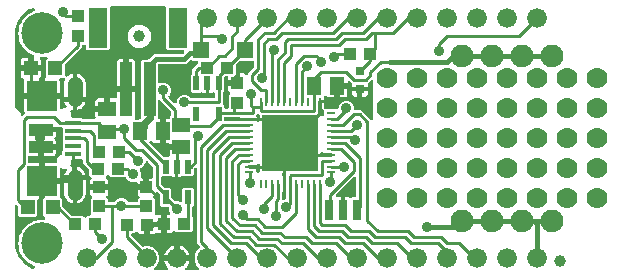
<source format=gbr>
G04 EAGLE Gerber RS-274X export*
G75*
%MOMM*%
%FSLAX34Y34*%
%LPD*%
%INTop Copper*%
%IPPOS*%
%AMOC8*
5,1,8,0,0,1.08239X$1,22.5*%
G01*
%ADD10R,1.500000X1.300000*%
%ADD11R,1.000000X1.100000*%
%ADD12R,1.100000X1.000000*%
%ADD13R,1.300000X1.500000*%
%ADD14R,1.200000X1.200000*%
%ADD15R,0.250000X0.800000*%
%ADD16R,0.800000X0.250000*%
%ADD17R,4.700000X4.700000*%
%ADD18C,1.000000*%
%ADD19R,1.000000X1.000000*%
%ADD20C,3.516000*%
%ADD21R,0.700000X1.700000*%
%ADD22R,2.500000X2.500000*%
%ADD23C,1.308000*%
%ADD24R,1.350000X0.400000*%
%ADD25R,2.000000X1.000000*%
%ADD26R,0.550000X1.200000*%
%ADD27R,1.400000X1.400000*%
%ADD28C,1.676400*%
%ADD29R,1.000000X4.600000*%
%ADD30R,1.600000X3.400000*%
%ADD31R,0.800000X0.800000*%
%ADD32C,0.254000*%
%ADD33C,0.906400*%
%ADD34C,1.930400*%
%ADD35C,0.406400*%
%ADD36C,0.609600*%
%ADD37C,1.778000*%

G36*
X107330Y130195D02*
X107330Y130195D01*
X107429Y130198D01*
X107487Y130215D01*
X107547Y130223D01*
X107639Y130259D01*
X107734Y130287D01*
X107787Y130317D01*
X107843Y130340D01*
X107923Y130398D01*
X108008Y130448D01*
X108084Y130514D01*
X108100Y130526D01*
X108108Y130536D01*
X108129Y130554D01*
X109060Y131486D01*
X109275Y131701D01*
X109336Y131779D01*
X109404Y131851D01*
X109433Y131904D01*
X109470Y131952D01*
X109510Y132043D01*
X109558Y132130D01*
X109573Y132188D01*
X109597Y132244D01*
X109612Y132342D01*
X109637Y132438D01*
X109643Y132538D01*
X109647Y132558D01*
X109645Y132570D01*
X109647Y132598D01*
X109647Y179882D01*
X110838Y181073D01*
X115109Y181073D01*
X115207Y181085D01*
X115306Y181088D01*
X115364Y181105D01*
X115424Y181113D01*
X115516Y181149D01*
X115611Y181177D01*
X115664Y181207D01*
X115720Y181230D01*
X115800Y181288D01*
X115885Y181338D01*
X115961Y181404D01*
X115977Y181416D01*
X115985Y181426D01*
X116006Y181444D01*
X117484Y182922D01*
X120236Y185675D01*
X143841Y185675D01*
X143939Y185687D01*
X144038Y185690D01*
X144096Y185707D01*
X144156Y185715D01*
X144248Y185751D01*
X144343Y185779D01*
X144396Y185809D01*
X144452Y185832D01*
X144532Y185890D01*
X144617Y185940D01*
X144692Y186006D01*
X144709Y186018D01*
X144717Y186028D01*
X144738Y186046D01*
X145532Y186841D01*
X145617Y186950D01*
X145706Y187057D01*
X145715Y187076D01*
X145727Y187092D01*
X145782Y187220D01*
X145842Y187345D01*
X145845Y187365D01*
X145853Y187384D01*
X145875Y187522D01*
X145901Y187658D01*
X145900Y187678D01*
X145903Y187698D01*
X145890Y187837D01*
X145882Y187975D01*
X145875Y187994D01*
X145873Y188014D01*
X145826Y188145D01*
X145784Y188277D01*
X145773Y188295D01*
X145766Y188314D01*
X145688Y188428D01*
X145613Y188546D01*
X145599Y188560D01*
X145587Y188577D01*
X145483Y188669D01*
X145382Y188764D01*
X145364Y188774D01*
X145349Y188787D01*
X145225Y188850D01*
X145103Y188918D01*
X145084Y188923D01*
X145066Y188932D01*
X144930Y188962D01*
X144795Y188997D01*
X144767Y188999D01*
X144755Y189002D01*
X144735Y189001D01*
X144635Y189007D01*
X131838Y189007D01*
X130647Y190198D01*
X130647Y224790D01*
X130632Y224908D01*
X130625Y225027D01*
X130612Y225065D01*
X130607Y225106D01*
X130564Y225216D01*
X130527Y225329D01*
X130505Y225364D01*
X130490Y225401D01*
X130421Y225497D01*
X130357Y225598D01*
X130327Y225626D01*
X130304Y225659D01*
X130212Y225735D01*
X130125Y225816D01*
X130090Y225836D01*
X130059Y225861D01*
X129951Y225912D01*
X129847Y225970D01*
X129807Y225980D01*
X129771Y225997D01*
X129654Y226019D01*
X129539Y226049D01*
X129479Y226053D01*
X129459Y226057D01*
X129438Y226055D01*
X129378Y226059D01*
X83982Y226059D01*
X83864Y226044D01*
X83745Y226037D01*
X83707Y226024D01*
X83666Y226019D01*
X83556Y225976D01*
X83443Y225939D01*
X83408Y225917D01*
X83371Y225902D01*
X83275Y225833D01*
X83174Y225769D01*
X83146Y225739D01*
X83113Y225716D01*
X83037Y225624D01*
X82956Y225537D01*
X82936Y225502D01*
X82911Y225471D01*
X82860Y225363D01*
X82802Y225259D01*
X82792Y225219D01*
X82775Y225183D01*
X82753Y225066D01*
X82723Y224951D01*
X82719Y224891D01*
X82715Y224871D01*
X82717Y224850D01*
X82713Y224790D01*
X82713Y190198D01*
X81522Y189007D01*
X63838Y189007D01*
X62647Y190198D01*
X62647Y192248D01*
X62632Y192366D01*
X62625Y192485D01*
X62612Y192523D01*
X62607Y192564D01*
X62564Y192674D01*
X62527Y192787D01*
X62505Y192822D01*
X62490Y192859D01*
X62421Y192955D01*
X62357Y193056D01*
X62327Y193084D01*
X62304Y193117D01*
X62212Y193193D01*
X62125Y193274D01*
X62090Y193294D01*
X62059Y193319D01*
X61951Y193370D01*
X61847Y193428D01*
X61807Y193438D01*
X61771Y193455D01*
X61654Y193477D01*
X61539Y193507D01*
X61479Y193511D01*
X61459Y193515D01*
X61438Y193513D01*
X61378Y193517D01*
X60452Y193517D01*
X60334Y193502D01*
X60215Y193495D01*
X60177Y193482D01*
X60136Y193477D01*
X60026Y193434D01*
X59913Y193397D01*
X59878Y193375D01*
X59841Y193360D01*
X59745Y193291D01*
X59644Y193227D01*
X59616Y193197D01*
X59583Y193174D01*
X59507Y193082D01*
X59426Y192995D01*
X59406Y192960D01*
X59381Y192929D01*
X59330Y192821D01*
X59272Y192717D01*
X59262Y192677D01*
X59245Y192641D01*
X59223Y192524D01*
X59193Y192409D01*
X59189Y192349D01*
X59185Y192329D01*
X59187Y192308D01*
X59183Y192248D01*
X59183Y191152D01*
X45354Y177324D01*
X45294Y177245D01*
X45226Y177173D01*
X45206Y177137D01*
X45182Y177109D01*
X45174Y177092D01*
X45160Y177072D01*
X45120Y176981D01*
X45072Y176895D01*
X45061Y176851D01*
X45047Y176821D01*
X45044Y176805D01*
X45033Y176781D01*
X45018Y176683D01*
X44993Y176587D01*
X44988Y176515D01*
X44987Y176508D01*
X44988Y176501D01*
X44987Y176487D01*
X44983Y176466D01*
X44985Y176454D01*
X44983Y176426D01*
X44983Y167819D01*
X45000Y167681D01*
X45013Y167543D01*
X45020Y167524D01*
X45023Y167504D01*
X45074Y167374D01*
X45121Y167243D01*
X45132Y167227D01*
X45140Y167208D01*
X45221Y167096D01*
X45299Y166980D01*
X45315Y166967D01*
X45326Y166950D01*
X45433Y166862D01*
X45538Y166770D01*
X45556Y166761D01*
X45571Y166748D01*
X45697Y166689D01*
X45821Y166625D01*
X45841Y166621D01*
X45859Y166612D01*
X45995Y166586D01*
X46131Y166556D01*
X46152Y166556D01*
X46171Y166552D01*
X46310Y166561D01*
X46449Y166565D01*
X46469Y166571D01*
X46489Y166572D01*
X46621Y166615D01*
X46755Y166654D01*
X46772Y166664D01*
X46791Y166670D01*
X46909Y166744D01*
X47029Y166815D01*
X47050Y166834D01*
X47060Y166840D01*
X47074Y166855D01*
X47150Y166922D01*
X47534Y167306D01*
X48691Y168147D01*
X49964Y168795D01*
X51324Y169237D01*
X51451Y169257D01*
X51451Y149299D01*
X44369Y149299D01*
X44369Y161095D01*
X44593Y162506D01*
X45044Y163896D01*
X45078Y164072D01*
X45104Y164208D01*
X45094Y164373D01*
X45084Y164525D01*
X45084Y164526D01*
X45040Y164661D01*
X44986Y164827D01*
X44986Y164828D01*
X44901Y164961D01*
X44816Y165096D01*
X44816Y165097D01*
X44695Y165210D01*
X44584Y165314D01*
X44433Y165398D01*
X44306Y165468D01*
X44305Y165468D01*
X44132Y165512D01*
X43998Y165547D01*
X43997Y165547D01*
X43996Y165547D01*
X43837Y165557D01*
X41490Y165557D01*
X41359Y165541D01*
X41226Y165530D01*
X41201Y165521D01*
X41175Y165517D01*
X41052Y165469D01*
X40926Y165425D01*
X40904Y165410D01*
X40879Y165400D01*
X40772Y165323D01*
X40661Y165249D01*
X40643Y165229D01*
X40622Y165214D01*
X40537Y165111D01*
X40448Y165013D01*
X40436Y164989D01*
X40419Y164969D01*
X40362Y164849D01*
X40301Y164731D01*
X40295Y164705D01*
X40283Y164681D01*
X40258Y164551D01*
X40228Y164421D01*
X40229Y164395D01*
X40224Y164369D01*
X40232Y164236D01*
X40235Y164103D01*
X40242Y164078D01*
X40243Y164051D01*
X40267Y163977D01*
X40274Y163942D01*
X40491Y163134D01*
X40491Y152549D01*
X35760Y152549D01*
X35642Y152534D01*
X35523Y152527D01*
X35485Y152514D01*
X35444Y152509D01*
X35334Y152466D01*
X35221Y152429D01*
X35186Y152407D01*
X35149Y152392D01*
X35053Y152323D01*
X34952Y152259D01*
X34924Y152229D01*
X34891Y152206D01*
X34815Y152114D01*
X34734Y152027D01*
X34714Y151992D01*
X34689Y151961D01*
X34638Y151853D01*
X34580Y151749D01*
X34570Y151709D01*
X34553Y151673D01*
X34531Y151556D01*
X34501Y151441D01*
X34497Y151381D01*
X34493Y151361D01*
X34495Y151340D01*
X34491Y151280D01*
X34491Y149320D01*
X34506Y149202D01*
X34513Y149083D01*
X34526Y149045D01*
X34531Y149004D01*
X34574Y148894D01*
X34611Y148781D01*
X34633Y148746D01*
X34648Y148709D01*
X34717Y148612D01*
X34781Y148512D01*
X34811Y148484D01*
X34834Y148451D01*
X34926Y148375D01*
X35013Y148294D01*
X35048Y148274D01*
X35079Y148249D01*
X35187Y148198D01*
X35291Y148140D01*
X35331Y148130D01*
X35367Y148113D01*
X35484Y148091D01*
X35599Y148061D01*
X35659Y148057D01*
X35679Y148053D01*
X35700Y148055D01*
X35760Y148051D01*
X40491Y148051D01*
X40491Y140598D01*
X40497Y140549D01*
X40495Y140499D01*
X40517Y140392D01*
X40531Y140282D01*
X40549Y140236D01*
X40559Y140188D01*
X40607Y140089D01*
X40648Y139987D01*
X40677Y139947D01*
X40699Y139902D01*
X40770Y139818D01*
X40834Y139729D01*
X40873Y139698D01*
X40905Y139660D01*
X40995Y139597D01*
X41079Y139527D01*
X41124Y139505D01*
X41165Y139477D01*
X41268Y139438D01*
X41367Y139391D01*
X41416Y139382D01*
X41462Y139364D01*
X41572Y139352D01*
X41679Y139331D01*
X41729Y139334D01*
X41778Y139329D01*
X41887Y139344D01*
X41997Y139351D01*
X42044Y139366D01*
X42093Y139373D01*
X42246Y139425D01*
X43248Y139841D01*
X45154Y139841D01*
X45194Y139846D01*
X45233Y139843D01*
X45351Y139866D01*
X45470Y139881D01*
X45507Y139895D01*
X45546Y139903D01*
X45654Y139954D01*
X45765Y139998D01*
X45797Y140021D01*
X45833Y140038D01*
X45926Y140114D01*
X46023Y140184D01*
X46048Y140215D01*
X46079Y140240D01*
X46149Y140337D01*
X46225Y140429D01*
X46242Y140465D01*
X46266Y140498D01*
X46310Y140609D01*
X46361Y140717D01*
X46368Y140756D01*
X46383Y140793D01*
X46398Y140912D01*
X46421Y141029D01*
X46418Y141069D01*
X46423Y141109D01*
X46408Y141227D01*
X46401Y141347D01*
X46389Y141385D01*
X46384Y141424D01*
X46340Y141536D01*
X46303Y141649D01*
X46282Y141683D01*
X46267Y141720D01*
X46181Y141856D01*
X45683Y142541D01*
X45035Y143814D01*
X44593Y145174D01*
X44573Y145301D01*
X51451Y145301D01*
X51451Y138423D01*
X51286Y138449D01*
X51245Y138457D01*
X51159Y138483D01*
X51089Y138486D01*
X51020Y138500D01*
X50931Y138494D01*
X50841Y138498D01*
X50773Y138484D01*
X50703Y138480D01*
X50618Y138452D01*
X50530Y138434D01*
X50467Y138403D01*
X50400Y138382D01*
X50325Y138333D01*
X50244Y138294D01*
X50191Y138249D01*
X50132Y138211D01*
X50070Y138146D01*
X50002Y138088D01*
X49962Y138031D01*
X49914Y137980D01*
X49871Y137901D01*
X49819Y137828D01*
X49794Y137762D01*
X49761Y137701D01*
X49738Y137614D01*
X49706Y137530D01*
X49699Y137461D01*
X49681Y137393D01*
X49681Y137304D01*
X49671Y137214D01*
X49681Y137145D01*
X49681Y137075D01*
X49703Y136988D01*
X49716Y136899D01*
X49756Y136781D01*
X49760Y136767D01*
X49763Y136761D01*
X49768Y136747D01*
X50491Y135002D01*
X50491Y132602D01*
X50506Y132484D01*
X50513Y132365D01*
X50526Y132327D01*
X50531Y132286D01*
X50574Y132176D01*
X50611Y132063D01*
X50633Y132028D01*
X50648Y131991D01*
X50717Y131895D01*
X50781Y131794D01*
X50811Y131766D01*
X50834Y131733D01*
X50926Y131657D01*
X51013Y131576D01*
X51048Y131556D01*
X51079Y131531D01*
X51187Y131480D01*
X51291Y131422D01*
X51331Y131412D01*
X51367Y131395D01*
X51484Y131373D01*
X51599Y131343D01*
X51659Y131339D01*
X51679Y131335D01*
X51700Y131337D01*
X51760Y131333D01*
X59792Y131333D01*
X60150Y130974D01*
X60229Y130914D01*
X60301Y130846D01*
X60354Y130817D01*
X60402Y130780D01*
X60492Y130740D01*
X60579Y130692D01*
X60638Y130677D01*
X60693Y130653D01*
X60791Y130638D01*
X60887Y130613D01*
X60987Y130607D01*
X61007Y130603D01*
X61020Y130605D01*
X61048Y130603D01*
X69628Y130603D01*
X69753Y130619D01*
X69878Y130628D01*
X69910Y130638D01*
X69944Y130643D01*
X70061Y130689D01*
X70180Y130729D01*
X70208Y130747D01*
X70239Y130760D01*
X70341Y130833D01*
X70447Y130902D01*
X70469Y130927D01*
X70497Y130946D01*
X70577Y131043D01*
X70662Y131136D01*
X70678Y131165D01*
X70699Y131191D01*
X70753Y131305D01*
X70813Y131416D01*
X70821Y131449D01*
X70835Y131479D01*
X70858Y131602D01*
X70889Y131725D01*
X70888Y131758D01*
X70895Y131791D01*
X70887Y131916D01*
X70886Y132043D01*
X70876Y132091D01*
X70875Y132109D01*
X70868Y132129D01*
X70854Y132201D01*
X70839Y132255D01*
X70839Y136551D01*
X79610Y136551D01*
X79728Y136566D01*
X79847Y136573D01*
X79885Y136586D01*
X79925Y136591D01*
X80036Y136634D01*
X80149Y136671D01*
X80184Y136693D01*
X80221Y136708D01*
X80317Y136778D01*
X80418Y136841D01*
X80446Y136871D01*
X80478Y136895D01*
X80554Y136986D01*
X80636Y137073D01*
X80655Y137108D01*
X80681Y137139D01*
X80732Y137247D01*
X80789Y137351D01*
X80800Y137391D01*
X80817Y137427D01*
X80839Y137544D01*
X80869Y137659D01*
X80873Y137720D01*
X80877Y137740D01*
X80875Y137760D01*
X80879Y137820D01*
X80879Y139091D01*
X82150Y139091D01*
X82268Y139106D01*
X82387Y139113D01*
X82425Y139126D01*
X82465Y139131D01*
X82576Y139175D01*
X82689Y139211D01*
X82724Y139233D01*
X82761Y139248D01*
X82857Y139318D01*
X82958Y139381D01*
X82986Y139411D01*
X83018Y139435D01*
X83094Y139526D01*
X83176Y139613D01*
X83195Y139648D01*
X83221Y139680D01*
X83272Y139787D01*
X83329Y139891D01*
X83340Y139931D01*
X83357Y139967D01*
X83379Y140084D01*
X83409Y140199D01*
X83413Y140260D01*
X83417Y140280D01*
X83415Y140300D01*
X83419Y140360D01*
X83419Y148131D01*
X87870Y148131D01*
X87988Y148146D01*
X88107Y148153D01*
X88145Y148166D01*
X88186Y148171D01*
X88296Y148214D01*
X88409Y148251D01*
X88444Y148273D01*
X88481Y148288D01*
X88577Y148357D01*
X88678Y148421D01*
X88706Y148451D01*
X88739Y148474D01*
X88815Y148566D01*
X88896Y148653D01*
X88916Y148688D01*
X88941Y148719D01*
X88992Y148827D01*
X89050Y148931D01*
X89060Y148971D01*
X89077Y149007D01*
X89099Y149124D01*
X89129Y149239D01*
X89133Y149299D01*
X89137Y149319D01*
X89135Y149340D01*
X89139Y149400D01*
X89139Y153541D01*
X95450Y153541D01*
X95568Y153556D01*
X95687Y153563D01*
X95725Y153575D01*
X95765Y153581D01*
X95876Y153624D01*
X95989Y153661D01*
X96023Y153683D01*
X96061Y153698D01*
X96157Y153767D01*
X96258Y153831D01*
X96286Y153861D01*
X96318Y153884D01*
X96394Y153976D01*
X96476Y154063D01*
X96495Y154098D01*
X96521Y154129D01*
X96572Y154237D01*
X96629Y154341D01*
X96639Y154381D01*
X96657Y154417D01*
X96677Y154524D01*
X96681Y154494D01*
X96725Y154384D01*
X96761Y154271D01*
X96783Y154236D01*
X96798Y154199D01*
X96868Y154102D01*
X96931Y154002D01*
X96961Y153974D01*
X96985Y153941D01*
X97076Y153865D01*
X97163Y153784D01*
X97198Y153764D01*
X97230Y153739D01*
X97337Y153688D01*
X97442Y153630D01*
X97481Y153620D01*
X97517Y153603D01*
X97634Y153581D01*
X97750Y153551D01*
X97810Y153547D01*
X97830Y153543D01*
X97850Y153545D01*
X97910Y153541D01*
X104221Y153541D01*
X104221Y132706D01*
X104040Y132031D01*
X104012Y131964D01*
X103956Y131845D01*
X103951Y131819D01*
X103940Y131794D01*
X103921Y131662D01*
X103896Y131532D01*
X103897Y131506D01*
X103894Y131479D01*
X103907Y131347D01*
X103916Y131215D01*
X103924Y131189D01*
X103927Y131163D01*
X103973Y131039D01*
X104014Y130913D01*
X104028Y130890D01*
X104037Y130865D01*
X104113Y130756D01*
X104184Y130644D01*
X104203Y130625D01*
X104219Y130603D01*
X104319Y130517D01*
X104415Y130426D01*
X104439Y130413D01*
X104459Y130395D01*
X104578Y130336D01*
X104694Y130272D01*
X104720Y130266D01*
X104744Y130254D01*
X104874Y130226D01*
X105002Y130193D01*
X105040Y130191D01*
X105055Y130187D01*
X105077Y130188D01*
X105163Y130183D01*
X107232Y130183D01*
X107330Y130195D01*
G37*
G36*
X131486Y2558D02*
X131486Y2558D01*
X131624Y2571D01*
X131643Y2578D01*
X131664Y2581D01*
X131793Y2632D01*
X131924Y2679D01*
X131940Y2690D01*
X131959Y2698D01*
X132071Y2779D01*
X132187Y2857D01*
X132200Y2873D01*
X132217Y2884D01*
X132305Y2992D01*
X132397Y3096D01*
X132406Y3114D01*
X132419Y3129D01*
X132479Y3255D01*
X132542Y3379D01*
X132546Y3399D01*
X132555Y3417D01*
X132581Y3554D01*
X132611Y3689D01*
X132611Y3710D01*
X132615Y3729D01*
X132606Y3868D01*
X132602Y4007D01*
X132596Y4027D01*
X132595Y4047D01*
X132552Y4179D01*
X132513Y4313D01*
X132503Y4330D01*
X132497Y4349D01*
X132423Y4467D01*
X132352Y4587D01*
X132333Y4608D01*
X132327Y4618D01*
X132312Y4632D01*
X132245Y4707D01*
X131369Y5584D01*
X130358Y6975D01*
X129577Y8507D01*
X129046Y10142D01*
X129037Y10201D01*
X138470Y10201D01*
X138588Y10216D01*
X138707Y10223D01*
X138745Y10235D01*
X138785Y10241D01*
X138896Y10284D01*
X139009Y10321D01*
X139043Y10343D01*
X139081Y10358D01*
X139177Y10427D01*
X139278Y10491D01*
X139306Y10521D01*
X139338Y10544D01*
X139414Y10636D01*
X139496Y10723D01*
X139515Y10758D01*
X139541Y10789D01*
X139592Y10897D01*
X139649Y11001D01*
X139659Y11041D01*
X139677Y11077D01*
X139697Y11184D01*
X139701Y11154D01*
X139745Y11044D01*
X139781Y10931D01*
X139803Y10896D01*
X139818Y10859D01*
X139888Y10762D01*
X139951Y10662D01*
X139981Y10634D01*
X140005Y10601D01*
X140096Y10525D01*
X140183Y10444D01*
X140218Y10424D01*
X140250Y10399D01*
X140357Y10348D01*
X140462Y10290D01*
X140501Y10280D01*
X140537Y10263D01*
X140654Y10241D01*
X140770Y10211D01*
X140830Y10207D01*
X140850Y10203D01*
X140870Y10205D01*
X140930Y10201D01*
X150363Y10201D01*
X150354Y10142D01*
X149823Y8507D01*
X149042Y6975D01*
X148031Y5584D01*
X147155Y4707D01*
X147070Y4598D01*
X146981Y4491D01*
X146972Y4472D01*
X146960Y4456D01*
X146904Y4328D01*
X146845Y4203D01*
X146841Y4183D01*
X146833Y4164D01*
X146811Y4026D01*
X146785Y3890D01*
X146787Y3870D01*
X146783Y3850D01*
X146796Y3711D01*
X146805Y3573D01*
X146811Y3554D01*
X146813Y3534D01*
X146860Y3402D01*
X146903Y3271D01*
X146914Y3253D01*
X146921Y3234D01*
X146999Y3119D01*
X147073Y3002D01*
X147088Y2988D01*
X147099Y2971D01*
X147203Y2879D01*
X147305Y2784D01*
X147323Y2774D01*
X147338Y2761D01*
X147462Y2698D01*
X147583Y2630D01*
X147603Y2625D01*
X147621Y2616D01*
X147757Y2586D01*
X147891Y2551D01*
X147919Y2549D01*
X147931Y2546D01*
X147952Y2547D01*
X148052Y2541D01*
X157466Y2541D01*
X157604Y2558D01*
X157743Y2571D01*
X157762Y2578D01*
X157782Y2581D01*
X157911Y2632D01*
X158042Y2679D01*
X158059Y2690D01*
X158078Y2698D01*
X158190Y2779D01*
X158305Y2857D01*
X158319Y2873D01*
X158335Y2884D01*
X158424Y2992D01*
X158516Y3096D01*
X158525Y3114D01*
X158538Y3129D01*
X158597Y3255D01*
X158660Y3379D01*
X158665Y3399D01*
X158673Y3417D01*
X158699Y3553D01*
X158730Y3689D01*
X158729Y3710D01*
X158733Y3729D01*
X158724Y3868D01*
X158720Y4007D01*
X158715Y4027D01*
X158713Y4047D01*
X158671Y4179D01*
X158632Y4313D01*
X158622Y4330D01*
X158615Y4349D01*
X158541Y4467D01*
X158470Y4587D01*
X158452Y4608D01*
X158445Y4618D01*
X158430Y4632D01*
X158364Y4707D01*
X156271Y6801D01*
X154685Y10628D01*
X154685Y14772D01*
X156271Y18599D01*
X158948Y21276D01*
X159021Y21371D01*
X159100Y21460D01*
X159118Y21496D01*
X159143Y21528D01*
X159190Y21637D01*
X159244Y21743D01*
X159253Y21782D01*
X159269Y21820D01*
X159288Y21937D01*
X159314Y22053D01*
X159313Y22094D01*
X159319Y22134D01*
X159308Y22252D01*
X159304Y22371D01*
X159293Y22410D01*
X159289Y22450D01*
X159249Y22562D01*
X159216Y22677D01*
X159195Y22711D01*
X159182Y22750D01*
X159115Y22848D01*
X159054Y22951D01*
X159014Y22996D01*
X159003Y23013D01*
X158988Y23026D01*
X158948Y23071D01*
X156717Y25302D01*
X156717Y88022D01*
X156700Y88160D01*
X156687Y88299D01*
X156680Y88318D01*
X156677Y88338D01*
X156626Y88467D01*
X156579Y88598D01*
X156568Y88615D01*
X156560Y88633D01*
X156479Y88746D01*
X156401Y88861D01*
X156385Y88874D01*
X156374Y88891D01*
X156266Y88980D01*
X156162Y89072D01*
X156144Y89081D01*
X156129Y89094D01*
X156003Y89153D01*
X155879Y89216D01*
X155859Y89221D01*
X155841Y89229D01*
X155705Y89255D01*
X155569Y89286D01*
X155548Y89285D01*
X155529Y89289D01*
X155390Y89280D01*
X155251Y89276D01*
X155231Y89270D01*
X155211Y89269D01*
X155079Y89226D01*
X154945Y89188D01*
X154928Y89177D01*
X154909Y89171D01*
X154791Y89097D01*
X154671Y89026D01*
X154650Y89008D01*
X154640Y89001D01*
X154626Y88986D01*
X154551Y88920D01*
X154354Y88724D01*
X154294Y88645D01*
X154226Y88573D01*
X154197Y88520D01*
X154160Y88472D01*
X154120Y88381D01*
X154072Y88295D01*
X154057Y88236D01*
X154033Y88181D01*
X154018Y88083D01*
X153993Y87987D01*
X153987Y87887D01*
X153983Y87867D01*
X153985Y87854D01*
X153983Y87826D01*
X153983Y83629D01*
X152792Y82438D01*
X145583Y82438D01*
X145523Y82492D01*
X145487Y82510D01*
X145455Y82535D01*
X145346Y82582D01*
X145239Y82636D01*
X145200Y82645D01*
X145164Y82661D01*
X145046Y82680D01*
X144929Y82706D01*
X144889Y82704D01*
X144850Y82711D01*
X144731Y82700D01*
X144611Y82696D01*
X144573Y82685D01*
X144533Y82681D01*
X144421Y82641D01*
X144306Y82607D01*
X144271Y82587D01*
X144234Y82573D01*
X144164Y82526D01*
X144155Y82521D01*
X143431Y82103D01*
X142784Y81930D01*
X141074Y81930D01*
X141074Y90366D01*
X141059Y90484D01*
X141052Y90603D01*
X141039Y90641D01*
X141034Y90681D01*
X140991Y90792D01*
X140954Y90905D01*
X140932Y90939D01*
X140917Y90977D01*
X140848Y91073D01*
X140784Y91174D01*
X140754Y91202D01*
X140731Y91234D01*
X140639Y91310D01*
X140552Y91392D01*
X140517Y91411D01*
X140486Y91437D01*
X140378Y91488D01*
X140274Y91545D01*
X140234Y91555D01*
X140198Y91573D01*
X140081Y91595D01*
X139966Y91625D01*
X139906Y91629D01*
X139886Y91632D01*
X139865Y91631D01*
X139805Y91635D01*
X139595Y91635D01*
X139477Y91620D01*
X139358Y91613D01*
X139320Y91600D01*
X139279Y91595D01*
X139169Y91551D01*
X139056Y91515D01*
X139021Y91493D01*
X138984Y91478D01*
X138887Y91408D01*
X138787Y91345D01*
X138759Y91315D01*
X138726Y91291D01*
X138650Y91200D01*
X138569Y91113D01*
X138549Y91078D01*
X138524Y91046D01*
X138473Y90939D01*
X138415Y90834D01*
X138405Y90795D01*
X138388Y90759D01*
X138366Y90642D01*
X138336Y90526D01*
X138332Y90466D01*
X138328Y90446D01*
X138330Y90426D01*
X138326Y90366D01*
X138326Y81930D01*
X136616Y81930D01*
X135969Y82103D01*
X135319Y82479D01*
X135305Y82491D01*
X135269Y82510D01*
X135238Y82534D01*
X135128Y82582D01*
X135022Y82636D01*
X134983Y82645D01*
X134946Y82661D01*
X134828Y82679D01*
X134711Y82706D01*
X134672Y82704D01*
X134632Y82711D01*
X134513Y82700D01*
X134393Y82696D01*
X134355Y82685D01*
X134315Y82681D01*
X134203Y82641D01*
X134088Y82608D01*
X134054Y82587D01*
X134016Y82574D01*
X133917Y82507D01*
X133814Y82446D01*
X133805Y82438D01*
X127762Y82438D01*
X127644Y82423D01*
X127525Y82416D01*
X127487Y82403D01*
X127446Y82398D01*
X127336Y82355D01*
X127223Y82318D01*
X127188Y82296D01*
X127151Y82281D01*
X127055Y82212D01*
X126954Y82148D01*
X126926Y82118D01*
X126893Y82095D01*
X126817Y82003D01*
X126736Y81916D01*
X126716Y81881D01*
X126691Y81850D01*
X126640Y81742D01*
X126582Y81638D01*
X126572Y81598D01*
X126555Y81562D01*
X126533Y81445D01*
X126503Y81330D01*
X126499Y81269D01*
X126495Y81250D01*
X126497Y81229D01*
X126493Y81169D01*
X126493Y75554D01*
X126505Y75456D01*
X126508Y75357D01*
X126525Y75298D01*
X126533Y75238D01*
X126569Y75146D01*
X126597Y75051D01*
X126627Y74999D01*
X126650Y74943D01*
X126708Y74863D01*
X126758Y74777D01*
X126824Y74702D01*
X126836Y74685D01*
X126846Y74677D01*
X126864Y74656D01*
X128647Y72873D01*
X128726Y72813D01*
X128798Y72745D01*
X128851Y72716D01*
X128899Y72679D01*
X128990Y72639D01*
X129076Y72591D01*
X129135Y72576D01*
X129190Y72552D01*
X129288Y72537D01*
X129384Y72512D01*
X129484Y72506D01*
X129504Y72502D01*
X129517Y72504D01*
X129545Y72502D01*
X133792Y72502D01*
X134983Y71311D01*
X134983Y64524D01*
X134995Y64426D01*
X134998Y64327D01*
X135015Y64268D01*
X135023Y64208D01*
X135059Y64116D01*
X135087Y64021D01*
X135117Y63969D01*
X135140Y63913D01*
X135198Y63833D01*
X135248Y63747D01*
X135314Y63672D01*
X135326Y63655D01*
X135336Y63647D01*
X135354Y63626D01*
X137434Y61546D01*
X137513Y61486D01*
X137585Y61418D01*
X137638Y61389D01*
X137686Y61352D01*
X137777Y61312D01*
X137863Y61264D01*
X137922Y61249D01*
X137977Y61225D01*
X138075Y61210D01*
X138171Y61185D01*
X138271Y61179D01*
X138292Y61175D01*
X138304Y61177D01*
X138332Y61175D01*
X141006Y61175D01*
X142662Y60489D01*
X142710Y60475D01*
X142755Y60454D01*
X142863Y60434D01*
X142969Y60405D01*
X143019Y60404D01*
X143068Y60395D01*
X143177Y60401D01*
X143287Y60400D01*
X143335Y60411D01*
X143385Y60414D01*
X143489Y60448D01*
X143596Y60474D01*
X143640Y60497D01*
X143687Y60512D01*
X143780Y60571D01*
X143877Y60622D01*
X143914Y60656D01*
X143956Y60682D01*
X144031Y60763D01*
X144113Y60836D01*
X144140Y60878D01*
X144174Y60914D01*
X144227Y61010D01*
X144287Y61102D01*
X144304Y61149D01*
X144328Y61193D01*
X144355Y61299D01*
X144391Y61403D01*
X144395Y61452D01*
X144407Y61501D01*
X144417Y61661D01*
X144417Y71311D01*
X145608Y72502D01*
X152792Y72502D01*
X153983Y71311D01*
X153983Y57627D01*
X152874Y56519D01*
X152814Y56440D01*
X152746Y56368D01*
X152717Y56315D01*
X152680Y56267D01*
X152640Y56177D01*
X152592Y56090D01*
X152577Y56031D01*
X152553Y55976D01*
X152538Y55878D01*
X152513Y55782D01*
X152507Y55682D01*
X152503Y55662D01*
X152505Y55649D01*
X152503Y55621D01*
X152503Y48968D01*
X152515Y48870D01*
X152518Y48771D01*
X152535Y48712D01*
X152543Y48652D01*
X152579Y48560D01*
X152607Y48465D01*
X152637Y48413D01*
X152660Y48357D01*
X152718Y48276D01*
X152768Y48191D01*
X152834Y48116D01*
X152846Y48099D01*
X152856Y48091D01*
X152874Y48070D01*
X153193Y47752D01*
X153193Y36068D01*
X152002Y34877D01*
X139318Y34877D01*
X138334Y35862D01*
X138234Y35939D01*
X138139Y36021D01*
X138109Y36036D01*
X138082Y36057D01*
X137967Y36107D01*
X137854Y36163D01*
X137821Y36170D01*
X137790Y36183D01*
X137666Y36203D01*
X137543Y36229D01*
X137510Y36228D01*
X137476Y36233D01*
X137351Y36221D01*
X137226Y36216D01*
X137193Y36206D01*
X137160Y36203D01*
X137041Y36161D01*
X136921Y36124D01*
X136892Y36107D01*
X136860Y36096D01*
X136756Y36025D01*
X136649Y35960D01*
X136625Y35936D01*
X136597Y35917D01*
X136514Y35823D01*
X136426Y35733D01*
X136399Y35692D01*
X136387Y35679D01*
X136377Y35659D01*
X136337Y35599D01*
X136193Y35350D01*
X135720Y34877D01*
X135141Y34542D01*
X134494Y34369D01*
X131159Y34369D01*
X131159Y40680D01*
X131144Y40798D01*
X131137Y40917D01*
X131124Y40955D01*
X131119Y40995D01*
X131076Y41106D01*
X131039Y41219D01*
X131017Y41253D01*
X131002Y41291D01*
X130933Y41387D01*
X130869Y41488D01*
X130839Y41516D01*
X130816Y41548D01*
X130724Y41624D01*
X130637Y41706D01*
X130602Y41725D01*
X130571Y41751D01*
X130463Y41802D01*
X130359Y41859D01*
X130319Y41869D01*
X130283Y41887D01*
X130176Y41907D01*
X130206Y41911D01*
X130316Y41955D01*
X130429Y41991D01*
X130464Y42013D01*
X130501Y42028D01*
X130597Y42098D01*
X130698Y42161D01*
X130726Y42191D01*
X130759Y42215D01*
X130835Y42306D01*
X130916Y42393D01*
X130936Y42428D01*
X130961Y42460D01*
X131012Y42567D01*
X131070Y42672D01*
X131080Y42711D01*
X131097Y42747D01*
X131119Y42864D01*
X131149Y42980D01*
X131153Y43040D01*
X131157Y43060D01*
X131156Y43072D01*
X131157Y43076D01*
X131156Y43088D01*
X131159Y43140D01*
X131159Y49451D01*
X132832Y49451D01*
X132881Y49457D01*
X132931Y49455D01*
X133038Y49477D01*
X133147Y49491D01*
X133194Y49509D01*
X133242Y49519D01*
X133341Y49567D01*
X133443Y49608D01*
X133483Y49637D01*
X133528Y49659D01*
X133612Y49730D01*
X133700Y49794D01*
X133732Y49833D01*
X133770Y49865D01*
X133833Y49955D01*
X133903Y50039D01*
X133924Y50084D01*
X133953Y50125D01*
X133992Y50228D01*
X134039Y50327D01*
X134048Y50376D01*
X134066Y50422D01*
X134078Y50532D01*
X134099Y50639D01*
X134095Y50689D01*
X134101Y50738D01*
X134086Y50847D01*
X134079Y50957D01*
X134063Y51004D01*
X134057Y51053D01*
X134004Y51206D01*
X133135Y53304D01*
X133135Y55167D01*
X133120Y55285D01*
X133113Y55404D01*
X133100Y55442D01*
X133095Y55483D01*
X133052Y55593D01*
X133015Y55706D01*
X132993Y55741D01*
X132978Y55778D01*
X132909Y55874D01*
X132845Y55975D01*
X132815Y56003D01*
X132792Y56036D01*
X132700Y56112D01*
X132613Y56193D01*
X132578Y56213D01*
X132547Y56238D01*
X132439Y56289D01*
X132335Y56347D01*
X132295Y56357D01*
X132259Y56374D01*
X132142Y56396D01*
X132027Y56426D01*
X131967Y56430D01*
X131947Y56434D01*
X131926Y56432D01*
X131866Y56436D01*
X126608Y56436D01*
X125417Y57627D01*
X125417Y66236D01*
X125405Y66334D01*
X125402Y66433D01*
X125385Y66492D01*
X125377Y66552D01*
X125341Y66644D01*
X125313Y66739D01*
X125283Y66791D01*
X125260Y66847D01*
X125202Y66927D01*
X125152Y67013D01*
X125086Y67088D01*
X125074Y67105D01*
X125064Y67113D01*
X125046Y67134D01*
X123687Y68492D01*
X123578Y68577D01*
X123471Y68666D01*
X123452Y68674D01*
X123436Y68687D01*
X123308Y68742D01*
X123183Y68801D01*
X123163Y68805D01*
X123144Y68813D01*
X123006Y68835D01*
X122870Y68861D01*
X122850Y68860D01*
X122830Y68863D01*
X122691Y68850D01*
X122553Y68841D01*
X122534Y68835D01*
X122514Y68833D01*
X122382Y68786D01*
X122251Y68743D01*
X122233Y68732D01*
X122214Y68725D01*
X122099Y68647D01*
X121982Y68573D01*
X121968Y68558D01*
X121951Y68547D01*
X121859Y68443D01*
X121764Y68341D01*
X121754Y68324D01*
X121741Y68308D01*
X121677Y68185D01*
X121610Y68063D01*
X121605Y68043D01*
X121596Y68025D01*
X121566Y67889D01*
X121531Y67755D01*
X121529Y67727D01*
X121526Y67715D01*
X121527Y67694D01*
X121521Y67594D01*
X121521Y67436D01*
X121348Y66789D01*
X121013Y66210D01*
X120540Y65737D01*
X120291Y65593D01*
X120191Y65517D01*
X120087Y65447D01*
X120065Y65421D01*
X120038Y65401D01*
X119960Y65302D01*
X119876Y65208D01*
X119861Y65178D01*
X119840Y65152D01*
X119789Y65037D01*
X119732Y64925D01*
X119724Y64892D01*
X119711Y64861D01*
X119690Y64737D01*
X119662Y64615D01*
X119663Y64581D01*
X119658Y64548D01*
X119668Y64422D01*
X119672Y64297D01*
X119681Y64264D01*
X119684Y64231D01*
X119725Y64112D01*
X119760Y63991D01*
X119777Y63962D01*
X119788Y63930D01*
X119858Y63826D01*
X119922Y63717D01*
X119954Y63681D01*
X119964Y63665D01*
X119980Y63651D01*
X120028Y63596D01*
X121013Y62612D01*
X121013Y50619D01*
X121029Y50494D01*
X121038Y50369D01*
X121048Y50337D01*
X121053Y50304D01*
X121099Y50187D01*
X121139Y50067D01*
X121157Y50039D01*
X121170Y50008D01*
X121243Y49906D01*
X121312Y49801D01*
X121337Y49778D01*
X121356Y49751D01*
X121453Y49670D01*
X121546Y49585D01*
X121575Y49569D01*
X121601Y49548D01*
X121715Y49494D01*
X121826Y49435D01*
X121859Y49426D01*
X121889Y49412D01*
X122012Y49389D01*
X122135Y49358D01*
X122168Y49359D01*
X122201Y49352D01*
X122327Y49360D01*
X122453Y49361D01*
X122501Y49371D01*
X122519Y49372D01*
X122539Y49379D01*
X122611Y49393D01*
X122826Y49451D01*
X126161Y49451D01*
X126161Y44409D01*
X123728Y44409D01*
X123610Y44394D01*
X123491Y44387D01*
X123453Y44374D01*
X123412Y44369D01*
X123302Y44326D01*
X123189Y44289D01*
X123154Y44267D01*
X123117Y44252D01*
X123021Y44183D01*
X122920Y44119D01*
X122892Y44089D01*
X122859Y44066D01*
X122783Y43974D01*
X122702Y43887D01*
X122682Y43852D01*
X122657Y43821D01*
X122606Y43713D01*
X122548Y43609D01*
X122538Y43569D01*
X122521Y43533D01*
X122499Y43416D01*
X122496Y43405D01*
X115648Y43405D01*
X115530Y43390D01*
X115411Y43383D01*
X115373Y43370D01*
X115333Y43365D01*
X115222Y43322D01*
X115109Y43285D01*
X115075Y43263D01*
X115037Y43248D01*
X114941Y43178D01*
X114840Y43115D01*
X114812Y43085D01*
X114780Y43061D01*
X114704Y42970D01*
X114622Y42883D01*
X114603Y42848D01*
X114577Y42817D01*
X114526Y42709D01*
X114469Y42605D01*
X114459Y42565D01*
X114441Y42529D01*
X114419Y42412D01*
X114389Y42297D01*
X114385Y42236D01*
X114382Y42216D01*
X114383Y42196D01*
X114379Y42136D01*
X114379Y40945D01*
X113188Y40945D01*
X113070Y40930D01*
X112951Y40923D01*
X112913Y40910D01*
X112872Y40905D01*
X112762Y40861D01*
X112649Y40825D01*
X112614Y40803D01*
X112577Y40788D01*
X112480Y40718D01*
X112380Y40654D01*
X112352Y40625D01*
X112319Y40601D01*
X112243Y40510D01*
X112162Y40423D01*
X112142Y40387D01*
X112117Y40356D01*
X112066Y40249D01*
X112008Y40144D01*
X111998Y40105D01*
X111981Y40069D01*
X111959Y39952D01*
X111929Y39836D01*
X111925Y39776D01*
X111921Y39756D01*
X111923Y39736D01*
X111919Y39676D01*
X111919Y33365D01*
X108584Y33365D01*
X107937Y33538D01*
X107358Y33873D01*
X106885Y34346D01*
X106741Y34595D01*
X106665Y34695D01*
X106595Y34799D01*
X106569Y34821D01*
X106549Y34848D01*
X106450Y34926D01*
X106356Y35009D01*
X106326Y35025D01*
X106300Y35046D01*
X106185Y35097D01*
X106073Y35154D01*
X106040Y35161D01*
X106009Y35175D01*
X105885Y35196D01*
X105763Y35224D01*
X105729Y35223D01*
X105696Y35228D01*
X105570Y35218D01*
X105445Y35214D01*
X105412Y35205D01*
X105379Y35202D01*
X105260Y35161D01*
X105139Y35126D01*
X105110Y35109D01*
X105078Y35097D01*
X104974Y35028D01*
X104865Y34964D01*
X104829Y34932D01*
X104813Y34922D01*
X104799Y34906D01*
X104744Y34858D01*
X103760Y33873D01*
X102132Y33873D01*
X101994Y33856D01*
X101855Y33843D01*
X101836Y33836D01*
X101816Y33833D01*
X101687Y33782D01*
X101556Y33735D01*
X101539Y33724D01*
X101521Y33716D01*
X101408Y33635D01*
X101293Y33557D01*
X101280Y33541D01*
X101263Y33529D01*
X101175Y33422D01*
X101083Y33318D01*
X101073Y33300D01*
X101060Y33285D01*
X101001Y33159D01*
X100938Y33035D01*
X100934Y33015D01*
X100925Y32997D01*
X100899Y32861D01*
X100868Y32725D01*
X100869Y32704D01*
X100865Y32684D01*
X100874Y32546D01*
X100878Y32407D01*
X100884Y32387D01*
X100885Y32367D01*
X100928Y32235D01*
X100966Y32101D01*
X100977Y32084D01*
X100983Y32065D01*
X101057Y31947D01*
X101128Y31827D01*
X101146Y31806D01*
X101153Y31796D01*
X101168Y31782D01*
X101234Y31706D01*
X109930Y23011D01*
X109953Y22993D01*
X109972Y22970D01*
X110079Y22896D01*
X110181Y22816D01*
X110208Y22804D01*
X110232Y22787D01*
X110354Y22741D01*
X110473Y22690D01*
X110502Y22685D01*
X110530Y22674D01*
X110659Y22660D01*
X110787Y22640D01*
X110817Y22642D01*
X110846Y22639D01*
X110974Y22657D01*
X111104Y22669D01*
X111132Y22679D01*
X111161Y22684D01*
X111313Y22736D01*
X112228Y23115D01*
X116372Y23115D01*
X120199Y21529D01*
X123129Y18599D01*
X124715Y14772D01*
X124715Y10628D01*
X123129Y6801D01*
X121036Y4707D01*
X120951Y4598D01*
X120862Y4491D01*
X120854Y4472D01*
X120841Y4456D01*
X120786Y4328D01*
X120727Y4203D01*
X120723Y4183D01*
X120715Y4164D01*
X120693Y4026D01*
X120667Y3890D01*
X120668Y3870D01*
X120665Y3850D01*
X120678Y3711D01*
X120687Y3573D01*
X120693Y3554D01*
X120695Y3534D01*
X120742Y3402D01*
X120785Y3271D01*
X120796Y3253D01*
X120802Y3234D01*
X120880Y3119D01*
X120955Y3002D01*
X120970Y2988D01*
X120981Y2971D01*
X121085Y2879D01*
X121186Y2784D01*
X121204Y2774D01*
X121219Y2761D01*
X121344Y2697D01*
X121465Y2630D01*
X121485Y2625D01*
X121503Y2616D01*
X121638Y2586D01*
X121773Y2551D01*
X121801Y2549D01*
X121813Y2546D01*
X121833Y2547D01*
X121934Y2541D01*
X131348Y2541D01*
X131486Y2558D01*
G37*
G36*
X62308Y47322D02*
X62308Y47322D01*
X62427Y47326D01*
X62466Y47337D01*
X62506Y47341D01*
X62619Y47381D01*
X62733Y47414D01*
X62767Y47435D01*
X62806Y47448D01*
X62904Y47515D01*
X63007Y47576D01*
X63052Y47616D01*
X63069Y47627D01*
X63082Y47642D01*
X63127Y47682D01*
X64388Y48943D01*
X65868Y48943D01*
X66006Y48960D01*
X66145Y48973D01*
X66164Y48980D01*
X66184Y48983D01*
X66313Y49034D01*
X66444Y49081D01*
X66461Y49092D01*
X66480Y49100D01*
X66592Y49181D01*
X66707Y49259D01*
X66721Y49275D01*
X66737Y49286D01*
X66826Y49394D01*
X66918Y49498D01*
X66927Y49516D01*
X66940Y49531D01*
X66999Y49657D01*
X67062Y49781D01*
X67067Y49801D01*
X67075Y49819D01*
X67101Y49956D01*
X67132Y50091D01*
X67131Y50112D01*
X67135Y50131D01*
X67126Y50270D01*
X67122Y50409D01*
X67117Y50429D01*
X67115Y50449D01*
X67072Y50581D01*
X67034Y50715D01*
X67023Y50732D01*
X67017Y50751D01*
X66947Y50862D01*
X66947Y62612D01*
X67932Y63596D01*
X68009Y63696D01*
X68091Y63791D01*
X68106Y63821D01*
X68127Y63848D01*
X68177Y63963D01*
X68233Y64076D01*
X68240Y64109D01*
X68253Y64140D01*
X68273Y64264D01*
X68299Y64387D01*
X68298Y64420D01*
X68303Y64454D01*
X68291Y64579D01*
X68286Y64704D01*
X68276Y64737D01*
X68273Y64770D01*
X68231Y64889D01*
X68194Y65009D01*
X68177Y65038D01*
X68166Y65070D01*
X68095Y65174D01*
X68030Y65281D01*
X68006Y65305D01*
X67987Y65333D01*
X67893Y65416D01*
X67803Y65504D01*
X67762Y65531D01*
X67749Y65543D01*
X67729Y65553D01*
X67669Y65593D01*
X67420Y65737D01*
X66947Y66210D01*
X66612Y66789D01*
X66439Y67436D01*
X66439Y70271D01*
X72750Y70271D01*
X72868Y70286D01*
X72987Y70293D01*
X73025Y70305D01*
X73065Y70311D01*
X73176Y70354D01*
X73289Y70391D01*
X73323Y70413D01*
X73361Y70428D01*
X73457Y70497D01*
X73558Y70561D01*
X73586Y70591D01*
X73618Y70614D01*
X73694Y70706D01*
X73776Y70793D01*
X73795Y70828D01*
X73821Y70859D01*
X73872Y70967D01*
X73929Y71071D01*
X73939Y71111D01*
X73957Y71147D01*
X73977Y71254D01*
X73981Y71224D01*
X74025Y71114D01*
X74061Y71001D01*
X74083Y70966D01*
X74098Y70929D01*
X74168Y70832D01*
X74231Y70732D01*
X74261Y70704D01*
X74285Y70671D01*
X74376Y70595D01*
X74463Y70514D01*
X74498Y70494D01*
X74530Y70469D01*
X74637Y70418D01*
X74742Y70360D01*
X74781Y70350D01*
X74817Y70333D01*
X74934Y70311D01*
X75050Y70281D01*
X75110Y70277D01*
X75130Y70273D01*
X75150Y70275D01*
X75210Y70271D01*
X81521Y70271D01*
X81521Y67436D01*
X81348Y66789D01*
X81013Y66210D01*
X80540Y65737D01*
X80291Y65593D01*
X80191Y65517D01*
X80087Y65447D01*
X80065Y65421D01*
X80038Y65401D01*
X79960Y65302D01*
X79876Y65208D01*
X79861Y65178D01*
X79840Y65152D01*
X79789Y65037D01*
X79732Y64925D01*
X79724Y64892D01*
X79711Y64861D01*
X79690Y64737D01*
X79662Y64615D01*
X79663Y64581D01*
X79658Y64548D01*
X79668Y64422D01*
X79672Y64297D01*
X79681Y64264D01*
X79684Y64231D01*
X79725Y64112D01*
X79760Y63991D01*
X79777Y63962D01*
X79788Y63930D01*
X79858Y63826D01*
X79922Y63717D01*
X79954Y63681D01*
X79964Y63665D01*
X79980Y63651D01*
X80028Y63596D01*
X81013Y62612D01*
X81013Y61342D01*
X81028Y61224D01*
X81035Y61105D01*
X81048Y61067D01*
X81053Y61026D01*
X81096Y60916D01*
X81133Y60803D01*
X81155Y60768D01*
X81170Y60731D01*
X81239Y60635D01*
X81303Y60534D01*
X81333Y60506D01*
X81356Y60473D01*
X81448Y60397D01*
X81535Y60316D01*
X81570Y60296D01*
X81601Y60271D01*
X81709Y60220D01*
X81813Y60162D01*
X81853Y60152D01*
X81889Y60135D01*
X82006Y60113D01*
X82121Y60083D01*
X82181Y60079D01*
X82201Y60075D01*
X82222Y60077D01*
X82282Y60073D01*
X85967Y60073D01*
X85996Y60076D01*
X86026Y60074D01*
X86154Y60096D01*
X86282Y60113D01*
X86310Y60123D01*
X86339Y60129D01*
X86458Y60182D01*
X86578Y60230D01*
X86602Y60247D01*
X86629Y60259D01*
X86731Y60340D01*
X86836Y60416D01*
X86854Y60439D01*
X86877Y60458D01*
X86956Y60561D01*
X87038Y60661D01*
X87051Y60688D01*
X87069Y60712D01*
X87140Y60856D01*
X87145Y60869D01*
X88991Y62715D01*
X91404Y63715D01*
X94016Y63715D01*
X96429Y62715D01*
X98275Y60869D01*
X98280Y60856D01*
X98295Y60831D01*
X98304Y60803D01*
X98374Y60693D01*
X98438Y60580D01*
X98458Y60559D01*
X98474Y60534D01*
X98569Y60445D01*
X98659Y60352D01*
X98684Y60336D01*
X98706Y60316D01*
X98819Y60253D01*
X98930Y60185D01*
X98959Y60177D01*
X98984Y60162D01*
X99110Y60130D01*
X99234Y60092D01*
X99264Y60090D01*
X99292Y60083D01*
X99453Y60073D01*
X105678Y60073D01*
X105796Y60088D01*
X105915Y60095D01*
X105953Y60108D01*
X105994Y60113D01*
X106104Y60156D01*
X106217Y60193D01*
X106252Y60215D01*
X106289Y60230D01*
X106385Y60299D01*
X106486Y60363D01*
X106514Y60393D01*
X106547Y60416D01*
X106623Y60508D01*
X106704Y60595D01*
X106724Y60630D01*
X106749Y60661D01*
X106800Y60769D01*
X106858Y60873D01*
X106868Y60913D01*
X106885Y60949D01*
X106907Y61066D01*
X106937Y61181D01*
X106941Y61241D01*
X106945Y61261D01*
X106943Y61282D01*
X106947Y61342D01*
X106947Y62612D01*
X107932Y63596D01*
X108009Y63696D01*
X108091Y63791D01*
X108106Y63821D01*
X108127Y63848D01*
X108177Y63963D01*
X108233Y64076D01*
X108240Y64109D01*
X108253Y64140D01*
X108273Y64264D01*
X108299Y64387D01*
X108298Y64420D01*
X108303Y64454D01*
X108291Y64579D01*
X108286Y64704D01*
X108276Y64737D01*
X108273Y64770D01*
X108231Y64889D01*
X108194Y65009D01*
X108177Y65038D01*
X108166Y65070D01*
X108095Y65174D01*
X108030Y65281D01*
X108006Y65305D01*
X107987Y65333D01*
X107893Y65416D01*
X107803Y65504D01*
X107762Y65531D01*
X107749Y65543D01*
X107729Y65553D01*
X107669Y65593D01*
X107420Y65737D01*
X106947Y66210D01*
X106612Y66789D01*
X106439Y67436D01*
X106439Y70271D01*
X112750Y70271D01*
X112868Y70286D01*
X112987Y70293D01*
X113025Y70305D01*
X113065Y70311D01*
X113176Y70354D01*
X113289Y70391D01*
X113323Y70413D01*
X113361Y70428D01*
X113457Y70497D01*
X113558Y70561D01*
X113586Y70591D01*
X113618Y70614D01*
X113694Y70706D01*
X113776Y70793D01*
X113795Y70828D01*
X113821Y70859D01*
X113872Y70967D01*
X113929Y71071D01*
X113939Y71111D01*
X113957Y71147D01*
X113979Y71264D01*
X114009Y71379D01*
X114013Y71439D01*
X114016Y71459D01*
X114015Y71480D01*
X114019Y71540D01*
X114019Y72731D01*
X115210Y72731D01*
X115328Y72746D01*
X115447Y72753D01*
X115485Y72766D01*
X115526Y72771D01*
X115636Y72815D01*
X115749Y72851D01*
X115784Y72873D01*
X115821Y72888D01*
X115917Y72958D01*
X116018Y73021D01*
X116046Y73051D01*
X116079Y73075D01*
X116155Y73166D01*
X116236Y73253D01*
X116256Y73288D01*
X116281Y73320D01*
X116332Y73427D01*
X116390Y73532D01*
X116400Y73571D01*
X116417Y73607D01*
X116439Y73724D01*
X116469Y73840D01*
X116473Y73900D01*
X116477Y73920D01*
X116475Y73940D01*
X116479Y74000D01*
X116479Y80311D01*
X118618Y80311D01*
X118736Y80326D01*
X118855Y80333D01*
X118893Y80346D01*
X118934Y80351D01*
X119044Y80394D01*
X119157Y80431D01*
X119192Y80453D01*
X119229Y80468D01*
X119325Y80537D01*
X119426Y80601D01*
X119454Y80631D01*
X119487Y80654D01*
X119563Y80746D01*
X119644Y80833D01*
X119664Y80868D01*
X119689Y80899D01*
X119740Y81007D01*
X119798Y81111D01*
X119808Y81151D01*
X119825Y81187D01*
X119847Y81304D01*
X119877Y81419D01*
X119881Y81479D01*
X119885Y81499D01*
X119883Y81520D01*
X119887Y81580D01*
X119887Y89546D01*
X119875Y89644D01*
X119872Y89743D01*
X119855Y89802D01*
X119847Y89862D01*
X119811Y89954D01*
X119783Y90049D01*
X119753Y90101D01*
X119730Y90157D01*
X119672Y90237D01*
X119622Y90323D01*
X119556Y90398D01*
X119544Y90415D01*
X119534Y90423D01*
X119516Y90444D01*
X115399Y94560D01*
X115360Y94590D01*
X115327Y94627D01*
X115235Y94687D01*
X115148Y94755D01*
X115102Y94775D01*
X115061Y94802D01*
X114957Y94838D01*
X114856Y94881D01*
X114807Y94889D01*
X114760Y94905D01*
X114651Y94914D01*
X114542Y94931D01*
X114493Y94926D01*
X114443Y94930D01*
X114335Y94912D01*
X114225Y94901D01*
X114179Y94884D01*
X114130Y94876D01*
X114030Y94831D01*
X113926Y94794D01*
X113885Y94766D01*
X113840Y94745D01*
X113754Y94677D01*
X113663Y94615D01*
X113630Y94578D01*
X113591Y94547D01*
X113525Y94459D01*
X113453Y94377D01*
X113430Y94332D01*
X113400Y94293D01*
X113329Y94148D01*
X112245Y91531D01*
X110399Y89685D01*
X109137Y89162D01*
X109033Y89103D01*
X108926Y89051D01*
X108896Y89025D01*
X108860Y89004D01*
X108775Y88921D01*
X108684Y88844D01*
X108661Y88811D01*
X108632Y88783D01*
X108570Y88682D01*
X108501Y88584D01*
X108487Y88547D01*
X108466Y88512D01*
X108431Y88398D01*
X108389Y88287D01*
X108384Y88247D01*
X108372Y88208D01*
X108367Y88089D01*
X108353Y87971D01*
X108359Y87931D01*
X108357Y87890D01*
X108381Y87774D01*
X108398Y87656D01*
X108417Y87599D01*
X108421Y87579D01*
X108430Y87561D01*
X108450Y87504D01*
X109435Y85126D01*
X109435Y82514D01*
X109249Y82066D01*
X109236Y82018D01*
X109215Y81973D01*
X109194Y81865D01*
X109165Y81759D01*
X109164Y81709D01*
X109155Y81660D01*
X109162Y81551D01*
X109160Y81441D01*
X109172Y81393D01*
X109175Y81343D01*
X109208Y81239D01*
X109234Y81132D01*
X109257Y81088D01*
X109273Y81041D01*
X109331Y80948D01*
X109383Y80851D01*
X109416Y80814D01*
X109443Y80772D01*
X109523Y80697D01*
X109597Y80615D01*
X109638Y80588D01*
X109674Y80554D01*
X109771Y80501D01*
X109862Y80441D01*
X109909Y80424D01*
X109953Y80400D01*
X110059Y80373D01*
X110163Y80337D01*
X110213Y80333D01*
X110261Y80321D01*
X110422Y80311D01*
X111481Y80311D01*
X111481Y75269D01*
X106439Y75269D01*
X106439Y76293D01*
X106433Y76343D01*
X106435Y76392D01*
X106413Y76500D01*
X106399Y76609D01*
X106381Y76655D01*
X106371Y76704D01*
X106323Y76802D01*
X106282Y76904D01*
X106253Y76945D01*
X106231Y76989D01*
X106160Y77073D01*
X106096Y77162D01*
X106057Y77194D01*
X106025Y77231D01*
X105935Y77295D01*
X105851Y77365D01*
X105806Y77386D01*
X105765Y77414D01*
X105662Y77453D01*
X105563Y77500D01*
X105514Y77509D01*
X105468Y77527D01*
X105358Y77539D01*
X105251Y77560D01*
X105201Y77557D01*
X105152Y77562D01*
X105043Y77547D01*
X104933Y77540D01*
X104886Y77525D01*
X104837Y77518D01*
X104684Y77466D01*
X104176Y77255D01*
X101564Y77255D01*
X99151Y78255D01*
X97305Y80101D01*
X96945Y80971D01*
X96930Y80996D01*
X96921Y81024D01*
X96851Y81134D01*
X96787Y81247D01*
X96767Y81268D01*
X96751Y81293D01*
X96656Y81382D01*
X96566Y81475D01*
X96541Y81491D01*
X96519Y81511D01*
X96405Y81574D01*
X96295Y81642D01*
X96266Y81650D01*
X96241Y81664D01*
X96115Y81697D01*
X95991Y81735D01*
X95961Y81737D01*
X95933Y81744D01*
X95772Y81754D01*
X83656Y81754D01*
X82395Y83015D01*
X82301Y83088D01*
X82212Y83166D01*
X82176Y83185D01*
X82144Y83210D01*
X82035Y83257D01*
X81929Y83311D01*
X81889Y83320D01*
X81852Y83336D01*
X81735Y83355D01*
X81619Y83381D01*
X81578Y83379D01*
X81538Y83386D01*
X81420Y83375D01*
X81301Y83371D01*
X81262Y83360D01*
X81222Y83356D01*
X81109Y83316D01*
X80995Y83283D01*
X80960Y83262D01*
X80922Y83248D01*
X80824Y83182D01*
X80721Y83121D01*
X80676Y83081D01*
X80659Y83070D01*
X80646Y83055D01*
X80600Y83015D01*
X79712Y82126D01*
X79635Y82027D01*
X79553Y81932D01*
X79545Y81917D01*
X79544Y81915D01*
X79537Y81901D01*
X79517Y81875D01*
X79467Y81760D01*
X79411Y81647D01*
X79404Y81614D01*
X79391Y81583D01*
X79371Y81459D01*
X79345Y81336D01*
X79346Y81302D01*
X79341Y81269D01*
X79353Y81144D01*
X79358Y81018D01*
X79367Y80986D01*
X79371Y80952D01*
X79413Y80834D01*
X79449Y80714D01*
X79467Y80685D01*
X79478Y80653D01*
X79549Y80549D01*
X79614Y80441D01*
X79638Y80418D01*
X79657Y80390D01*
X79751Y80307D01*
X79841Y80219D01*
X79881Y80192D01*
X79895Y80179D01*
X79914Y80170D01*
X79975Y80129D01*
X80540Y79803D01*
X81013Y79330D01*
X81348Y78751D01*
X81521Y78104D01*
X81521Y75269D01*
X75210Y75269D01*
X75092Y75254D01*
X74973Y75247D01*
X74935Y75234D01*
X74895Y75229D01*
X74784Y75186D01*
X74671Y75149D01*
X74637Y75127D01*
X74599Y75112D01*
X74503Y75043D01*
X74402Y74979D01*
X74374Y74949D01*
X74342Y74926D01*
X74266Y74834D01*
X74184Y74747D01*
X74165Y74712D01*
X74139Y74681D01*
X74088Y74573D01*
X74031Y74469D01*
X74021Y74429D01*
X74003Y74393D01*
X73983Y74286D01*
X73979Y74316D01*
X73935Y74426D01*
X73899Y74539D01*
X73877Y74574D01*
X73862Y74611D01*
X73792Y74707D01*
X73729Y74808D01*
X73699Y74836D01*
X73675Y74869D01*
X73584Y74945D01*
X73497Y75026D01*
X73462Y75046D01*
X73430Y75071D01*
X73323Y75122D01*
X73218Y75180D01*
X73179Y75190D01*
X73143Y75207D01*
X73026Y75229D01*
X72910Y75259D01*
X72850Y75263D01*
X72830Y75267D01*
X72810Y75265D01*
X72750Y75269D01*
X66439Y75269D01*
X66439Y78104D01*
X66612Y78751D01*
X66947Y79330D01*
X67204Y79587D01*
X67289Y79697D01*
X67378Y79804D01*
X67387Y79823D01*
X67399Y79839D01*
X67454Y79966D01*
X67514Y80092D01*
X67518Y80112D01*
X67526Y80130D01*
X67547Y80268D01*
X67573Y80404D01*
X67572Y80425D01*
X67575Y80445D01*
X67562Y80583D01*
X67554Y80722D01*
X67548Y80741D01*
X67546Y80761D01*
X67498Y80893D01*
X67456Y81024D01*
X67445Y81041D01*
X67438Y81060D01*
X67360Y81176D01*
X67286Y81293D01*
X67271Y81307D01*
X67259Y81324D01*
X67155Y81416D01*
X67054Y81511D01*
X67036Y81521D01*
X67021Y81534D01*
X66897Y81597D01*
X66775Y81664D01*
X66756Y81669D01*
X66738Y81679D01*
X66729Y81681D01*
X65465Y82945D01*
X65465Y87313D01*
X65453Y87411D01*
X65450Y87510D01*
X65433Y87569D01*
X65425Y87629D01*
X65389Y87721D01*
X65361Y87816D01*
X65331Y87868D01*
X65308Y87924D01*
X65250Y88004D01*
X65200Y88090D01*
X65133Y88165D01*
X65121Y88182D01*
X65112Y88189D01*
X65093Y88211D01*
X60197Y93107D01*
X60197Y95490D01*
X60182Y95608D01*
X60175Y95727D01*
X60162Y95765D01*
X60157Y95806D01*
X60114Y95916D01*
X60077Y96029D01*
X60055Y96064D01*
X60040Y96101D01*
X59971Y96197D01*
X59907Y96298D01*
X59877Y96326D01*
X59854Y96359D01*
X59762Y96435D01*
X59675Y96516D01*
X59640Y96536D01*
X59609Y96561D01*
X59501Y96612D01*
X59397Y96670D01*
X59357Y96680D01*
X59321Y96697D01*
X59204Y96719D01*
X59089Y96749D01*
X59029Y96753D01*
X59009Y96757D01*
X58988Y96755D01*
X58928Y96759D01*
X53469Y96759D01*
X53469Y101300D01*
X53454Y101418D01*
X53447Y101537D01*
X53435Y101575D01*
X53430Y101615D01*
X53386Y101726D01*
X53349Y101839D01*
X53327Y101873D01*
X53313Y101911D01*
X53243Y102007D01*
X53179Y102108D01*
X53149Y102136D01*
X53126Y102168D01*
X53034Y102244D01*
X52947Y102326D01*
X52912Y102345D01*
X52881Y102371D01*
X52773Y102422D01*
X52669Y102479D01*
X52630Y102489D01*
X52593Y102507D01*
X52476Y102529D01*
X52361Y102559D01*
X52301Y102563D01*
X52281Y102566D01*
X52280Y102566D01*
X52260Y102565D01*
X52200Y102569D01*
X52082Y102554D01*
X51963Y102547D01*
X51924Y102534D01*
X51884Y102529D01*
X51774Y102485D01*
X51660Y102449D01*
X51626Y102427D01*
X51589Y102412D01*
X51492Y102342D01*
X51392Y102278D01*
X51364Y102249D01*
X51331Y102225D01*
X51255Y102133D01*
X51174Y102047D01*
X51154Y102011D01*
X51128Y101980D01*
X51078Y101873D01*
X51020Y101768D01*
X51010Y101729D01*
X50993Y101693D01*
X50971Y101576D01*
X50941Y101460D01*
X50937Y101400D01*
X50933Y101380D01*
X50934Y101360D01*
X50931Y101300D01*
X50931Y96446D01*
X50924Y96439D01*
X50891Y96416D01*
X50815Y96324D01*
X50734Y96237D01*
X50714Y96202D01*
X50689Y96171D01*
X50638Y96063D01*
X50580Y95959D01*
X50570Y95919D01*
X50553Y95883D01*
X50531Y95766D01*
X50501Y95651D01*
X50497Y95591D01*
X50493Y95571D01*
X50495Y95550D01*
X50491Y95490D01*
X50491Y93598D01*
X49768Y91853D01*
X49756Y91811D01*
X49742Y91781D01*
X49735Y91743D01*
X49711Y91683D01*
X49702Y91614D01*
X49684Y91546D01*
X49683Y91470D01*
X49682Y91469D01*
X49682Y91467D01*
X49682Y91457D01*
X49671Y91368D01*
X49680Y91298D01*
X49679Y91228D01*
X49700Y91141D01*
X49711Y91052D01*
X49737Y90987D01*
X49753Y90919D01*
X49795Y90840D01*
X49828Y90756D01*
X49869Y90700D01*
X49902Y90638D01*
X49962Y90571D01*
X50014Y90499D01*
X50068Y90454D01*
X50115Y90402D01*
X50190Y90353D01*
X50259Y90296D01*
X50323Y90266D01*
X50381Y90228D01*
X50466Y90199D01*
X50547Y90160D01*
X50616Y90147D01*
X50682Y90124D01*
X50771Y90117D01*
X50859Y90101D01*
X50929Y90105D01*
X50999Y90099D01*
X51087Y90115D01*
X51177Y90120D01*
X51298Y90151D01*
X51312Y90154D01*
X51318Y90156D01*
X51451Y90177D01*
X51451Y83299D01*
X44573Y83299D01*
X44593Y83426D01*
X45035Y84786D01*
X45683Y86059D01*
X46181Y86744D01*
X46200Y86779D01*
X46225Y86809D01*
X46276Y86918D01*
X46334Y87023D01*
X46344Y87061D01*
X46361Y87097D01*
X46383Y87214D01*
X46413Y87331D01*
X46413Y87371D01*
X46421Y87410D01*
X46413Y87529D01*
X46413Y87649D01*
X46403Y87687D01*
X46401Y87727D01*
X46364Y87841D01*
X46334Y87957D01*
X46315Y87992D01*
X46303Y88029D01*
X46239Y88131D01*
X46181Y88235D01*
X46154Y88264D01*
X46133Y88298D01*
X46045Y88380D01*
X45964Y88467D01*
X45930Y88489D01*
X45901Y88516D01*
X45796Y88574D01*
X45695Y88638D01*
X45657Y88650D01*
X45623Y88670D01*
X45507Y88699D01*
X45393Y88737D01*
X45353Y88739D01*
X45315Y88749D01*
X45154Y88759D01*
X43248Y88759D01*
X42246Y89175D01*
X42198Y89188D01*
X42153Y89209D01*
X42045Y89230D01*
X41939Y89259D01*
X41889Y89259D01*
X41840Y89269D01*
X41731Y89262D01*
X41621Y89264D01*
X41573Y89252D01*
X41523Y89249D01*
X41419Y89215D01*
X41312Y89189D01*
X41268Y89166D01*
X41221Y89151D01*
X41128Y89092D01*
X41031Y89041D01*
X40994Y89007D01*
X40952Y88981D01*
X40877Y88901D01*
X40795Y88827D01*
X40768Y88785D01*
X40734Y88749D01*
X40681Y88653D01*
X40621Y88561D01*
X40604Y88514D01*
X40580Y88471D01*
X40553Y88364D01*
X40517Y88260D01*
X40513Y88211D01*
X40501Y88163D01*
X40491Y88002D01*
X40491Y80549D01*
X35912Y80549D01*
X35872Y80544D01*
X35832Y80547D01*
X35715Y80524D01*
X35597Y80509D01*
X35559Y80495D01*
X35519Y80487D01*
X35412Y80436D01*
X35301Y80392D01*
X35268Y80369D01*
X35232Y80351D01*
X35140Y80276D01*
X35044Y80206D01*
X35018Y80174D01*
X34987Y80149D01*
X34917Y80052D01*
X34841Y79961D01*
X34824Y79924D01*
X34800Y79891D01*
X34756Y79780D01*
X34705Y79673D01*
X34698Y79633D01*
X34683Y79596D01*
X34653Y79437D01*
X34530Y78457D01*
X34530Y78380D01*
X34520Y78303D01*
X34530Y78143D01*
X34531Y78140D01*
X34531Y78139D01*
X34653Y77163D01*
X34663Y77123D01*
X34665Y77083D01*
X34702Y76970D01*
X34731Y76854D01*
X34751Y76819D01*
X34763Y76781D01*
X34827Y76680D01*
X34884Y76575D01*
X34912Y76546D01*
X34933Y76512D01*
X35020Y76430D01*
X35101Y76343D01*
X35136Y76322D01*
X35165Y76294D01*
X35269Y76236D01*
X35370Y76172D01*
X35408Y76160D01*
X35444Y76140D01*
X35559Y76111D01*
X35672Y76074D01*
X35712Y76071D01*
X35751Y76061D01*
X35912Y76051D01*
X40491Y76051D01*
X40491Y65423D01*
X40486Y65386D01*
X40462Y65262D01*
X40464Y65229D01*
X40460Y65196D01*
X40474Y65070D01*
X40482Y64945D01*
X40492Y64913D01*
X40496Y64880D01*
X40541Y64762D01*
X40580Y64643D01*
X40598Y64614D01*
X40610Y64583D01*
X40683Y64480D01*
X40750Y64374D01*
X40774Y64351D01*
X40794Y64323D01*
X40890Y64242D01*
X40982Y64156D01*
X41011Y64140D01*
X41037Y64118D01*
X41150Y64063D01*
X41260Y64002D01*
X41293Y63994D01*
X41323Y63979D01*
X41426Y63958D01*
X42663Y62722D01*
X42663Y57174D01*
X42675Y57076D01*
X42678Y56977D01*
X42695Y56918D01*
X42703Y56858D01*
X42739Y56766D01*
X42767Y56671D01*
X42797Y56619D01*
X42820Y56563D01*
X42878Y56483D01*
X42928Y56397D01*
X42994Y56322D01*
X43006Y56305D01*
X43016Y56297D01*
X43034Y56276D01*
X49996Y49314D01*
X50075Y49254D01*
X50147Y49186D01*
X50200Y49157D01*
X50248Y49120D01*
X50339Y49080D01*
X50425Y49032D01*
X50484Y49017D01*
X50539Y48993D01*
X50637Y48978D01*
X50733Y48953D01*
X50833Y48947D01*
X50853Y48943D01*
X50866Y48945D01*
X50894Y48943D01*
X60072Y48943D01*
X61332Y47682D01*
X61427Y47609D01*
X61516Y47530D01*
X61552Y47512D01*
X61584Y47487D01*
X61693Y47440D01*
X61799Y47386D01*
X61838Y47377D01*
X61876Y47361D01*
X61993Y47342D01*
X62109Y47316D01*
X62150Y47317D01*
X62190Y47311D01*
X62308Y47322D01*
G37*
G36*
X8948Y133478D02*
X8948Y133478D01*
X9087Y133482D01*
X9107Y133488D01*
X9127Y133489D01*
X9259Y133532D01*
X9393Y133570D01*
X9410Y133581D01*
X9429Y133587D01*
X9547Y133661D01*
X9667Y133732D01*
X9688Y133750D01*
X9698Y133757D01*
X9712Y133772D01*
X9787Y133838D01*
X10694Y134745D01*
X10763Y134834D01*
X10838Y134917D01*
X10860Y134959D01*
X10889Y134996D01*
X10934Y135099D01*
X10986Y135199D01*
X10997Y135245D01*
X11015Y135288D01*
X11033Y135399D01*
X11059Y135508D01*
X11058Y135555D01*
X11065Y135602D01*
X11055Y135714D01*
X11052Y135826D01*
X11040Y135872D01*
X11035Y135919D01*
X10997Y136024D01*
X10967Y136133D01*
X10935Y136197D01*
X10928Y136218D01*
X10917Y136233D01*
X10896Y136277D01*
X10582Y136819D01*
X10409Y137466D01*
X10409Y148051D01*
X15130Y148051D01*
X15132Y148051D01*
X15134Y148051D01*
X15292Y148071D01*
X15446Y148091D01*
X15448Y148091D01*
X15450Y148092D01*
X15599Y148151D01*
X15741Y148208D01*
X15743Y148209D01*
X15745Y148209D01*
X15873Y148303D01*
X15999Y148394D01*
X16000Y148396D01*
X16002Y148397D01*
X16098Y148515D01*
X16202Y148639D01*
X16202Y148641D01*
X16204Y148643D01*
X16270Y148785D01*
X16337Y148927D01*
X16337Y148929D01*
X16338Y148931D01*
X16367Y149084D01*
X16397Y149239D01*
X16397Y149241D01*
X16397Y149243D01*
X16397Y149404D01*
X16356Y150010D01*
X16353Y150025D01*
X16354Y150040D01*
X16328Y150160D01*
X16331Y150216D01*
X16331Y150220D01*
X16332Y150223D01*
X16331Y150384D01*
X16330Y150406D01*
X16331Y150416D01*
X16335Y150430D01*
X16356Y150590D01*
X16397Y151196D01*
X16397Y151198D01*
X16397Y151200D01*
X16387Y151357D01*
X16378Y151513D01*
X16377Y151515D01*
X16377Y151517D01*
X16329Y151666D01*
X16281Y151816D01*
X16280Y151818D01*
X16279Y151819D01*
X16195Y151952D01*
X16111Y152085D01*
X16110Y152086D01*
X16109Y152088D01*
X15992Y152199D01*
X15881Y152304D01*
X15879Y152305D01*
X15877Y152306D01*
X15740Y152382D01*
X15602Y152458D01*
X15601Y152459D01*
X15599Y152460D01*
X15448Y152498D01*
X15295Y152539D01*
X15293Y152539D01*
X15291Y152539D01*
X15130Y152549D01*
X10409Y152549D01*
X10409Y163134D01*
X10506Y163497D01*
X10522Y163615D01*
X10546Y163731D01*
X10544Y163772D01*
X10549Y163812D01*
X10536Y163930D01*
X10530Y164049D01*
X10518Y164087D01*
X10513Y164128D01*
X10470Y164239D01*
X10435Y164352D01*
X10414Y164387D01*
X10399Y164424D01*
X10330Y164522D01*
X10268Y164623D01*
X10238Y164651D01*
X10215Y164684D01*
X10124Y164761D01*
X10038Y164843D01*
X10003Y164863D01*
X9972Y164889D01*
X9865Y164941D01*
X9761Y165000D01*
X9704Y165019D01*
X9686Y165028D01*
X9666Y165032D01*
X9609Y165051D01*
X8969Y165222D01*
X8390Y165557D01*
X7917Y166030D01*
X7582Y166609D01*
X7409Y167256D01*
X7409Y171051D01*
X14680Y171051D01*
X14798Y171066D01*
X14917Y171073D01*
X14955Y171086D01*
X14995Y171091D01*
X15106Y171134D01*
X15219Y171171D01*
X15254Y171193D01*
X15291Y171208D01*
X15387Y171278D01*
X15488Y171341D01*
X15516Y171371D01*
X15548Y171395D01*
X15624Y171486D01*
X15706Y171573D01*
X15725Y171608D01*
X15751Y171639D01*
X15802Y171747D01*
X15859Y171851D01*
X15870Y171891D01*
X15887Y171927D01*
X15909Y172044D01*
X15939Y172159D01*
X15943Y172220D01*
X15947Y172240D01*
X15945Y172260D01*
X15949Y172320D01*
X15949Y173591D01*
X15951Y173591D01*
X15951Y172320D01*
X15966Y172202D01*
X15973Y172083D01*
X15986Y172045D01*
X15991Y172005D01*
X16035Y171894D01*
X16071Y171781D01*
X16093Y171746D01*
X16108Y171709D01*
X16178Y171613D01*
X16241Y171512D01*
X16271Y171484D01*
X16295Y171451D01*
X16386Y171376D01*
X16473Y171294D01*
X16508Y171274D01*
X16540Y171249D01*
X16647Y171198D01*
X16751Y171140D01*
X16791Y171130D01*
X16827Y171113D01*
X16944Y171091D01*
X17059Y171061D01*
X17120Y171057D01*
X17140Y171053D01*
X17160Y171055D01*
X17220Y171051D01*
X24491Y171051D01*
X24491Y167256D01*
X24318Y166609D01*
X23983Y166030D01*
X23572Y165619D01*
X23512Y165541D01*
X23444Y165469D01*
X23415Y165416D01*
X23378Y165368D01*
X23338Y165277D01*
X23290Y165190D01*
X23275Y165132D01*
X23251Y165076D01*
X23236Y164978D01*
X23211Y164883D01*
X23205Y164783D01*
X23201Y164762D01*
X23202Y164750D01*
X23201Y164722D01*
X23201Y158610D01*
X23216Y158492D01*
X23223Y158373D01*
X23235Y158335D01*
X23241Y158294D01*
X23284Y158184D01*
X23321Y158071D01*
X23343Y158036D01*
X23358Y157999D01*
X23427Y157903D01*
X23491Y157802D01*
X23521Y157774D01*
X23544Y157741D01*
X23636Y157665D01*
X23723Y157584D01*
X23758Y157564D01*
X23789Y157539D01*
X23897Y157488D01*
X24001Y157430D01*
X24041Y157420D01*
X24077Y157403D01*
X24194Y157381D01*
X24309Y157351D01*
X24369Y157347D01*
X24389Y157343D01*
X24410Y157345D01*
X24470Y157341D01*
X26430Y157341D01*
X26548Y157356D01*
X26667Y157363D01*
X26705Y157376D01*
X26746Y157381D01*
X26856Y157424D01*
X26969Y157461D01*
X27004Y157483D01*
X27041Y157498D01*
X27137Y157567D01*
X27238Y157631D01*
X27266Y157661D01*
X27299Y157684D01*
X27375Y157776D01*
X27456Y157863D01*
X27476Y157898D01*
X27501Y157929D01*
X27552Y158037D01*
X27610Y158141D01*
X27620Y158181D01*
X27637Y158217D01*
X27659Y158334D01*
X27689Y158449D01*
X27693Y158509D01*
X27697Y158529D01*
X27695Y158550D01*
X27699Y158610D01*
X27699Y165347D01*
X27766Y165356D01*
X27885Y165363D01*
X27923Y165376D01*
X27964Y165381D01*
X28074Y165424D01*
X28187Y165461D01*
X28222Y165483D01*
X28259Y165498D01*
X28355Y165567D01*
X28456Y165631D01*
X28484Y165661D01*
X28517Y165684D01*
X28593Y165776D01*
X28674Y165863D01*
X28694Y165898D01*
X28719Y165929D01*
X28770Y166037D01*
X28828Y166141D01*
X28838Y166181D01*
X28855Y166217D01*
X28877Y166334D01*
X28907Y166449D01*
X28911Y166509D01*
X28915Y166529D01*
X28913Y166550D01*
X28917Y166610D01*
X28917Y180432D01*
X29906Y181421D01*
X29991Y181530D01*
X30080Y181637D01*
X30088Y181656D01*
X30101Y181672D01*
X30156Y181799D01*
X30215Y181925D01*
X30219Y181945D01*
X30227Y181964D01*
X30249Y182102D01*
X30275Y182238D01*
X30274Y182258D01*
X30277Y182278D01*
X30264Y182417D01*
X30255Y182555D01*
X30249Y182574D01*
X30247Y182594D01*
X30200Y182726D01*
X30157Y182857D01*
X30146Y182875D01*
X30140Y182894D01*
X30061Y183009D01*
X29987Y183126D01*
X29972Y183140D01*
X29961Y183157D01*
X29857Y183249D01*
X29755Y183344D01*
X29738Y183354D01*
X29723Y183367D01*
X29598Y183431D01*
X29477Y183498D01*
X29457Y183503D01*
X29439Y183512D01*
X29303Y183542D01*
X29169Y183577D01*
X29141Y183579D01*
X29129Y183582D01*
X29109Y183581D01*
X29008Y183587D01*
X28965Y183587D01*
X28853Y183573D01*
X28811Y183572D01*
X28804Y183570D01*
X28729Y183565D01*
X28670Y183550D01*
X28650Y183547D01*
X28631Y183540D01*
X28573Y183525D01*
X27504Y183178D01*
X24868Y183455D01*
X24822Y183454D01*
X24776Y183461D01*
X24663Y183451D01*
X24550Y183448D01*
X24505Y183436D01*
X24459Y183431D01*
X24353Y183393D01*
X24244Y183363D01*
X24203Y183340D01*
X24160Y183324D01*
X24066Y183261D01*
X23968Y183204D01*
X23935Y183171D01*
X23897Y183145D01*
X23822Y183061D01*
X23741Y182982D01*
X23717Y182942D01*
X23686Y182907D01*
X23635Y182806D01*
X23576Y182710D01*
X23563Y182665D01*
X23542Y182624D01*
X23517Y182513D01*
X23484Y182405D01*
X23482Y182359D01*
X23472Y182313D01*
X23475Y182200D01*
X23471Y182087D01*
X23480Y182042D01*
X23482Y181995D01*
X23513Y181887D01*
X23536Y181776D01*
X23557Y181735D01*
X23570Y181690D01*
X23627Y181593D01*
X23678Y181491D01*
X23708Y181456D01*
X23732Y181416D01*
X23838Y181295D01*
X23983Y181150D01*
X24318Y180571D01*
X24491Y179924D01*
X24491Y176129D01*
X18489Y176129D01*
X18489Y182365D01*
X18500Y182373D01*
X18620Y182456D01*
X18629Y182466D01*
X18640Y182474D01*
X18733Y182587D01*
X18828Y182697D01*
X18834Y182709D01*
X18843Y182719D01*
X18904Y182850D01*
X18970Y182982D01*
X18972Y182995D01*
X18978Y183007D01*
X19005Y183149D01*
X19036Y183293D01*
X19035Y183306D01*
X19038Y183319D01*
X19029Y183464D01*
X19023Y183610D01*
X19019Y183623D01*
X19018Y183637D01*
X18973Y183775D01*
X18931Y183915D01*
X18924Y183927D01*
X18920Y183939D01*
X18842Y184063D01*
X18767Y184187D01*
X18757Y184197D01*
X18750Y184208D01*
X18644Y184308D01*
X18540Y184410D01*
X18525Y184420D01*
X18518Y184426D01*
X18503Y184434D01*
X18406Y184499D01*
X16215Y185764D01*
X16213Y185765D01*
X16210Y185767D01*
X16066Y185838D01*
X14290Y186573D01*
X13693Y187170D01*
X13626Y187222D01*
X13565Y187283D01*
X13451Y187358D01*
X13442Y187365D01*
X13438Y187367D01*
X13431Y187372D01*
X11929Y188239D01*
X10139Y190703D01*
X10126Y190717D01*
X10116Y190733D01*
X10009Y190854D01*
X8773Y192090D01*
X8357Y193096D01*
X8322Y193156D01*
X8297Y193220D01*
X8211Y193356D01*
X7008Y195011D01*
X6447Y197649D01*
X6436Y197683D01*
X6431Y197719D01*
X6379Y197871D01*
X5787Y199299D01*
X5787Y200622D01*
X5781Y200674D01*
X5783Y200726D01*
X5760Y200886D01*
X5268Y203200D01*
X5760Y205514D01*
X5764Y205567D01*
X5777Y205617D01*
X5787Y205778D01*
X5787Y207101D01*
X6379Y208529D01*
X6388Y208563D01*
X6404Y208595D01*
X6447Y208751D01*
X7008Y211389D01*
X8211Y213044D01*
X8244Y213105D01*
X8286Y213160D01*
X8357Y213304D01*
X8773Y214310D01*
X10009Y215546D01*
X10021Y215561D01*
X10036Y215573D01*
X10139Y215697D01*
X11929Y218161D01*
X13431Y219028D01*
X13499Y219080D01*
X13573Y219124D01*
X13675Y219214D01*
X13684Y219221D01*
X13687Y219224D01*
X13693Y219230D01*
X14290Y219827D01*
X16066Y220562D01*
X16068Y220564D01*
X16071Y220564D01*
X16215Y220636D01*
X18972Y222228D01*
X18993Y222244D01*
X19017Y222255D01*
X19119Y222340D01*
X19225Y222420D01*
X19242Y222441D01*
X19262Y222458D01*
X19340Y222565D01*
X19423Y222669D01*
X19434Y222693D01*
X19449Y222715D01*
X19498Y222838D01*
X19552Y222959D01*
X19557Y222986D01*
X19566Y223011D01*
X19583Y223142D01*
X19605Y223273D01*
X19603Y223300D01*
X19606Y223326D01*
X19590Y223457D01*
X19579Y223590D01*
X19570Y223615D01*
X19567Y223642D01*
X19518Y223765D01*
X19474Y223890D01*
X19460Y223913D01*
X19450Y223937D01*
X19372Y224045D01*
X19299Y224155D01*
X19279Y224173D01*
X19263Y224195D01*
X19161Y224280D01*
X19062Y224368D01*
X19039Y224381D01*
X19018Y224398D01*
X18898Y224455D01*
X18781Y224516D01*
X18755Y224522D01*
X18731Y224533D01*
X18600Y224558D01*
X18471Y224589D01*
X18445Y224588D01*
X18418Y224593D01*
X18286Y224585D01*
X18153Y224583D01*
X18127Y224575D01*
X18101Y224574D01*
X17945Y224534D01*
X15206Y223644D01*
X15099Y223594D01*
X14988Y223550D01*
X14937Y223517D01*
X14918Y223509D01*
X14903Y223496D01*
X14852Y223464D01*
X9388Y219493D01*
X9301Y219412D01*
X9209Y219336D01*
X9171Y219290D01*
X9156Y219276D01*
X9145Y219258D01*
X9107Y219212D01*
X5136Y213748D01*
X5079Y213644D01*
X5015Y213544D01*
X4993Y213487D01*
X4983Y213469D01*
X4978Y213449D01*
X4956Y213394D01*
X2869Y206970D01*
X2856Y206902D01*
X2833Y206836D01*
X2810Y206677D01*
X2545Y203300D01*
X2546Y203278D01*
X2541Y203200D01*
X2541Y141278D01*
X2553Y141180D01*
X2556Y141081D01*
X2573Y141023D01*
X2581Y140963D01*
X2617Y140871D01*
X2645Y140775D01*
X2675Y140723D01*
X2698Y140667D01*
X2756Y140587D01*
X2806Y140502D01*
X2872Y140426D01*
X2884Y140410D01*
X2894Y140402D01*
X2912Y140381D01*
X7621Y135672D01*
X7621Y134736D01*
X7638Y134598D01*
X7651Y134459D01*
X7658Y134440D01*
X7661Y134420D01*
X7712Y134291D01*
X7759Y134160D01*
X7770Y134143D01*
X7778Y134125D01*
X7859Y134012D01*
X7937Y133897D01*
X7953Y133884D01*
X7964Y133867D01*
X8072Y133778D01*
X8176Y133686D01*
X8194Y133677D01*
X8209Y133664D01*
X8335Y133605D01*
X8459Y133542D01*
X8479Y133537D01*
X8497Y133529D01*
X8633Y133503D01*
X8769Y133472D01*
X8790Y133473D01*
X8809Y133469D01*
X8948Y133478D01*
G37*
G36*
X138315Y143854D02*
X138315Y143854D01*
X138453Y143863D01*
X138472Y143869D01*
X138492Y143871D01*
X138624Y143918D01*
X138755Y143961D01*
X138773Y143972D01*
X138792Y143979D01*
X138907Y144057D01*
X139024Y144131D01*
X139038Y144146D01*
X139055Y144157D01*
X139147Y144261D01*
X139242Y144363D01*
X139252Y144380D01*
X139265Y144396D01*
X139329Y144519D01*
X139396Y144641D01*
X139401Y144661D01*
X139410Y144679D01*
X139440Y144815D01*
X139475Y144949D01*
X139477Y144977D01*
X139480Y144989D01*
X139479Y145010D01*
X139485Y145110D01*
X139485Y146086D01*
X140485Y148499D01*
X142331Y150345D01*
X144744Y151345D01*
X147356Y151345D01*
X149769Y150345D01*
X151659Y148454D01*
X151738Y148394D01*
X151810Y148326D01*
X151863Y148297D01*
X151911Y148260D01*
X152002Y148220D01*
X152088Y148172D01*
X152147Y148157D01*
X152203Y148133D01*
X152301Y148118D01*
X152396Y148093D01*
X152496Y148087D01*
X152517Y148083D01*
X152529Y148085D01*
X152557Y148083D01*
X170536Y148083D01*
X170654Y148098D01*
X170773Y148105D01*
X170811Y148118D01*
X170852Y148123D01*
X170962Y148166D01*
X171075Y148203D01*
X171110Y148225D01*
X171147Y148240D01*
X171243Y148309D01*
X171344Y148373D01*
X171372Y148403D01*
X171405Y148426D01*
X171481Y148518D01*
X171562Y148605D01*
X171582Y148640D01*
X171607Y148671D01*
X171658Y148779D01*
X171716Y148883D01*
X171726Y148923D01*
X171743Y148959D01*
X171765Y149076D01*
X171795Y149191D01*
X171799Y149251D01*
X171803Y149271D01*
X171801Y149292D01*
X171805Y149352D01*
X171805Y151941D01*
X171789Y152072D01*
X171778Y152204D01*
X171769Y152230D01*
X171765Y152257D01*
X171717Y152380D01*
X171673Y152505D01*
X171658Y152527D01*
X171648Y152552D01*
X171571Y152660D01*
X171497Y152770D01*
X171477Y152788D01*
X171462Y152810D01*
X171360Y152894D01*
X171261Y152983D01*
X171237Y152995D01*
X171217Y153012D01*
X171097Y153069D01*
X170980Y153130D01*
X170953Y153137D01*
X170929Y153148D01*
X170799Y153173D01*
X170670Y153203D01*
X170643Y153203D01*
X170617Y153208D01*
X170485Y153200D01*
X170352Y153197D01*
X170326Y153190D01*
X170299Y153188D01*
X170173Y153147D01*
X170046Y153112D01*
X170011Y153095D01*
X169997Y153090D01*
X169978Y153078D01*
X169901Y153040D01*
X169339Y152715D01*
X168692Y152542D01*
X166982Y152542D01*
X166982Y160978D01*
X166967Y161096D01*
X166960Y161215D01*
X166947Y161253D01*
X166942Y161293D01*
X166899Y161404D01*
X166862Y161517D01*
X166840Y161551D01*
X166825Y161589D01*
X166756Y161685D01*
X166692Y161786D01*
X166662Y161814D01*
X166639Y161846D01*
X166547Y161922D01*
X166460Y162004D01*
X166425Y162023D01*
X166394Y162049D01*
X166286Y162100D01*
X166182Y162157D01*
X166142Y162167D01*
X166106Y162185D01*
X165989Y162207D01*
X165874Y162237D01*
X165814Y162241D01*
X165794Y162244D01*
X165773Y162243D01*
X165713Y162247D01*
X165503Y162247D01*
X165385Y162232D01*
X165266Y162225D01*
X165228Y162212D01*
X165187Y162207D01*
X165077Y162163D01*
X164964Y162127D01*
X164929Y162105D01*
X164892Y162090D01*
X164795Y162020D01*
X164695Y161957D01*
X164667Y161927D01*
X164634Y161903D01*
X164558Y161812D01*
X164477Y161725D01*
X164457Y161690D01*
X164432Y161658D01*
X164381Y161551D01*
X164323Y161446D01*
X164313Y161407D01*
X164296Y161371D01*
X164274Y161254D01*
X164244Y161138D01*
X164240Y161078D01*
X164236Y161058D01*
X164238Y161038D01*
X164234Y160978D01*
X164234Y152542D01*
X162524Y152542D01*
X161877Y152715D01*
X161227Y153091D01*
X161213Y153103D01*
X161177Y153122D01*
X161146Y153146D01*
X161036Y153194D01*
X160930Y153248D01*
X160891Y153257D01*
X160854Y153273D01*
X160736Y153291D01*
X160619Y153318D01*
X160580Y153316D01*
X160540Y153323D01*
X160421Y153312D01*
X160301Y153308D01*
X160263Y153297D01*
X160223Y153293D01*
X160111Y153253D01*
X159996Y153220D01*
X159962Y153199D01*
X159924Y153186D01*
X159825Y153119D01*
X159722Y153058D01*
X159713Y153050D01*
X152516Y153050D01*
X151325Y154241D01*
X151325Y167925D01*
X152434Y169033D01*
X152494Y169111D01*
X152562Y169184D01*
X152591Y169237D01*
X152628Y169284D01*
X152668Y169375D01*
X152716Y169462D01*
X152731Y169521D01*
X152755Y169576D01*
X152770Y169674D01*
X152795Y169770D01*
X152801Y169870D01*
X152805Y169890D01*
X152803Y169903D01*
X152805Y169931D01*
X152805Y172716D01*
X157586Y177496D01*
X157646Y177575D01*
X157714Y177647D01*
X157743Y177700D01*
X157780Y177748D01*
X157820Y177839D01*
X157868Y177925D01*
X157883Y177984D01*
X157907Y178039D01*
X157922Y178137D01*
X157947Y178233D01*
X157953Y178333D01*
X157957Y178354D01*
X157955Y178366D01*
X157957Y178394D01*
X157957Y178928D01*
X157942Y179046D01*
X157935Y179165D01*
X157922Y179203D01*
X157917Y179244D01*
X157874Y179354D01*
X157837Y179467D01*
X157815Y179502D01*
X157800Y179539D01*
X157731Y179635D01*
X157667Y179736D01*
X157637Y179764D01*
X157614Y179797D01*
X157522Y179873D01*
X157435Y179954D01*
X157400Y179974D01*
X157369Y179999D01*
X157261Y180050D01*
X157157Y180108D01*
X157117Y180118D01*
X157081Y180135D01*
X156964Y180157D01*
X156849Y180187D01*
X156789Y180191D01*
X156769Y180195D01*
X156748Y180193D01*
X156688Y180197D01*
X152728Y180197D01*
X152454Y180471D01*
X152360Y180544D01*
X152271Y180623D01*
X152235Y180641D01*
X152203Y180666D01*
X152094Y180713D01*
X151988Y180767D01*
X151948Y180776D01*
X151911Y180792D01*
X151793Y180811D01*
X151678Y180837D01*
X151637Y180836D01*
X151597Y180842D01*
X151479Y180831D01*
X151360Y180827D01*
X151321Y180816D01*
X151281Y180812D01*
X151169Y180772D01*
X151054Y180739D01*
X151019Y180718D01*
X150981Y180705D01*
X150883Y180638D01*
X150780Y180577D01*
X150735Y180537D01*
X150718Y180526D01*
X150705Y180511D01*
X150659Y180471D01*
X147734Y177545D01*
X124982Y177545D01*
X124864Y177530D01*
X124745Y177523D01*
X124707Y177510D01*
X124666Y177505D01*
X124556Y177462D01*
X124443Y177425D01*
X124408Y177403D01*
X124371Y177388D01*
X124275Y177319D01*
X124174Y177255D01*
X124146Y177225D01*
X124113Y177202D01*
X124037Y177110D01*
X123956Y177023D01*
X123936Y176988D01*
X123911Y176957D01*
X123860Y176849D01*
X123802Y176745D01*
X123792Y176705D01*
X123775Y176669D01*
X123753Y176552D01*
X123723Y176437D01*
X123719Y176377D01*
X123715Y176357D01*
X123717Y176336D01*
X123713Y176276D01*
X123713Y162057D01*
X123719Y162008D01*
X123717Y161959D01*
X123739Y161851D01*
X123753Y161742D01*
X123771Y161696D01*
X123781Y161647D01*
X123829Y161549D01*
X123870Y161446D01*
X123899Y161406D01*
X123921Y161361D01*
X123992Y161278D01*
X124056Y161189D01*
X124095Y161157D01*
X124127Y161119D01*
X124217Y161056D01*
X124301Y160986D01*
X124346Y160965D01*
X124387Y160936D01*
X124490Y160897D01*
X124589Y160851D01*
X124638Y160841D01*
X124684Y160824D01*
X124794Y160811D01*
X124901Y160791D01*
X124951Y160794D01*
X125000Y160788D01*
X125109Y160804D01*
X125219Y160811D01*
X125266Y160826D01*
X125315Y160833D01*
X125468Y160885D01*
X126964Y161505D01*
X129576Y161505D01*
X131989Y160505D01*
X133835Y158659D01*
X134835Y156246D01*
X134835Y153634D01*
X133835Y151221D01*
X132970Y150356D01*
X132897Y150262D01*
X132818Y150173D01*
X132800Y150137D01*
X132775Y150105D01*
X132728Y149996D01*
X132673Y149889D01*
X132665Y149850D01*
X132649Y149813D01*
X132630Y149695D01*
X132604Y149579D01*
X132605Y149539D01*
X132599Y149499D01*
X132610Y149380D01*
X132613Y149261D01*
X132625Y149222D01*
X132629Y149182D01*
X132669Y149070D01*
X132702Y148956D01*
X132722Y148921D01*
X132736Y148883D01*
X132803Y148784D01*
X132863Y148682D01*
X132903Y148636D01*
X132915Y148620D01*
X132930Y148606D01*
X132970Y148561D01*
X137319Y144212D01*
X137428Y144127D01*
X137535Y144038D01*
X137554Y144030D01*
X137570Y144017D01*
X137698Y143962D01*
X137823Y143903D01*
X137843Y143899D01*
X137862Y143891D01*
X138000Y143869D01*
X138136Y143843D01*
X138156Y143844D01*
X138176Y143841D01*
X138315Y143854D01*
G37*
G36*
X304899Y129670D02*
X304899Y129670D01*
X305037Y129679D01*
X305056Y129685D01*
X305076Y129687D01*
X305208Y129734D01*
X305339Y129777D01*
X305357Y129788D01*
X305376Y129795D01*
X305491Y129873D01*
X305608Y129947D01*
X305622Y129962D01*
X305639Y129973D01*
X305731Y130077D01*
X305826Y130179D01*
X305836Y130196D01*
X305849Y130212D01*
X305913Y130335D01*
X305980Y130457D01*
X305985Y130477D01*
X305994Y130495D01*
X306024Y130631D01*
X306059Y130765D01*
X306061Y130793D01*
X306064Y130805D01*
X306063Y130826D01*
X306069Y130926D01*
X306069Y162444D01*
X306052Y162582D01*
X306039Y162721D01*
X306032Y162740D01*
X306029Y162760D01*
X305978Y162889D01*
X305931Y163020D01*
X305920Y163037D01*
X305912Y163055D01*
X305831Y163168D01*
X305753Y163283D01*
X305737Y163296D01*
X305726Y163313D01*
X305618Y163402D01*
X305514Y163493D01*
X305496Y163503D01*
X305481Y163516D01*
X305355Y163575D01*
X305231Y163638D01*
X305211Y163643D01*
X305193Y163651D01*
X305057Y163677D01*
X304921Y163708D01*
X304900Y163707D01*
X304881Y163711D01*
X304742Y163702D01*
X304603Y163698D01*
X304583Y163692D01*
X304563Y163691D01*
X304431Y163648D01*
X304297Y163610D01*
X304280Y163599D01*
X304261Y163593D01*
X304143Y163519D01*
X304023Y163448D01*
X304002Y163430D01*
X303992Y163423D01*
X303978Y163408D01*
X303903Y163342D01*
X301552Y160992D01*
X301492Y160913D01*
X301424Y160841D01*
X301395Y160788D01*
X301358Y160740D01*
X301318Y160649D01*
X301270Y160563D01*
X301255Y160504D01*
X301231Y160449D01*
X301216Y160351D01*
X301191Y160255D01*
X301185Y160155D01*
X301181Y160134D01*
X301183Y160122D01*
X301181Y160094D01*
X301181Y158209D01*
X295370Y158209D01*
X295252Y158194D01*
X295133Y158187D01*
X295095Y158174D01*
X295055Y158169D01*
X294944Y158126D01*
X294831Y158089D01*
X294797Y158067D01*
X294759Y158052D01*
X294663Y157983D01*
X294646Y157972D01*
X294622Y157986D01*
X294590Y158011D01*
X294483Y158062D01*
X294378Y158120D01*
X294339Y158130D01*
X294303Y158147D01*
X294186Y158169D01*
X294070Y158199D01*
X294010Y158203D01*
X293990Y158207D01*
X293970Y158205D01*
X293910Y158209D01*
X288099Y158209D01*
X288099Y160094D01*
X288087Y160192D01*
X288084Y160291D01*
X288067Y160350D01*
X288059Y160410D01*
X288023Y160502D01*
X287995Y160597D01*
X287965Y160649D01*
X287942Y160705D01*
X287884Y160785D01*
X287834Y160871D01*
X287768Y160946D01*
X287756Y160963D01*
X287746Y160971D01*
X287728Y160992D01*
X286359Y162360D01*
X286250Y162445D01*
X286143Y162534D01*
X286124Y162542D01*
X286108Y162555D01*
X285981Y162610D01*
X285855Y162669D01*
X285835Y162673D01*
X285816Y162681D01*
X285678Y162703D01*
X285542Y162729D01*
X285522Y162728D01*
X285502Y162731D01*
X285363Y162718D01*
X285225Y162709D01*
X285206Y162703D01*
X285186Y162701D01*
X285054Y162654D01*
X284923Y162611D01*
X284905Y162600D01*
X284886Y162593D01*
X284771Y162515D01*
X284654Y162441D01*
X284640Y162426D01*
X284623Y162415D01*
X284531Y162311D01*
X284436Y162209D01*
X284426Y162192D01*
X284413Y162176D01*
X284349Y162052D01*
X284282Y161931D01*
X284277Y161911D01*
X284268Y161893D01*
X284238Y161757D01*
X284203Y161623D01*
X284201Y161595D01*
X284201Y161593D01*
X276422Y161593D01*
X276304Y161578D01*
X276185Y161571D01*
X276147Y161558D01*
X276107Y161553D01*
X275996Y161510D01*
X275883Y161473D01*
X275848Y161451D01*
X275811Y161436D01*
X275715Y161366D01*
X275614Y161303D01*
X275586Y161273D01*
X275554Y161250D01*
X275478Y161158D01*
X275396Y161071D01*
X275377Y161036D01*
X275351Y161005D01*
X275300Y160897D01*
X275243Y160793D01*
X275232Y160753D01*
X275215Y160717D01*
X275193Y160600D01*
X275163Y160485D01*
X275159Y160424D01*
X275155Y160404D01*
X275157Y160384D01*
X275153Y160324D01*
X275153Y159053D01*
X273882Y159053D01*
X273764Y159038D01*
X273645Y159031D01*
X273607Y159018D01*
X273567Y159013D01*
X273456Y158970D01*
X273343Y158933D01*
X273308Y158911D01*
X273271Y158896D01*
X273175Y158826D01*
X273074Y158763D01*
X273046Y158733D01*
X273013Y158709D01*
X272938Y158618D01*
X272856Y158531D01*
X272836Y158496D01*
X272811Y158465D01*
X272760Y158357D01*
X272702Y158253D01*
X272692Y158213D01*
X272675Y158177D01*
X272653Y158060D01*
X272623Y157945D01*
X272619Y157884D01*
X272615Y157864D01*
X272617Y157844D01*
X272613Y157784D01*
X272613Y149013D01*
X268318Y149013D01*
X267671Y149187D01*
X267092Y149521D01*
X266543Y150070D01*
X266433Y150156D01*
X266326Y150244D01*
X266307Y150253D01*
X266291Y150265D01*
X266163Y150321D01*
X266038Y150380D01*
X266018Y150384D01*
X265999Y150392D01*
X265861Y150414D01*
X265725Y150440D01*
X265705Y150438D01*
X265685Y150442D01*
X265546Y150429D01*
X265408Y150420D01*
X265389Y150414D01*
X265369Y150412D01*
X265238Y150365D01*
X265106Y150322D01*
X265088Y150311D01*
X265069Y150304D01*
X264955Y150226D01*
X264837Y150152D01*
X264823Y150137D01*
X264806Y150126D01*
X264714Y150022D01*
X264619Y149920D01*
X264609Y149902D01*
X264596Y149887D01*
X264533Y149763D01*
X264465Y149642D01*
X264460Y149622D01*
X264451Y149604D01*
X264421Y149468D01*
X264386Y149334D01*
X264384Y149306D01*
X264381Y149294D01*
X264382Y149273D01*
X264376Y149173D01*
X264376Y146509D01*
X260585Y146509D01*
X260467Y146494D01*
X260348Y146487D01*
X260310Y146475D01*
X260270Y146470D01*
X260159Y146426D01*
X260046Y146389D01*
X260012Y146367D01*
X259974Y146353D01*
X259878Y146283D01*
X259777Y146219D01*
X259777Y146218D01*
X259749Y146189D01*
X259717Y146166D01*
X259717Y146165D01*
X259716Y146165D01*
X259640Y146073D01*
X259559Y145987D01*
X259539Y145951D01*
X259513Y145920D01*
X259463Y145813D01*
X259405Y145708D01*
X259395Y145669D01*
X259378Y145633D01*
X259356Y145516D01*
X259326Y145400D01*
X259322Y145340D01*
X259318Y145320D01*
X259319Y145300D01*
X259316Y145240D01*
X259316Y138375D01*
X259288Y138356D01*
X259213Y138264D01*
X259131Y138177D01*
X259111Y138142D01*
X259086Y138111D01*
X259035Y138003D01*
X258977Y137899D01*
X258967Y137860D01*
X258950Y137823D01*
X258928Y137706D01*
X258898Y137591D01*
X258894Y137531D01*
X258890Y137511D01*
X258892Y137490D01*
X258888Y137430D01*
X258888Y137292D01*
X258903Y137174D01*
X258910Y137055D01*
X258923Y137017D01*
X258928Y136976D01*
X258971Y136866D01*
X259008Y136753D01*
X259030Y136718D01*
X259045Y136681D01*
X259114Y136585D01*
X259178Y136484D01*
X259208Y136456D01*
X259231Y136423D01*
X259323Y136347D01*
X259410Y136266D01*
X259445Y136246D01*
X259476Y136221D01*
X259584Y136170D01*
X259688Y136112D01*
X259728Y136102D01*
X259764Y136085D01*
X259881Y136063D01*
X259889Y136061D01*
X261118Y134832D01*
X261118Y134620D01*
X261133Y134502D01*
X261140Y134383D01*
X261153Y134345D01*
X261158Y134304D01*
X261201Y134194D01*
X261238Y134081D01*
X261260Y134046D01*
X261275Y134009D01*
X261344Y133913D01*
X261408Y133812D01*
X261438Y133784D01*
X261461Y133751D01*
X261553Y133675D01*
X261640Y133594D01*
X261675Y133574D01*
X261706Y133549D01*
X261814Y133498D01*
X261918Y133440D01*
X261958Y133430D01*
X261994Y133413D01*
X262111Y133391D01*
X262226Y133361D01*
X262286Y133357D01*
X262306Y133353D01*
X262327Y133355D01*
X262387Y133351D01*
X263033Y133351D01*
X263151Y133366D01*
X263270Y133373D01*
X263308Y133386D01*
X263349Y133391D01*
X263459Y133434D01*
X263572Y133471D01*
X263607Y133493D01*
X263644Y133508D01*
X263740Y133577D01*
X263841Y133641D01*
X263869Y133671D01*
X263902Y133694D01*
X263978Y133786D01*
X264059Y133873D01*
X264079Y133908D01*
X264104Y133939D01*
X264155Y134047D01*
X264213Y134151D01*
X264223Y134191D01*
X264240Y134227D01*
X264262Y134344D01*
X264292Y134459D01*
X264296Y134519D01*
X264300Y134539D01*
X264298Y134560D01*
X264302Y134620D01*
X264302Y137617D01*
X264287Y137741D01*
X264277Y137867D01*
X264267Y137899D01*
X264262Y137932D01*
X264216Y138049D01*
X264176Y138168D01*
X264158Y138197D01*
X264145Y138228D01*
X264072Y138329D01*
X264003Y138435D01*
X263978Y138458D01*
X263959Y138485D01*
X263862Y138565D01*
X263769Y138651D01*
X263739Y138667D01*
X263714Y138688D01*
X263600Y138742D01*
X263489Y138801D01*
X263456Y138809D01*
X263426Y138824D01*
X263303Y138847D01*
X263180Y138877D01*
X263147Y138877D01*
X263114Y138883D01*
X262988Y138876D01*
X262862Y138874D01*
X262814Y138865D01*
X262796Y138864D01*
X262776Y138857D01*
X262704Y138843D01*
X262169Y138699D01*
X261854Y138699D01*
X261854Y143971D01*
X264376Y143971D01*
X264376Y140906D01*
X264232Y140371D01*
X264215Y140246D01*
X264192Y140122D01*
X264194Y140089D01*
X264189Y140055D01*
X264204Y139930D01*
X264211Y139805D01*
X264222Y139773D01*
X264226Y139740D01*
X264271Y139622D01*
X264309Y139503D01*
X264327Y139474D01*
X264340Y139443D01*
X264412Y139340D01*
X264480Y139234D01*
X264504Y139211D01*
X264524Y139183D01*
X264620Y139102D01*
X264711Y139016D01*
X264741Y139000D01*
X264766Y138978D01*
X264880Y138923D01*
X264990Y138862D01*
X265022Y138854D01*
X265053Y138839D01*
X265176Y138814D01*
X265298Y138783D01*
X265346Y138780D01*
X265364Y138776D01*
X265386Y138777D01*
X265458Y138773D01*
X275376Y138773D01*
X275494Y138788D01*
X275613Y138795D01*
X275651Y138808D01*
X275692Y138813D01*
X275802Y138856D01*
X275915Y138893D01*
X275950Y138915D01*
X275987Y138930D01*
X276083Y138999D01*
X276184Y139063D01*
X276212Y139093D01*
X276245Y139116D01*
X276321Y139208D01*
X276402Y139295D01*
X276422Y139330D01*
X276447Y139361D01*
X276498Y139469D01*
X276556Y139573D01*
X276566Y139613D01*
X276583Y139649D01*
X276605Y139766D01*
X276635Y139881D01*
X276639Y139941D01*
X276643Y139961D01*
X276641Y139982D01*
X276645Y140042D01*
X276645Y141006D01*
X277645Y143419D01*
X279491Y145265D01*
X281904Y146265D01*
X284516Y146265D01*
X286929Y145265D01*
X288775Y143419D01*
X289775Y141006D01*
X289775Y139192D01*
X289790Y139074D01*
X289797Y138955D01*
X289810Y138917D01*
X289815Y138876D01*
X289858Y138766D01*
X289895Y138653D01*
X289917Y138618D01*
X289932Y138581D01*
X290001Y138485D01*
X290065Y138384D01*
X290095Y138356D01*
X290118Y138323D01*
X290210Y138247D01*
X290297Y138166D01*
X290332Y138146D01*
X290363Y138121D01*
X290471Y138070D01*
X290575Y138012D01*
X290615Y138002D01*
X290651Y137985D01*
X290768Y137963D01*
X290883Y137933D01*
X290943Y137929D01*
X290963Y137925D01*
X290984Y137927D01*
X291044Y137923D01*
X296008Y137923D01*
X303903Y130028D01*
X304012Y129943D01*
X304119Y129854D01*
X304138Y129846D01*
X304154Y129833D01*
X304282Y129778D01*
X304407Y129719D01*
X304427Y129715D01*
X304446Y129707D01*
X304584Y129685D01*
X304720Y129659D01*
X304740Y129660D01*
X304760Y129657D01*
X304899Y129670D01*
G37*
G36*
X26548Y85356D02*
X26548Y85356D01*
X26667Y85363D01*
X26705Y85376D01*
X26746Y85381D01*
X26856Y85424D01*
X26969Y85461D01*
X27004Y85483D01*
X27041Y85498D01*
X27137Y85567D01*
X27238Y85631D01*
X27266Y85661D01*
X27299Y85684D01*
X27375Y85776D01*
X27456Y85863D01*
X27476Y85898D01*
X27501Y85929D01*
X27552Y86037D01*
X27610Y86141D01*
X27620Y86181D01*
X27637Y86217D01*
X27659Y86334D01*
X27689Y86449D01*
X27693Y86509D01*
X27697Y86529D01*
X27695Y86550D01*
X27699Y86610D01*
X27699Y93341D01*
X37140Y93341D01*
X37258Y93356D01*
X37377Y93363D01*
X37415Y93376D01*
X37456Y93381D01*
X37566Y93424D01*
X37679Y93461D01*
X37714Y93483D01*
X37751Y93498D01*
X37847Y93567D01*
X37948Y93631D01*
X37976Y93661D01*
X38009Y93684D01*
X38085Y93776D01*
X38166Y93863D01*
X38186Y93898D01*
X38211Y93929D01*
X38262Y94037D01*
X38320Y94141D01*
X38330Y94181D01*
X38347Y94217D01*
X38369Y94334D01*
X38399Y94449D01*
X38403Y94509D01*
X38407Y94529D01*
X38405Y94550D01*
X38409Y94610D01*
X38409Y96002D01*
X39329Y98222D01*
X41028Y99921D01*
X42126Y100376D01*
X42151Y100390D01*
X42179Y100399D01*
X42212Y100420D01*
X42237Y100430D01*
X42295Y100472D01*
X42402Y100533D01*
X42423Y100554D01*
X42448Y100570D01*
X42489Y100613D01*
X42494Y100617D01*
X42505Y100630D01*
X42537Y100664D01*
X42630Y100754D01*
X42646Y100780D01*
X42666Y100801D01*
X42729Y100915D01*
X42797Y101026D01*
X42805Y101054D01*
X42820Y101080D01*
X42852Y101205D01*
X42890Y101330D01*
X42892Y101359D01*
X42899Y101388D01*
X42909Y101548D01*
X42909Y103634D01*
X43082Y104281D01*
X43247Y104566D01*
X43283Y104651D01*
X43328Y104732D01*
X43344Y104797D01*
X43370Y104859D01*
X43384Y104951D01*
X43407Y105040D01*
X43414Y105157D01*
X43417Y105174D01*
X43416Y105182D01*
X43417Y105201D01*
X43417Y122428D01*
X43402Y122546D01*
X43395Y122665D01*
X43382Y122703D01*
X43377Y122744D01*
X43334Y122854D01*
X43297Y122967D01*
X43275Y123002D01*
X43260Y123039D01*
X43191Y123135D01*
X43127Y123236D01*
X43097Y123264D01*
X43074Y123297D01*
X42982Y123373D01*
X42895Y123454D01*
X42860Y123474D01*
X42829Y123499D01*
X42721Y123550D01*
X42617Y123608D01*
X42577Y123618D01*
X42541Y123635D01*
X42424Y123657D01*
X42309Y123687D01*
X42249Y123691D01*
X42229Y123695D01*
X42208Y123693D01*
X42148Y123697D01*
X39272Y123697D01*
X39042Y123927D01*
X38963Y123988D01*
X38891Y124056D01*
X38838Y124085D01*
X38790Y124122D01*
X38700Y124162D01*
X38613Y124210D01*
X38554Y124225D01*
X38499Y124249D01*
X38401Y124264D01*
X38305Y124289D01*
X38205Y124295D01*
X38185Y124299D01*
X38172Y124297D01*
X38144Y124299D01*
X25680Y124299D01*
X25562Y124284D01*
X25443Y124277D01*
X25405Y124264D01*
X25365Y124259D01*
X25254Y124216D01*
X25141Y124179D01*
X25107Y124157D01*
X25069Y124142D01*
X24973Y124073D01*
X24872Y124009D01*
X24844Y123979D01*
X24812Y123956D01*
X24736Y123864D01*
X24654Y123777D01*
X24635Y123742D01*
X24609Y123711D01*
X24558Y123603D01*
X24501Y123499D01*
X24491Y123459D01*
X24473Y123423D01*
X24451Y123306D01*
X24421Y123191D01*
X24417Y123131D01*
X24414Y123111D01*
X24415Y123090D01*
X24411Y123030D01*
X24411Y121839D01*
X23220Y121839D01*
X23102Y121824D01*
X22983Y121817D01*
X22945Y121804D01*
X22904Y121799D01*
X22794Y121755D01*
X22681Y121719D01*
X22646Y121697D01*
X22609Y121682D01*
X22512Y121612D01*
X22412Y121549D01*
X22384Y121519D01*
X22351Y121495D01*
X22275Y121404D01*
X22194Y121317D01*
X22174Y121282D01*
X22149Y121250D01*
X22098Y121143D01*
X22040Y121038D01*
X22030Y120999D01*
X22013Y120963D01*
X21991Y120846D01*
X21961Y120730D01*
X21957Y120670D01*
X21953Y120650D01*
X21955Y120630D01*
X21951Y120570D01*
X21951Y108030D01*
X21966Y107912D01*
X21973Y107793D01*
X21985Y107755D01*
X21991Y107715D01*
X22034Y107604D01*
X22071Y107491D01*
X22093Y107457D01*
X22108Y107419D01*
X22177Y107323D01*
X22241Y107222D01*
X22271Y107194D01*
X22294Y107162D01*
X22386Y107086D01*
X22473Y107004D01*
X22508Y106985D01*
X22539Y106959D01*
X22647Y106908D01*
X22751Y106851D01*
X22791Y106841D01*
X22827Y106823D01*
X22934Y106803D01*
X22904Y106799D01*
X22794Y106755D01*
X22681Y106719D01*
X22646Y106697D01*
X22609Y106682D01*
X22512Y106612D01*
X22412Y106549D01*
X22384Y106519D01*
X22351Y106495D01*
X22275Y106404D01*
X22194Y106317D01*
X22174Y106282D01*
X22149Y106250D01*
X22098Y106143D01*
X22040Y106038D01*
X22030Y105999D01*
X22013Y105963D01*
X21991Y105846D01*
X21961Y105730D01*
X21957Y105670D01*
X21953Y105650D01*
X21955Y105630D01*
X21951Y105570D01*
X21951Y99259D01*
X14732Y99259D01*
X14614Y99244D01*
X14495Y99237D01*
X14457Y99224D01*
X14416Y99219D01*
X14306Y99176D01*
X14193Y99139D01*
X14158Y99117D01*
X14121Y99102D01*
X14025Y99033D01*
X13924Y98969D01*
X13896Y98939D01*
X13863Y98916D01*
X13787Y98824D01*
X13706Y98737D01*
X13686Y98702D01*
X13661Y98671D01*
X13610Y98563D01*
X13552Y98459D01*
X13542Y98419D01*
X13525Y98383D01*
X13503Y98266D01*
X13473Y98151D01*
X13469Y98091D01*
X13465Y98071D01*
X13467Y98050D01*
X13463Y97990D01*
X13463Y94610D01*
X13478Y94492D01*
X13485Y94373D01*
X13498Y94335D01*
X13503Y94294D01*
X13546Y94184D01*
X13583Y94071D01*
X13605Y94036D01*
X13620Y93999D01*
X13689Y93903D01*
X13753Y93802D01*
X13783Y93774D01*
X13806Y93741D01*
X13898Y93665D01*
X13985Y93584D01*
X14020Y93564D01*
X14051Y93539D01*
X14159Y93488D01*
X14263Y93430D01*
X14303Y93420D01*
X14339Y93403D01*
X14456Y93381D01*
X14571Y93351D01*
X14631Y93347D01*
X14651Y93343D01*
X14672Y93345D01*
X14732Y93341D01*
X23201Y93341D01*
X23201Y86610D01*
X23216Y86492D01*
X23223Y86373D01*
X23235Y86335D01*
X23241Y86294D01*
X23284Y86184D01*
X23321Y86071D01*
X23343Y86036D01*
X23358Y85999D01*
X23427Y85903D01*
X23491Y85802D01*
X23521Y85774D01*
X23544Y85741D01*
X23636Y85665D01*
X23723Y85584D01*
X23758Y85564D01*
X23789Y85539D01*
X23897Y85488D01*
X24001Y85430D01*
X24041Y85420D01*
X24077Y85403D01*
X24194Y85381D01*
X24309Y85351D01*
X24369Y85347D01*
X24389Y85343D01*
X24410Y85345D01*
X24470Y85341D01*
X26430Y85341D01*
X26548Y85356D01*
G37*
G36*
X18442Y4018D02*
X18442Y4018D01*
X18575Y4026D01*
X18600Y4035D01*
X18627Y4037D01*
X18751Y4084D01*
X18877Y4125D01*
X18900Y4139D01*
X18925Y4148D01*
X19034Y4224D01*
X19146Y4295D01*
X19164Y4314D01*
X19186Y4330D01*
X19273Y4430D01*
X19364Y4527D01*
X19376Y4550D01*
X19394Y4570D01*
X19453Y4689D01*
X19517Y4805D01*
X19524Y4831D01*
X19536Y4855D01*
X19563Y4985D01*
X19596Y5113D01*
X19596Y5140D01*
X19602Y5166D01*
X19596Y5299D01*
X19597Y5431D01*
X19590Y5457D01*
X19589Y5484D01*
X19551Y5611D01*
X19518Y5739D01*
X19505Y5763D01*
X19497Y5788D01*
X19429Y5902D01*
X19365Y6018D01*
X19347Y6038D01*
X19333Y6060D01*
X19238Y6153D01*
X19147Y6250D01*
X19125Y6265D01*
X19106Y6283D01*
X18972Y6372D01*
X16215Y7964D01*
X16212Y7965D01*
X16210Y7967D01*
X16066Y8038D01*
X14290Y8773D01*
X13693Y9370D01*
X13626Y9422D01*
X13565Y9483D01*
X13451Y9558D01*
X13442Y9565D01*
X13438Y9567D01*
X13431Y9572D01*
X11929Y10439D01*
X10139Y12903D01*
X10126Y12917D01*
X10116Y12933D01*
X10009Y13054D01*
X8773Y14290D01*
X8357Y15296D01*
X8322Y15356D01*
X8297Y15420D01*
X8211Y15556D01*
X7008Y17211D01*
X6447Y19850D01*
X6436Y19883D01*
X6431Y19919D01*
X6379Y20071D01*
X5787Y21499D01*
X5787Y22822D01*
X5781Y22874D01*
X5783Y22926D01*
X5760Y23086D01*
X5268Y25400D01*
X5760Y27714D01*
X5764Y27767D01*
X5777Y27818D01*
X5787Y27978D01*
X5787Y29301D01*
X6379Y30729D01*
X6388Y30763D01*
X6404Y30795D01*
X6447Y30950D01*
X7008Y33589D01*
X8211Y35244D01*
X8244Y35305D01*
X8286Y35360D01*
X8357Y35504D01*
X8773Y36510D01*
X10009Y37746D01*
X10021Y37761D01*
X10036Y37773D01*
X10139Y37897D01*
X11929Y40361D01*
X13431Y41228D01*
X13499Y41280D01*
X13573Y41324D01*
X13675Y41414D01*
X13684Y41421D01*
X13687Y41424D01*
X13693Y41430D01*
X14290Y42027D01*
X16066Y42762D01*
X16068Y42764D01*
X16070Y42764D01*
X16215Y42836D01*
X19179Y44547D01*
X20598Y44696D01*
X20698Y44720D01*
X20799Y44734D01*
X20887Y44764D01*
X20908Y44769D01*
X20920Y44775D01*
X20951Y44786D01*
X21499Y45013D01*
X23543Y45013D01*
X23560Y45015D01*
X23676Y45020D01*
X27309Y45402D01*
X27380Y45418D01*
X27453Y45425D01*
X27535Y45454D01*
X27619Y45474D01*
X27683Y45508D01*
X27752Y45533D01*
X27824Y45581D01*
X27901Y45621D01*
X27955Y45670D01*
X28015Y45711D01*
X28073Y45776D01*
X28137Y45834D01*
X28177Y45895D01*
X28226Y45950D01*
X28265Y46027D01*
X28313Y46099D01*
X28337Y46168D01*
X28370Y46233D01*
X28389Y46317D01*
X28418Y46399D01*
X28424Y46472D01*
X28440Y46543D01*
X28437Y46630D01*
X28445Y46716D01*
X28433Y46788D01*
X28430Y46861D01*
X28406Y46945D01*
X28392Y47030D01*
X28362Y47096D01*
X28342Y47167D01*
X28298Y47241D01*
X28263Y47320D01*
X28217Y47378D01*
X28180Y47441D01*
X28074Y47561D01*
X26597Y49038D01*
X26597Y62722D01*
X27328Y63452D01*
X27388Y63531D01*
X27456Y63603D01*
X27485Y63656D01*
X27522Y63704D01*
X27562Y63794D01*
X27610Y63881D01*
X27625Y63940D01*
X27649Y63995D01*
X27664Y64093D01*
X27689Y64189D01*
X27695Y64289D01*
X27699Y64309D01*
X27697Y64322D01*
X27699Y64350D01*
X27699Y69990D01*
X27684Y70108D01*
X27677Y70227D01*
X27664Y70265D01*
X27659Y70306D01*
X27616Y70416D01*
X27579Y70529D01*
X27557Y70564D01*
X27542Y70601D01*
X27473Y70697D01*
X27409Y70798D01*
X27379Y70826D01*
X27356Y70859D01*
X27264Y70935D01*
X27177Y71016D01*
X27142Y71036D01*
X27111Y71061D01*
X27003Y71112D01*
X26899Y71170D01*
X26859Y71180D01*
X26823Y71197D01*
X26706Y71219D01*
X26591Y71249D01*
X26531Y71253D01*
X26511Y71257D01*
X26490Y71255D01*
X26430Y71259D01*
X24470Y71259D01*
X24352Y71244D01*
X24233Y71237D01*
X24195Y71224D01*
X24154Y71219D01*
X24044Y71176D01*
X23931Y71139D01*
X23896Y71117D01*
X23859Y71102D01*
X23762Y71033D01*
X23662Y70969D01*
X23634Y70939D01*
X23601Y70916D01*
X23525Y70824D01*
X23444Y70737D01*
X23424Y70702D01*
X23399Y70671D01*
X23348Y70563D01*
X23290Y70459D01*
X23280Y70419D01*
X23263Y70383D01*
X23241Y70266D01*
X23211Y70151D01*
X23207Y70091D01*
X23203Y70071D01*
X23205Y70050D01*
X23201Y69990D01*
X23201Y63259D01*
X22932Y63259D01*
X22814Y63244D01*
X22695Y63237D01*
X22657Y63224D01*
X22616Y63219D01*
X22506Y63176D01*
X22393Y63139D01*
X22358Y63117D01*
X22321Y63102D01*
X22225Y63033D01*
X22124Y62969D01*
X22096Y62939D01*
X22063Y62916D01*
X21987Y62824D01*
X21906Y62737D01*
X21886Y62702D01*
X21861Y62671D01*
X21810Y62563D01*
X21752Y62459D01*
X21742Y62419D01*
X21725Y62383D01*
X21703Y62266D01*
X21673Y62151D01*
X21669Y62091D01*
X21665Y62071D01*
X21667Y62050D01*
X21663Y61990D01*
X21663Y49038D01*
X20472Y47847D01*
X6788Y47847D01*
X5597Y49038D01*
X5597Y56516D01*
X5585Y56614D01*
X5582Y56713D01*
X5565Y56772D01*
X5557Y56832D01*
X5521Y56924D01*
X5493Y57019D01*
X5463Y57071D01*
X5440Y57127D01*
X5382Y57207D01*
X5332Y57293D01*
X5266Y57368D01*
X5254Y57385D01*
X5244Y57393D01*
X5226Y57414D01*
X4707Y57932D01*
X4598Y58017D01*
X4491Y58106D01*
X4472Y58114D01*
X4456Y58127D01*
X4328Y58182D01*
X4203Y58241D01*
X4183Y58245D01*
X4164Y58253D01*
X4026Y58275D01*
X3890Y58301D01*
X3870Y58300D01*
X3850Y58303D01*
X3711Y58290D01*
X3573Y58281D01*
X3554Y58275D01*
X3534Y58273D01*
X3402Y58226D01*
X3271Y58183D01*
X3253Y58172D01*
X3234Y58165D01*
X3119Y58087D01*
X3002Y58013D01*
X2988Y57998D01*
X2971Y57987D01*
X2879Y57883D01*
X2784Y57781D01*
X2774Y57764D01*
X2761Y57748D01*
X2697Y57625D01*
X2630Y57503D01*
X2625Y57483D01*
X2616Y57465D01*
X2586Y57329D01*
X2551Y57195D01*
X2549Y57167D01*
X2546Y57155D01*
X2547Y57134D01*
X2541Y57034D01*
X2541Y25400D01*
X2543Y25378D01*
X2545Y25300D01*
X2810Y21923D01*
X2824Y21855D01*
X2829Y21786D01*
X2869Y21630D01*
X4956Y15206D01*
X5006Y15099D01*
X5050Y14988D01*
X5083Y14937D01*
X5091Y14918D01*
X5104Y14903D01*
X5136Y14852D01*
X9107Y9388D01*
X9127Y9366D01*
X9138Y9348D01*
X9184Y9305D01*
X9188Y9301D01*
X9264Y9209D01*
X9310Y9171D01*
X9324Y9156D01*
X9342Y9145D01*
X9388Y9107D01*
X14596Y5322D01*
X14852Y5136D01*
X14887Y5117D01*
X14918Y5092D01*
X14990Y5058D01*
X15056Y5015D01*
X15113Y4993D01*
X15131Y4983D01*
X15150Y4978D01*
X15205Y4956D01*
X15206Y4956D01*
X17945Y4066D01*
X17971Y4061D01*
X17996Y4051D01*
X18127Y4031D01*
X18257Y4006D01*
X18284Y4008D01*
X18310Y4004D01*
X18442Y4018D01*
G37*
G36*
X182486Y139334D02*
X182486Y139334D01*
X182605Y139341D01*
X182643Y139354D01*
X182684Y139359D01*
X182794Y139402D01*
X182907Y139439D01*
X182942Y139461D01*
X182979Y139476D01*
X183075Y139546D01*
X183176Y139609D01*
X183204Y139639D01*
X183237Y139663D01*
X183313Y139754D01*
X183394Y139841D01*
X183414Y139876D01*
X183439Y139907D01*
X183490Y140015D01*
X183548Y140119D01*
X183558Y140159D01*
X183575Y140195D01*
X183597Y140312D01*
X183627Y140427D01*
X183631Y140488D01*
X183635Y140508D01*
X183633Y140528D01*
X183637Y140588D01*
X183637Y150752D01*
X184622Y151736D01*
X184699Y151836D01*
X184781Y151931D01*
X184796Y151961D01*
X184817Y151988D01*
X184867Y152103D01*
X184923Y152216D01*
X184930Y152249D01*
X184943Y152280D01*
X184963Y152404D01*
X184989Y152527D01*
X184988Y152560D01*
X184993Y152594D01*
X184981Y152719D01*
X184976Y152844D01*
X184966Y152877D01*
X184963Y152910D01*
X184921Y153029D01*
X184884Y153149D01*
X184867Y153178D01*
X184856Y153210D01*
X184785Y153314D01*
X184720Y153421D01*
X184696Y153445D01*
X184677Y153473D01*
X184583Y153556D01*
X184493Y153644D01*
X184452Y153671D01*
X184439Y153683D01*
X184419Y153693D01*
X184359Y153733D01*
X184110Y153877D01*
X183637Y154350D01*
X183302Y154929D01*
X183129Y155576D01*
X183129Y158911D01*
X189440Y158911D01*
X189558Y158926D01*
X189677Y158933D01*
X189715Y158945D01*
X189755Y158951D01*
X189866Y158994D01*
X189979Y159031D01*
X190013Y159053D01*
X190051Y159068D01*
X190147Y159137D01*
X190248Y159201D01*
X190276Y159231D01*
X190308Y159254D01*
X190384Y159346D01*
X190466Y159433D01*
X190485Y159468D01*
X190511Y159499D01*
X190562Y159607D01*
X190619Y159711D01*
X190629Y159751D01*
X190647Y159787D01*
X190669Y159904D01*
X190699Y160019D01*
X190703Y160079D01*
X190706Y160099D01*
X190705Y160120D01*
X190709Y160180D01*
X190709Y161371D01*
X191900Y161371D01*
X192018Y161386D01*
X192137Y161393D01*
X192175Y161406D01*
X192216Y161411D01*
X192326Y161455D01*
X192439Y161491D01*
X192474Y161513D01*
X192511Y161528D01*
X192607Y161598D01*
X192708Y161661D01*
X192736Y161691D01*
X192769Y161715D01*
X192845Y161806D01*
X192926Y161893D01*
X192946Y161928D01*
X192971Y161960D01*
X193022Y162067D01*
X193080Y162172D01*
X193090Y162211D01*
X193107Y162247D01*
X193129Y162364D01*
X193159Y162480D01*
X193163Y162540D01*
X193167Y162560D01*
X193165Y162580D01*
X193169Y162640D01*
X193169Y169451D01*
X196004Y169451D01*
X196651Y169278D01*
X197230Y168943D01*
X197730Y168443D01*
X197840Y168357D01*
X197947Y168269D01*
X197966Y168260D01*
X197982Y168248D01*
X198110Y168192D01*
X198235Y168133D01*
X198255Y168129D01*
X198274Y168121D01*
X198412Y168099D01*
X198548Y168073D01*
X198568Y168075D01*
X198588Y168071D01*
X198727Y168085D01*
X198865Y168093D01*
X198884Y168099D01*
X198904Y168101D01*
X199035Y168148D01*
X199167Y168191D01*
X199185Y168202D01*
X199204Y168209D01*
X199318Y168287D01*
X199436Y168361D01*
X199450Y168376D01*
X199467Y168387D01*
X199559Y168491D01*
X199654Y168593D01*
X199664Y168611D01*
X199677Y168626D01*
X199740Y168750D01*
X199808Y168871D01*
X199813Y168891D01*
X199822Y168909D01*
X199829Y168939D01*
X204606Y173716D01*
X204666Y173795D01*
X204734Y173867D01*
X204763Y173920D01*
X204800Y173968D01*
X204840Y174059D01*
X204888Y174145D01*
X204903Y174204D01*
X204927Y174259D01*
X204942Y174357D01*
X204967Y174453D01*
X204973Y174553D01*
X204977Y174574D01*
X204975Y174586D01*
X204977Y174614D01*
X204977Y178928D01*
X204962Y179046D01*
X204955Y179165D01*
X204942Y179203D01*
X204937Y179244D01*
X204894Y179354D01*
X204857Y179467D01*
X204835Y179502D01*
X204820Y179539D01*
X204751Y179635D01*
X204687Y179736D01*
X204657Y179764D01*
X204634Y179797D01*
X204542Y179873D01*
X204455Y179954D01*
X204420Y179974D01*
X204389Y179999D01*
X204281Y180050D01*
X204177Y180108D01*
X204137Y180118D01*
X204101Y180135D01*
X203984Y180157D01*
X203869Y180187D01*
X203809Y180191D01*
X203789Y180195D01*
X203768Y180193D01*
X203708Y180197D01*
X193640Y180197D01*
X193542Y180185D01*
X193443Y180182D01*
X193384Y180165D01*
X193324Y180157D01*
X193232Y180121D01*
X193137Y180093D01*
X193085Y180063D01*
X193029Y180040D01*
X192949Y179982D01*
X192863Y179932D01*
X192788Y179866D01*
X192771Y179854D01*
X192763Y179844D01*
X192742Y179826D01*
X190394Y177478D01*
X190334Y177399D01*
X190266Y177327D01*
X190237Y177274D01*
X190200Y177226D01*
X190160Y177135D01*
X190112Y177049D01*
X190097Y176990D01*
X190073Y176935D01*
X190058Y176837D01*
X190033Y176741D01*
X190027Y176641D01*
X190023Y176620D01*
X190025Y176608D01*
X190023Y176580D01*
X190023Y168402D01*
X188542Y166922D01*
X188482Y166843D01*
X188414Y166771D01*
X188385Y166718D01*
X188348Y166670D01*
X188308Y166579D01*
X188260Y166493D01*
X188245Y166434D01*
X188221Y166379D01*
X188206Y166281D01*
X188181Y166185D01*
X188175Y166085D01*
X188171Y166065D01*
X188172Y166052D01*
X188171Y166024D01*
X188171Y163909D01*
X183129Y163909D01*
X183129Y165942D01*
X183114Y166060D01*
X183107Y166179D01*
X183094Y166217D01*
X183089Y166258D01*
X183046Y166368D01*
X183009Y166481D01*
X182987Y166516D01*
X182972Y166553D01*
X182903Y166649D01*
X182839Y166750D01*
X182809Y166778D01*
X182786Y166811D01*
X182694Y166887D01*
X182607Y166968D01*
X182572Y166988D01*
X182541Y167013D01*
X182433Y167064D01*
X182329Y167122D01*
X182289Y167132D01*
X182253Y167149D01*
X182136Y167171D01*
X182021Y167201D01*
X181961Y167205D01*
X181941Y167209D01*
X181920Y167207D01*
X181860Y167211D01*
X181160Y167211D01*
X181042Y167196D01*
X180923Y167189D01*
X180885Y167176D01*
X180844Y167171D01*
X180734Y167128D01*
X180621Y167091D01*
X180586Y167069D01*
X180549Y167054D01*
X180453Y166985D01*
X180352Y166921D01*
X180324Y166891D01*
X180291Y166868D01*
X180215Y166776D01*
X180134Y166689D01*
X180114Y166654D01*
X180089Y166623D01*
X180038Y166515D01*
X179980Y166411D01*
X179970Y166371D01*
X179953Y166335D01*
X179931Y166218D01*
X179901Y166103D01*
X179897Y166043D01*
X179893Y166023D01*
X179895Y166002D01*
X179891Y165942D01*
X179891Y154241D01*
X178782Y153133D01*
X178722Y153054D01*
X178654Y152982D01*
X178625Y152929D01*
X178588Y152881D01*
X178548Y152790D01*
X178500Y152704D01*
X178485Y152645D01*
X178461Y152590D01*
X178446Y152492D01*
X178421Y152396D01*
X178415Y152296D01*
X178411Y152276D01*
X178413Y152263D01*
X178411Y152235D01*
X178411Y143929D01*
X178423Y143831D01*
X178426Y143731D01*
X178443Y143673D01*
X178451Y143613D01*
X178487Y143521D01*
X178515Y143426D01*
X178545Y143374D01*
X178568Y143317D01*
X178626Y143237D01*
X178676Y143152D01*
X178742Y143077D01*
X178754Y143060D01*
X178764Y143052D01*
X178782Y143031D01*
X179891Y141923D01*
X179891Y140588D01*
X179906Y140470D01*
X179913Y140351D01*
X179926Y140313D01*
X179931Y140273D01*
X179974Y140162D01*
X180011Y140049D01*
X180033Y140014D01*
X180048Y139977D01*
X180117Y139881D01*
X180181Y139780D01*
X180211Y139752D01*
X180234Y139719D01*
X180326Y139644D01*
X180413Y139562D01*
X180448Y139542D01*
X180479Y139517D01*
X180587Y139466D01*
X180691Y139408D01*
X180731Y139398D01*
X180767Y139381D01*
X180884Y139359D01*
X180999Y139329D01*
X181059Y139325D01*
X181079Y139321D01*
X181100Y139323D01*
X181160Y139319D01*
X182368Y139319D01*
X182486Y139334D01*
G37*
%LPC*%
G36*
X105270Y190659D02*
X105270Y190659D01*
X100629Y193339D01*
X97949Y197980D01*
X97949Y203340D01*
X100629Y207981D01*
X105270Y210661D01*
X110630Y210661D01*
X115271Y207981D01*
X117951Y203340D01*
X117951Y197980D01*
X115271Y193339D01*
X110630Y190659D01*
X105270Y190659D01*
G37*
%LPD*%
G36*
X132468Y98519D02*
X132468Y98519D01*
X132587Y98526D01*
X132625Y98539D01*
X132666Y98544D01*
X132776Y98587D01*
X132889Y98624D01*
X132924Y98646D01*
X132961Y98661D01*
X133057Y98730D01*
X133158Y98794D01*
X133186Y98824D01*
X133219Y98847D01*
X133295Y98939D01*
X133376Y99026D01*
X133396Y99061D01*
X133421Y99092D01*
X133472Y99200D01*
X133530Y99304D01*
X133540Y99344D01*
X133557Y99380D01*
X133579Y99497D01*
X133609Y99612D01*
X133613Y99672D01*
X133617Y99692D01*
X133615Y99713D01*
X133619Y99773D01*
X133619Y104201D01*
X142390Y104201D01*
X142508Y104216D01*
X142627Y104223D01*
X142665Y104236D01*
X142705Y104241D01*
X142816Y104284D01*
X142929Y104321D01*
X142964Y104343D01*
X143001Y104358D01*
X143097Y104428D01*
X143198Y104491D01*
X143226Y104521D01*
X143258Y104545D01*
X143334Y104636D01*
X143416Y104723D01*
X143435Y104758D01*
X143461Y104789D01*
X143512Y104897D01*
X143569Y105001D01*
X143580Y105041D01*
X143597Y105077D01*
X143619Y105194D01*
X143649Y105309D01*
X143653Y105370D01*
X143657Y105390D01*
X143655Y105410D01*
X143659Y105470D01*
X143659Y108010D01*
X143644Y108128D01*
X143637Y108247D01*
X143624Y108285D01*
X143619Y108325D01*
X143575Y108436D01*
X143539Y108549D01*
X143517Y108584D01*
X143502Y108621D01*
X143432Y108717D01*
X143369Y108818D01*
X143339Y108846D01*
X143315Y108878D01*
X143224Y108954D01*
X143137Y109036D01*
X143102Y109055D01*
X143070Y109081D01*
X142963Y109132D01*
X142859Y109189D01*
X142819Y109200D01*
X142783Y109217D01*
X142666Y109239D01*
X142551Y109269D01*
X142490Y109273D01*
X142470Y109277D01*
X142450Y109275D01*
X142390Y109279D01*
X133619Y109279D01*
X133619Y109340D01*
X133604Y109458D01*
X133597Y109577D01*
X133584Y109615D01*
X133579Y109656D01*
X133536Y109766D01*
X133499Y109879D01*
X133477Y109914D01*
X133462Y109951D01*
X133392Y110048D01*
X133329Y110148D01*
X133299Y110176D01*
X133276Y110209D01*
X133184Y110284D01*
X133097Y110366D01*
X133062Y110386D01*
X133031Y110411D01*
X132923Y110462D01*
X132819Y110520D01*
X132779Y110530D01*
X132743Y110547D01*
X132626Y110569D01*
X132511Y110599D01*
X132451Y110603D01*
X132431Y110607D01*
X132410Y110605D01*
X132350Y110609D01*
X130149Y110609D01*
X130149Y119380D01*
X130134Y119498D01*
X130127Y119617D01*
X130114Y119655D01*
X130109Y119695D01*
X130065Y119806D01*
X130029Y119919D01*
X130007Y119954D01*
X129992Y119991D01*
X129922Y120087D01*
X129859Y120188D01*
X129829Y120216D01*
X129805Y120248D01*
X129714Y120324D01*
X129627Y120406D01*
X129592Y120425D01*
X129560Y120451D01*
X129453Y120502D01*
X129349Y120559D01*
X129309Y120570D01*
X129273Y120587D01*
X129156Y120609D01*
X129041Y120639D01*
X128980Y120643D01*
X128960Y120647D01*
X128940Y120645D01*
X128880Y120649D01*
X126340Y120649D01*
X126222Y120634D01*
X126103Y120627D01*
X126065Y120614D01*
X126025Y120609D01*
X125914Y120565D01*
X125801Y120529D01*
X125766Y120507D01*
X125729Y120492D01*
X125633Y120422D01*
X125532Y120359D01*
X125504Y120329D01*
X125471Y120305D01*
X125396Y120214D01*
X125314Y120127D01*
X125294Y120092D01*
X125269Y120060D01*
X125218Y119953D01*
X125160Y119849D01*
X125150Y119809D01*
X125133Y119773D01*
X125111Y119656D01*
X125081Y119541D01*
X125077Y119480D01*
X125073Y119460D01*
X125075Y119440D01*
X125071Y119380D01*
X125071Y110609D01*
X120776Y110609D01*
X120129Y110782D01*
X119550Y111117D01*
X119077Y111590D01*
X118933Y111839D01*
X118857Y111939D01*
X118787Y112043D01*
X118761Y112065D01*
X118741Y112092D01*
X118642Y112170D01*
X118548Y112254D01*
X118518Y112269D01*
X118492Y112290D01*
X118377Y112341D01*
X118265Y112398D01*
X118232Y112406D01*
X118201Y112419D01*
X118077Y112440D01*
X117955Y112468D01*
X117921Y112467D01*
X117888Y112472D01*
X117762Y112462D01*
X117637Y112458D01*
X117604Y112449D01*
X117571Y112446D01*
X117452Y112405D01*
X117331Y112370D01*
X117302Y112353D01*
X117270Y112342D01*
X117166Y112272D01*
X117057Y112208D01*
X117021Y112176D01*
X117005Y112166D01*
X116991Y112150D01*
X116936Y112102D01*
X116775Y111940D01*
X116702Y111846D01*
X116623Y111757D01*
X116605Y111721D01*
X116580Y111689D01*
X116533Y111580D01*
X116479Y111474D01*
X116470Y111434D01*
X116454Y111397D01*
X116435Y111280D01*
X116409Y111164D01*
X116410Y111123D01*
X116404Y111083D01*
X116415Y110965D01*
X116419Y110846D01*
X116430Y110807D01*
X116434Y110767D01*
X116474Y110654D01*
X116507Y110540D01*
X116528Y110505D01*
X116542Y110467D01*
X116608Y110369D01*
X116669Y110266D01*
X116709Y110221D01*
X116720Y110204D01*
X116735Y110191D01*
X116775Y110146D01*
X128045Y98875D01*
X128124Y98815D01*
X128196Y98747D01*
X128249Y98718D01*
X128297Y98681D01*
X128388Y98641D01*
X128474Y98593D01*
X128533Y98578D01*
X128588Y98554D01*
X128686Y98539D01*
X128782Y98514D01*
X128882Y98508D01*
X128902Y98504D01*
X128915Y98506D01*
X128943Y98504D01*
X132350Y98504D01*
X132468Y98519D01*
G37*
G36*
X281159Y53092D02*
X281159Y53092D01*
X281278Y53099D01*
X281316Y53112D01*
X281357Y53117D01*
X281467Y53161D01*
X281581Y53197D01*
X281615Y53219D01*
X281652Y53234D01*
X281749Y53304D01*
X281849Y53368D01*
X281877Y53397D01*
X281910Y53421D01*
X281986Y53512D01*
X282067Y53599D01*
X282087Y53635D01*
X282112Y53666D01*
X282163Y53773D01*
X282221Y53878D01*
X282231Y53917D01*
X282248Y53953D01*
X282270Y54070D01*
X282300Y54186D01*
X282304Y54246D01*
X282308Y54266D01*
X282307Y54286D01*
X282310Y54346D01*
X282310Y64907D01*
X284396Y64907D01*
X285042Y64734D01*
X285621Y64399D01*
X286023Y63997D01*
X286117Y63924D01*
X286206Y63846D01*
X286242Y63827D01*
X286274Y63803D01*
X286383Y63755D01*
X286489Y63701D01*
X286529Y63692D01*
X286566Y63676D01*
X286684Y63657D01*
X286800Y63631D01*
X286840Y63633D01*
X286880Y63626D01*
X286999Y63637D01*
X287118Y63641D01*
X287156Y63652D01*
X287197Y63656D01*
X287308Y63696D01*
X287423Y63730D01*
X287458Y63750D01*
X287496Y63764D01*
X287594Y63830D01*
X287697Y63891D01*
X287742Y63931D01*
X287759Y63942D01*
X287773Y63958D01*
X287818Y63997D01*
X288219Y64399D01*
X290068Y64399D01*
X290186Y64414D01*
X290305Y64421D01*
X290343Y64434D01*
X290384Y64439D01*
X290494Y64482D01*
X290607Y64519D01*
X290642Y64541D01*
X290679Y64556D01*
X290775Y64626D01*
X290876Y64689D01*
X290904Y64719D01*
X290937Y64743D01*
X291013Y64834D01*
X291094Y64921D01*
X291114Y64956D01*
X291139Y64987D01*
X291190Y65095D01*
X291248Y65199D01*
X291258Y65239D01*
X291275Y65275D01*
X291297Y65392D01*
X291327Y65507D01*
X291331Y65568D01*
X291335Y65588D01*
X291333Y65608D01*
X291337Y65668D01*
X291337Y80402D01*
X291320Y80539D01*
X291307Y80679D01*
X291300Y80698D01*
X291297Y80718D01*
X291246Y80847D01*
X291199Y80978D01*
X291188Y80995D01*
X291180Y81013D01*
X291099Y81126D01*
X291021Y81241D01*
X291005Y81254D01*
X290994Y81271D01*
X290886Y81360D01*
X290782Y81452D01*
X290764Y81461D01*
X290749Y81474D01*
X290623Y81533D01*
X290499Y81596D01*
X290479Y81601D01*
X290461Y81609D01*
X290325Y81635D01*
X290189Y81666D01*
X290168Y81665D01*
X290149Y81669D01*
X290010Y81660D01*
X289871Y81656D01*
X289851Y81650D01*
X289831Y81649D01*
X289699Y81606D01*
X289565Y81568D01*
X289548Y81557D01*
X289529Y81551D01*
X289411Y81477D01*
X289291Y81406D01*
X289270Y81388D01*
X289260Y81381D01*
X289246Y81366D01*
X289171Y81300D01*
X274673Y66803D01*
X274579Y66682D01*
X274485Y66562D01*
X274482Y66556D01*
X274478Y66551D01*
X274418Y66411D01*
X274356Y66272D01*
X274355Y66265D01*
X274352Y66259D01*
X274328Y66108D01*
X274303Y65958D01*
X274303Y65952D01*
X274302Y65945D01*
X274317Y65792D01*
X274329Y65641D01*
X274331Y65635D01*
X274332Y65629D01*
X274384Y65484D01*
X274434Y65341D01*
X274437Y65336D01*
X274440Y65329D01*
X274526Y65203D01*
X274610Y65076D01*
X274614Y65072D01*
X274618Y65066D01*
X274732Y64966D01*
X274846Y64863D01*
X274852Y64860D01*
X274857Y64856D01*
X274991Y64787D01*
X275128Y64716D01*
X275134Y64714D01*
X275140Y64711D01*
X275289Y64678D01*
X275437Y64643D01*
X275444Y64643D01*
X275450Y64642D01*
X275604Y64646D01*
X275755Y64649D01*
X275761Y64651D01*
X275768Y64651D01*
X275868Y64680D01*
X275919Y64690D01*
X276727Y64907D01*
X278812Y64907D01*
X278812Y54346D01*
X278827Y54228D01*
X278834Y54109D01*
X278847Y54071D01*
X278852Y54031D01*
X278895Y53920D01*
X278932Y53807D01*
X278954Y53773D01*
X278969Y53735D01*
X279039Y53639D01*
X279102Y53538D01*
X279132Y53510D01*
X279155Y53478D01*
X279247Y53402D01*
X279334Y53320D01*
X279369Y53301D01*
X279400Y53275D01*
X279508Y53224D01*
X279612Y53167D01*
X279652Y53157D01*
X279688Y53139D01*
X279805Y53117D01*
X279920Y53087D01*
X279981Y53083D01*
X280001Y53080D01*
X280021Y53081D01*
X280081Y53077D01*
X281041Y53077D01*
X281159Y53092D01*
G37*
G36*
X128998Y120666D02*
X128998Y120666D01*
X129117Y120673D01*
X129155Y120686D01*
X129195Y120691D01*
X129306Y120735D01*
X129419Y120771D01*
X129454Y120793D01*
X129491Y120808D01*
X129587Y120878D01*
X129688Y120941D01*
X129716Y120971D01*
X129748Y120995D01*
X129824Y121086D01*
X129906Y121173D01*
X129925Y121208D01*
X129951Y121240D01*
X130002Y121347D01*
X130059Y121451D01*
X130070Y121491D01*
X130087Y121527D01*
X130109Y121644D01*
X130139Y121759D01*
X130143Y121820D01*
X130147Y121840D01*
X130145Y121860D01*
X130149Y121920D01*
X130149Y130691D01*
X132858Y130691D01*
X132976Y130706D01*
X133095Y130713D01*
X133133Y130726D01*
X133174Y130731D01*
X133284Y130774D01*
X133397Y130811D01*
X133432Y130833D01*
X133469Y130848D01*
X133565Y130917D01*
X133666Y130981D01*
X133694Y131011D01*
X133727Y131034D01*
X133803Y131126D01*
X133884Y131213D01*
X133904Y131248D01*
X133929Y131279D01*
X133980Y131387D01*
X134038Y131491D01*
X134048Y131531D01*
X134065Y131567D01*
X134087Y131684D01*
X134117Y131799D01*
X134121Y131859D01*
X134125Y131879D01*
X134123Y131900D01*
X134127Y131960D01*
X134127Y133082D01*
X134756Y133710D01*
X134816Y133789D01*
X134884Y133861D01*
X134913Y133914D01*
X134950Y133962D01*
X134990Y134052D01*
X135038Y134139D01*
X135053Y134198D01*
X135077Y134253D01*
X135092Y134351D01*
X135117Y134447D01*
X135123Y134547D01*
X135127Y134567D01*
X135125Y134580D01*
X135127Y134608D01*
X135127Y136536D01*
X135115Y136634D01*
X135112Y136733D01*
X135095Y136792D01*
X135087Y136852D01*
X135051Y136944D01*
X135023Y137039D01*
X134993Y137091D01*
X134970Y137147D01*
X134912Y137227D01*
X134862Y137313D01*
X134796Y137388D01*
X134784Y137405D01*
X134774Y137413D01*
X134756Y137434D01*
X127274Y144916D01*
X125879Y146310D01*
X125770Y146395D01*
X125663Y146484D01*
X125644Y146492D01*
X125628Y146505D01*
X125501Y146560D01*
X125375Y146619D01*
X125355Y146623D01*
X125336Y146631D01*
X125198Y146653D01*
X125062Y146679D01*
X125042Y146678D01*
X125022Y146681D01*
X124883Y146668D01*
X124745Y146659D01*
X124726Y146653D01*
X124706Y146651D01*
X124574Y146604D01*
X124443Y146561D01*
X124425Y146550D01*
X124406Y146543D01*
X124291Y146465D01*
X124174Y146391D01*
X124160Y146376D01*
X124143Y146365D01*
X124051Y146261D01*
X123956Y146159D01*
X123946Y146142D01*
X123933Y146126D01*
X123869Y146002D01*
X123802Y145881D01*
X123797Y145861D01*
X123788Y145843D01*
X123758Y145707D01*
X123723Y145573D01*
X123721Y145545D01*
X123718Y145533D01*
X123719Y145512D01*
X123713Y145412D01*
X123713Y131960D01*
X123728Y131842D01*
X123735Y131723D01*
X123748Y131685D01*
X123753Y131644D01*
X123796Y131534D01*
X123833Y131421D01*
X123855Y131386D01*
X123870Y131349D01*
X123939Y131253D01*
X124003Y131152D01*
X124033Y131124D01*
X124056Y131091D01*
X124148Y131015D01*
X124235Y130934D01*
X124270Y130914D01*
X124301Y130889D01*
X124409Y130838D01*
X124513Y130780D01*
X124553Y130770D01*
X124589Y130753D01*
X124706Y130731D01*
X124821Y130701D01*
X124881Y130697D01*
X124901Y130693D01*
X124922Y130695D01*
X124982Y130691D01*
X125071Y130691D01*
X125071Y121920D01*
X125086Y121802D01*
X125093Y121683D01*
X125106Y121645D01*
X125111Y121605D01*
X125154Y121494D01*
X125191Y121381D01*
X125213Y121346D01*
X125228Y121309D01*
X125298Y121213D01*
X125361Y121112D01*
X125391Y121084D01*
X125415Y121052D01*
X125506Y120976D01*
X125593Y120894D01*
X125628Y120875D01*
X125659Y120849D01*
X125767Y120798D01*
X125871Y120741D01*
X125911Y120730D01*
X125947Y120713D01*
X126064Y120691D01*
X126179Y120661D01*
X126240Y120657D01*
X126260Y120653D01*
X126280Y120655D01*
X126340Y120651D01*
X128880Y120651D01*
X128998Y120666D01*
G37*
%LPC*%
G36*
X55449Y149299D02*
X55449Y149299D01*
X55449Y169257D01*
X55576Y169237D01*
X56936Y168795D01*
X58209Y168147D01*
X59366Y167306D01*
X60376Y166296D01*
X61217Y165139D01*
X61865Y163866D01*
X62307Y162506D01*
X62531Y161095D01*
X62531Y149299D01*
X55449Y149299D01*
G37*
%LPD*%
%LPC*%
G36*
X55449Y79301D02*
X55449Y79301D01*
X62531Y79301D01*
X62531Y67505D01*
X62307Y66094D01*
X61865Y64734D01*
X61217Y63461D01*
X60376Y62304D01*
X59366Y61294D01*
X58209Y60453D01*
X56936Y59805D01*
X55576Y59363D01*
X55449Y59343D01*
X55449Y79301D01*
G37*
%LPD*%
%LPC*%
G36*
X51324Y59363D02*
X51324Y59363D01*
X49964Y59805D01*
X48691Y60453D01*
X47534Y61294D01*
X46524Y62304D01*
X45683Y63461D01*
X45035Y64734D01*
X44593Y66094D01*
X44369Y67505D01*
X44369Y79301D01*
X51451Y79301D01*
X51451Y59343D01*
X51324Y59363D01*
G37*
%LPD*%
%LPC*%
G36*
X99179Y158539D02*
X99179Y158539D01*
X99179Y181581D01*
X102014Y181581D01*
X102661Y181408D01*
X103240Y181073D01*
X103713Y180600D01*
X104048Y180021D01*
X104221Y179374D01*
X104221Y158539D01*
X99179Y158539D01*
G37*
%LPD*%
%LPC*%
G36*
X89139Y158539D02*
X89139Y158539D01*
X89139Y179374D01*
X89312Y180021D01*
X89647Y180600D01*
X90120Y181073D01*
X90699Y181408D01*
X91346Y181581D01*
X94181Y181581D01*
X94181Y158539D01*
X89139Y158539D01*
G37*
%LPD*%
G36*
X208901Y128286D02*
X208901Y128286D01*
X209020Y128293D01*
X209058Y128306D01*
X209099Y128311D01*
X209209Y128354D01*
X209322Y128391D01*
X209357Y128413D01*
X209394Y128428D01*
X209490Y128497D01*
X209591Y128561D01*
X209619Y128591D01*
X209652Y128614D01*
X209728Y128706D01*
X209809Y128793D01*
X209829Y128828D01*
X209854Y128859D01*
X209905Y128967D01*
X209963Y129071D01*
X209973Y129111D01*
X209990Y129147D01*
X210012Y129264D01*
X210042Y129379D01*
X210046Y129439D01*
X210050Y129459D01*
X210048Y129480D01*
X210052Y129540D01*
X210052Y133096D01*
X210037Y133214D01*
X210030Y133333D01*
X210017Y133371D01*
X210012Y133412D01*
X209969Y133522D01*
X209932Y133635D01*
X209910Y133670D01*
X209895Y133707D01*
X209826Y133803D01*
X209762Y133904D01*
X209732Y133932D01*
X209709Y133965D01*
X209617Y134041D01*
X209530Y134122D01*
X209495Y134142D01*
X209464Y134167D01*
X209371Y134211D01*
X209237Y134345D01*
X209143Y134418D01*
X209054Y134497D01*
X209018Y134515D01*
X208986Y134540D01*
X208877Y134587D01*
X208770Y134642D01*
X208731Y134650D01*
X208694Y134666D01*
X208577Y134685D01*
X208460Y134711D01*
X208420Y134710D01*
X208380Y134716D01*
X208261Y134705D01*
X208142Y134701D01*
X208103Y134690D01*
X208063Y134686D01*
X207951Y134646D01*
X207837Y134613D01*
X207802Y134592D01*
X207764Y134579D01*
X207665Y134512D01*
X207563Y134451D01*
X207518Y134412D01*
X207501Y134400D01*
X207487Y134385D01*
X207442Y134345D01*
X207384Y134287D01*
X207315Y134198D01*
X207240Y134115D01*
X207218Y134073D01*
X207189Y134036D01*
X207145Y133933D01*
X207093Y133833D01*
X207082Y133787D01*
X207063Y133744D01*
X207045Y133633D01*
X207020Y133524D01*
X207021Y133476D01*
X207013Y133430D01*
X207024Y133318D01*
X207026Y133206D01*
X207039Y133160D01*
X207043Y133113D01*
X207081Y133007D01*
X207111Y132899D01*
X207143Y132834D01*
X207151Y132814D01*
X207161Y132799D01*
X207183Y132755D01*
X207203Y132721D01*
X207376Y132074D01*
X207376Y131759D01*
X200835Y131759D01*
X193970Y131759D01*
X193951Y131787D01*
X193859Y131862D01*
X193772Y131944D01*
X193737Y131964D01*
X193706Y131989D01*
X193598Y132040D01*
X193494Y132098D01*
X193455Y132108D01*
X193418Y132125D01*
X193301Y132147D01*
X193186Y132177D01*
X193126Y132181D01*
X193106Y132185D01*
X193085Y132183D01*
X193025Y132187D01*
X187118Y132187D01*
X186964Y132342D01*
X186885Y132402D01*
X186813Y132470D01*
X186760Y132499D01*
X186712Y132537D01*
X186621Y132576D01*
X186535Y132624D01*
X186476Y132639D01*
X186421Y132663D01*
X186323Y132678D01*
X186227Y132703D01*
X186127Y132709D01*
X186106Y132713D01*
X186094Y132712D01*
X186066Y132713D01*
X181160Y132713D01*
X181042Y132698D01*
X180923Y132691D01*
X180885Y132679D01*
X180844Y132673D01*
X180734Y132630D01*
X180621Y132593D01*
X180586Y132571D01*
X180549Y132556D01*
X180453Y132487D01*
X180352Y132423D01*
X180324Y132393D01*
X180291Y132370D01*
X180215Y132278D01*
X180134Y132191D01*
X180114Y132156D01*
X180089Y132125D01*
X180038Y132017D01*
X179980Y131913D01*
X179970Y131873D01*
X179953Y131837D01*
X179931Y131720D01*
X179901Y131605D01*
X179897Y131545D01*
X179893Y131525D01*
X179895Y131504D01*
X179891Y131444D01*
X179891Y130062D01*
X179906Y129944D01*
X179913Y129825D01*
X179926Y129787D01*
X179931Y129746D01*
X179974Y129636D01*
X180011Y129523D01*
X180033Y129488D01*
X180048Y129451D01*
X180117Y129355D01*
X180181Y129254D01*
X180211Y129226D01*
X180234Y129193D01*
X180326Y129117D01*
X180413Y129036D01*
X180448Y129016D01*
X180479Y128991D01*
X180587Y128940D01*
X180691Y128882D01*
X180731Y128872D01*
X180767Y128855D01*
X180884Y128833D01*
X180999Y128803D01*
X181059Y128799D01*
X181079Y128795D01*
X181100Y128797D01*
X181160Y128793D01*
X193025Y128793D01*
X193143Y128808D01*
X193262Y128815D01*
X193300Y128828D01*
X193341Y128833D01*
X193451Y128876D01*
X193564Y128913D01*
X193599Y128935D01*
X193636Y128950D01*
X193732Y129019D01*
X193833Y129083D01*
X193861Y129113D01*
X193894Y129136D01*
X193963Y129221D01*
X200835Y129221D01*
X207417Y129221D01*
X207459Y129114D01*
X207496Y129001D01*
X207518Y128966D01*
X207533Y128929D01*
X207602Y128833D01*
X207666Y128732D01*
X207696Y128704D01*
X207719Y128671D01*
X207811Y128595D01*
X207898Y128514D01*
X207933Y128494D01*
X207964Y128469D01*
X208072Y128418D01*
X208176Y128360D01*
X208216Y128350D01*
X208252Y128333D01*
X208369Y128311D01*
X208484Y128281D01*
X208544Y128277D01*
X208564Y128273D01*
X208585Y128275D01*
X208645Y128271D01*
X208783Y128271D01*
X208901Y128286D01*
G37*
%LPC*%
G36*
X26949Y109299D02*
X26949Y109299D01*
X26949Y119301D01*
X36991Y119301D01*
X36991Y116466D01*
X36818Y115819D01*
X36483Y115240D01*
X36441Y115198D01*
X36368Y115103D01*
X36289Y115014D01*
X36271Y114978D01*
X36246Y114946D01*
X36198Y114837D01*
X36144Y114731D01*
X36135Y114692D01*
X36119Y114655D01*
X36101Y114537D01*
X36075Y114421D01*
X36076Y114380D01*
X36070Y114340D01*
X36081Y114222D01*
X36084Y114103D01*
X36096Y114064D01*
X36099Y114024D01*
X36140Y113912D01*
X36173Y113797D01*
X36193Y113763D01*
X36207Y113724D01*
X36274Y113626D01*
X36334Y113523D01*
X36374Y113478D01*
X36385Y113461D01*
X36401Y113448D01*
X36441Y113403D01*
X36483Y113360D01*
X36818Y112781D01*
X36991Y112134D01*
X36991Y109299D01*
X26949Y109299D01*
G37*
%LPD*%
G36*
X230284Y62172D02*
X230284Y62172D01*
X230394Y62179D01*
X230441Y62195D01*
X230490Y62202D01*
X230643Y62254D01*
X231142Y62460D01*
X231250Y62467D01*
X231288Y62480D01*
X231329Y62485D01*
X231439Y62528D01*
X231552Y62565D01*
X231587Y62587D01*
X231624Y62602D01*
X231720Y62671D01*
X231821Y62735D01*
X231849Y62765D01*
X231882Y62788D01*
X231958Y62880D01*
X232039Y62967D01*
X232059Y63002D01*
X232084Y63033D01*
X232135Y63141D01*
X232193Y63245D01*
X232203Y63285D01*
X232220Y63321D01*
X232242Y63438D01*
X232272Y63553D01*
X232276Y63613D01*
X232280Y63633D01*
X232278Y63654D01*
X232282Y63714D01*
X232282Y67930D01*
X232267Y68048D01*
X232260Y68167D01*
X232247Y68205D01*
X232242Y68246D01*
X232199Y68356D01*
X232162Y68469D01*
X232140Y68504D01*
X232125Y68541D01*
X232056Y68637D01*
X231992Y68738D01*
X231962Y68766D01*
X231939Y68799D01*
X231854Y68868D01*
X231854Y75740D01*
X231854Y82605D01*
X231882Y82624D01*
X231958Y82716D01*
X232039Y82803D01*
X232059Y82838D01*
X232084Y82869D01*
X232135Y82977D01*
X232193Y83081D01*
X232203Y83121D01*
X232220Y83157D01*
X232242Y83274D01*
X232272Y83389D01*
X232276Y83449D01*
X232280Y83469D01*
X232278Y83490D01*
X232282Y83550D01*
X232282Y83688D01*
X232267Y83806D01*
X232260Y83925D01*
X232247Y83963D01*
X232242Y84004D01*
X232199Y84114D01*
X232162Y84227D01*
X232140Y84262D01*
X232125Y84299D01*
X232056Y84395D01*
X231992Y84496D01*
X231962Y84524D01*
X231939Y84557D01*
X231847Y84633D01*
X231760Y84714D01*
X231725Y84734D01*
X231694Y84759D01*
X231586Y84810D01*
X231482Y84868D01*
X231442Y84878D01*
X231406Y84895D01*
X231289Y84917D01*
X231174Y84947D01*
X231114Y84951D01*
X231094Y84955D01*
X231073Y84953D01*
X231013Y84957D01*
X229870Y84957D01*
X229752Y84942D01*
X229633Y84935D01*
X229595Y84922D01*
X229554Y84917D01*
X229444Y84874D01*
X229331Y84837D01*
X229296Y84815D01*
X229259Y84800D01*
X229163Y84731D01*
X229062Y84667D01*
X229034Y84637D01*
X229001Y84614D01*
X228925Y84522D01*
X228844Y84435D01*
X228824Y84400D01*
X228799Y84369D01*
X228748Y84261D01*
X228690Y84157D01*
X228680Y84117D01*
X228663Y84081D01*
X228641Y83964D01*
X228611Y83849D01*
X228607Y83789D01*
X228603Y83769D01*
X228605Y83748D01*
X228601Y83688D01*
X228601Y83550D01*
X228616Y83432D01*
X228623Y83313D01*
X228636Y83275D01*
X228641Y83234D01*
X228684Y83124D01*
X228721Y83011D01*
X228743Y82976D01*
X228758Y82939D01*
X228827Y82843D01*
X228891Y82742D01*
X228921Y82714D01*
X228944Y82681D01*
X229036Y82605D01*
X229123Y82524D01*
X229158Y82504D01*
X229189Y82479D01*
X229297Y82428D01*
X229316Y82418D01*
X229316Y75740D01*
X229316Y68875D01*
X229288Y68856D01*
X229213Y68764D01*
X229131Y68677D01*
X229111Y68642D01*
X229086Y68611D01*
X229035Y68503D01*
X228977Y68399D01*
X228967Y68360D01*
X228950Y68323D01*
X228928Y68206D01*
X228898Y68091D01*
X228894Y68031D01*
X228890Y68011D01*
X228892Y67990D01*
X228888Y67930D01*
X228888Y63426D01*
X228894Y63377D01*
X228892Y63327D01*
X228909Y63242D01*
X228910Y63228D01*
X228915Y63214D01*
X228928Y63111D01*
X228946Y63064D01*
X228956Y63016D01*
X229004Y62917D01*
X229045Y62815D01*
X229074Y62775D01*
X229096Y62730D01*
X229167Y62647D01*
X229231Y62558D01*
X229270Y62526D01*
X229302Y62488D01*
X229392Y62425D01*
X229476Y62355D01*
X229521Y62334D01*
X229562Y62305D01*
X229665Y62266D01*
X229764Y62219D01*
X229813Y62210D01*
X229859Y62192D01*
X229969Y62180D01*
X230076Y62160D01*
X230126Y62163D01*
X230175Y62157D01*
X230284Y62172D01*
G37*
%LPC*%
G36*
X26949Y99259D02*
X26949Y99259D01*
X26949Y104301D01*
X36991Y104301D01*
X36991Y101466D01*
X36818Y100819D01*
X36483Y100240D01*
X36010Y99767D01*
X35431Y99432D01*
X34784Y99259D01*
X26949Y99259D01*
G37*
%LPD*%
%LPC*%
G36*
X116917Y33365D02*
X116917Y33365D01*
X116917Y38407D01*
X119350Y38407D01*
X119468Y38422D01*
X119587Y38429D01*
X119625Y38441D01*
X119666Y38446D01*
X119776Y38490D01*
X119889Y38527D01*
X119924Y38549D01*
X119961Y38564D01*
X120057Y38633D01*
X120158Y38697D01*
X120186Y38727D01*
X120219Y38750D01*
X120295Y38842D01*
X120376Y38929D01*
X120396Y38964D01*
X120421Y38995D01*
X120472Y39103D01*
X120530Y39207D01*
X120540Y39246D01*
X120557Y39283D01*
X120579Y39400D01*
X120582Y39411D01*
X126161Y39411D01*
X126161Y34369D01*
X122790Y34369D01*
X122757Y34374D01*
X122654Y34397D01*
X122601Y34395D01*
X122547Y34403D01*
X122442Y34391D01*
X122336Y34387D01*
X122285Y34372D01*
X122231Y34366D01*
X122132Y34328D01*
X122031Y34299D01*
X121985Y34272D01*
X121934Y34252D01*
X121848Y34191D01*
X121757Y34137D01*
X121693Y34081D01*
X121675Y34068D01*
X121665Y34056D01*
X121636Y34031D01*
X121478Y33873D01*
X120899Y33538D01*
X120252Y33365D01*
X116917Y33365D01*
G37*
%LPD*%
%LPC*%
G36*
X70839Y141629D02*
X70839Y141629D01*
X70839Y145924D01*
X71012Y146571D01*
X71347Y147150D01*
X71820Y147623D01*
X72399Y147958D01*
X73046Y148131D01*
X78341Y148131D01*
X78341Y141629D01*
X70839Y141629D01*
G37*
%LPD*%
%LPC*%
G36*
X277691Y149013D02*
X277691Y149013D01*
X277691Y156515D01*
X284193Y156515D01*
X284193Y151220D01*
X284020Y150573D01*
X283685Y149994D01*
X283212Y149521D01*
X282633Y149187D01*
X281986Y149013D01*
X277691Y149013D01*
G37*
%LPD*%
%LPC*%
G36*
X142199Y15199D02*
X142199Y15199D01*
X142199Y23363D01*
X142258Y23354D01*
X143893Y22823D01*
X145425Y22042D01*
X146816Y21031D01*
X148031Y19816D01*
X149042Y18425D01*
X149823Y16893D01*
X150354Y15258D01*
X150363Y15199D01*
X142199Y15199D01*
G37*
%LPD*%
%LPC*%
G36*
X129037Y15199D02*
X129037Y15199D01*
X129046Y15258D01*
X129577Y16893D01*
X130358Y18425D01*
X131369Y19816D01*
X132584Y21031D01*
X133975Y22042D01*
X135507Y22823D01*
X137142Y23354D01*
X137201Y23363D01*
X137201Y15199D01*
X129037Y15199D01*
G37*
%LPD*%
G36*
X208901Y85106D02*
X208901Y85106D01*
X209020Y85113D01*
X209058Y85126D01*
X209099Y85131D01*
X209209Y85174D01*
X209322Y85211D01*
X209357Y85233D01*
X209394Y85248D01*
X209490Y85317D01*
X209591Y85381D01*
X209619Y85411D01*
X209652Y85434D01*
X209728Y85526D01*
X209809Y85613D01*
X209829Y85648D01*
X209854Y85679D01*
X209905Y85787D01*
X209963Y85891D01*
X209973Y85931D01*
X209990Y85967D01*
X210012Y86084D01*
X210042Y86199D01*
X210046Y86259D01*
X210050Y86279D01*
X210048Y86300D01*
X210052Y86360D01*
X210052Y91440D01*
X210037Y91558D01*
X210030Y91677D01*
X210017Y91715D01*
X210012Y91756D01*
X209969Y91866D01*
X209932Y91979D01*
X209910Y92014D01*
X209895Y92051D01*
X209826Y92147D01*
X209762Y92248D01*
X209732Y92276D01*
X209709Y92309D01*
X209617Y92385D01*
X209530Y92466D01*
X209495Y92486D01*
X209464Y92511D01*
X209356Y92562D01*
X209252Y92620D01*
X209212Y92630D01*
X209176Y92647D01*
X209059Y92669D01*
X208944Y92699D01*
X208884Y92703D01*
X208864Y92707D01*
X208843Y92705D01*
X208783Y92709D01*
X208645Y92709D01*
X208527Y92694D01*
X208408Y92687D01*
X208370Y92674D01*
X208329Y92669D01*
X208219Y92626D01*
X208106Y92589D01*
X208071Y92567D01*
X208034Y92552D01*
X207938Y92483D01*
X207837Y92419D01*
X207809Y92389D01*
X207776Y92366D01*
X207700Y92274D01*
X207619Y92187D01*
X207599Y92152D01*
X207574Y92121D01*
X207523Y92013D01*
X207465Y91909D01*
X207455Y91869D01*
X207438Y91833D01*
X207424Y91759D01*
X200835Y91759D01*
X200717Y91744D01*
X200598Y91737D01*
X200560Y91725D01*
X200520Y91720D01*
X200409Y91676D01*
X200296Y91639D01*
X200262Y91617D01*
X200224Y91603D01*
X200128Y91533D01*
X200027Y91469D01*
X199999Y91439D01*
X199967Y91416D01*
X199891Y91324D01*
X199809Y91237D01*
X199790Y91202D01*
X199764Y91171D01*
X199713Y91063D01*
X199656Y90959D01*
X199646Y90920D01*
X199628Y90883D01*
X199606Y90766D01*
X199576Y90651D01*
X199572Y90591D01*
X199569Y90571D01*
X199569Y90570D01*
X199570Y90550D01*
X199566Y90490D01*
X199581Y90372D01*
X199588Y90253D01*
X199601Y90214D01*
X199606Y90174D01*
X199650Y90064D01*
X199686Y89950D01*
X199708Y89916D01*
X199723Y89879D01*
X199793Y89782D01*
X199857Y89682D01*
X199886Y89654D01*
X199910Y89621D01*
X200002Y89545D01*
X200088Y89464D01*
X200124Y89444D01*
X200155Y89418D01*
X200262Y89368D01*
X200367Y89310D01*
X200406Y89300D01*
X200442Y89283D01*
X200559Y89261D01*
X200675Y89231D01*
X200735Y89227D01*
X200755Y89223D01*
X200775Y89224D01*
X200835Y89221D01*
X207376Y89221D01*
X207376Y88906D01*
X207203Y88259D01*
X207038Y87974D01*
X207002Y87889D01*
X206957Y87808D01*
X206941Y87743D01*
X206915Y87681D01*
X206901Y87589D01*
X206878Y87500D01*
X206871Y87383D01*
X206868Y87366D01*
X206869Y87358D01*
X206868Y87339D01*
X206868Y86360D01*
X206883Y86242D01*
X206890Y86123D01*
X206903Y86085D01*
X206908Y86044D01*
X206951Y85934D01*
X206988Y85821D01*
X207010Y85786D01*
X207025Y85749D01*
X207095Y85652D01*
X207158Y85552D01*
X207188Y85524D01*
X207211Y85491D01*
X207303Y85415D01*
X207390Y85334D01*
X207425Y85314D01*
X207456Y85289D01*
X207564Y85238D01*
X207668Y85180D01*
X207708Y85170D01*
X207744Y85153D01*
X207861Y85131D01*
X207976Y85101D01*
X208036Y85097D01*
X208056Y85093D01*
X208077Y85095D01*
X208137Y85091D01*
X208783Y85091D01*
X208901Y85106D01*
G37*
%LPC*%
G36*
X7409Y176129D02*
X7409Y176129D01*
X7409Y179924D01*
X7582Y180571D01*
X7917Y181150D01*
X8390Y181623D01*
X8969Y181958D01*
X9616Y182131D01*
X13411Y182131D01*
X13411Y176129D01*
X7409Y176129D01*
G37*
%LPD*%
%LPC*%
G36*
X55449Y83299D02*
X55449Y83299D01*
X55449Y90177D01*
X55576Y90157D01*
X56936Y89715D01*
X58209Y89067D01*
X59366Y88226D01*
X60376Y87216D01*
X61217Y86059D01*
X61865Y84786D01*
X62307Y83426D01*
X62327Y83299D01*
X55449Y83299D01*
G37*
%LPD*%
%LPC*%
G36*
X55449Y145301D02*
X55449Y145301D01*
X62327Y145301D01*
X62307Y145174D01*
X61865Y143814D01*
X61217Y142541D01*
X60376Y141384D01*
X59366Y140374D01*
X58209Y139533D01*
X56936Y138885D01*
X55576Y138443D01*
X55449Y138423D01*
X55449Y145301D01*
G37*
%LPD*%
G36*
X262643Y98822D02*
X262643Y98822D01*
X262762Y98829D01*
X262800Y98842D01*
X262841Y98847D01*
X262951Y98890D01*
X263064Y98927D01*
X263099Y98949D01*
X263136Y98964D01*
X263232Y99033D01*
X263333Y99097D01*
X263361Y99127D01*
X263394Y99150D01*
X263452Y99221D01*
X270335Y99221D01*
X270453Y99236D01*
X270572Y99243D01*
X270610Y99255D01*
X270650Y99260D01*
X270761Y99304D01*
X270874Y99341D01*
X270908Y99363D01*
X270946Y99377D01*
X271042Y99447D01*
X271143Y99511D01*
X271171Y99541D01*
X271203Y99564D01*
X271279Y99656D01*
X271361Y99743D01*
X271380Y99778D01*
X271406Y99809D01*
X271457Y99917D01*
X271514Y100021D01*
X271524Y100060D01*
X271542Y100097D01*
X271564Y100214D01*
X271594Y100329D01*
X271598Y100389D01*
X271601Y100409D01*
X271601Y100410D01*
X271600Y100430D01*
X271604Y100490D01*
X271589Y100608D01*
X271582Y100727D01*
X271569Y100765D01*
X271564Y100806D01*
X271520Y100916D01*
X271484Y101030D01*
X271462Y101064D01*
X271447Y101101D01*
X271377Y101198D01*
X271313Y101298D01*
X271284Y101326D01*
X271260Y101359D01*
X271168Y101435D01*
X271082Y101516D01*
X271046Y101536D01*
X271015Y101562D01*
X270908Y101612D01*
X270803Y101670D01*
X270764Y101680D01*
X270728Y101697D01*
X270611Y101719D01*
X270495Y101749D01*
X270435Y101753D01*
X270415Y101757D01*
X270395Y101756D01*
X270335Y101759D01*
X263777Y101759D01*
X263772Y101837D01*
X263759Y101875D01*
X263754Y101916D01*
X263711Y102026D01*
X263674Y102139D01*
X263652Y102174D01*
X263637Y102211D01*
X263568Y102307D01*
X263504Y102408D01*
X263474Y102436D01*
X263451Y102469D01*
X263359Y102544D01*
X263272Y102626D01*
X263237Y102646D01*
X263206Y102671D01*
X263098Y102722D01*
X262994Y102780D01*
X262955Y102790D01*
X262918Y102807D01*
X262801Y102829D01*
X262686Y102859D01*
X262626Y102863D01*
X262606Y102867D01*
X262585Y102865D01*
X262525Y102869D01*
X262387Y102869D01*
X262269Y102854D01*
X262150Y102847D01*
X262112Y102834D01*
X262071Y102829D01*
X261961Y102786D01*
X261848Y102749D01*
X261813Y102727D01*
X261776Y102712D01*
X261680Y102643D01*
X261579Y102579D01*
X261551Y102549D01*
X261518Y102526D01*
X261442Y102434D01*
X261361Y102347D01*
X261341Y102312D01*
X261316Y102281D01*
X261265Y102173D01*
X261207Y102069D01*
X261197Y102029D01*
X261180Y101993D01*
X261158Y101876D01*
X261128Y101761D01*
X261124Y101701D01*
X261120Y101681D01*
X261122Y101660D01*
X261118Y101600D01*
X261118Y100076D01*
X261133Y99958D01*
X261140Y99839D01*
X261153Y99801D01*
X261158Y99760D01*
X261201Y99650D01*
X261238Y99537D01*
X261260Y99502D01*
X261275Y99465D01*
X261344Y99369D01*
X261408Y99268D01*
X261438Y99240D01*
X261461Y99207D01*
X261553Y99131D01*
X261640Y99050D01*
X261675Y99030D01*
X261706Y99005D01*
X261814Y98954D01*
X261918Y98896D01*
X261958Y98886D01*
X261994Y98869D01*
X262111Y98847D01*
X262226Y98817D01*
X262286Y98813D01*
X262306Y98809D01*
X262327Y98811D01*
X262387Y98807D01*
X262525Y98807D01*
X262643Y98822D01*
G37*
%LPC*%
G36*
X296639Y154211D02*
X296639Y154211D01*
X301181Y154211D01*
X301181Y151876D01*
X301008Y151229D01*
X300673Y150650D01*
X300200Y150177D01*
X299621Y149842D01*
X298974Y149669D01*
X296639Y149669D01*
X296639Y154211D01*
G37*
%LPD*%
%LPC*%
G36*
X290306Y149669D02*
X290306Y149669D01*
X289659Y149842D01*
X289080Y150177D01*
X288607Y150650D01*
X288272Y151229D01*
X288099Y151876D01*
X288099Y154211D01*
X292641Y154211D01*
X292641Y149669D01*
X290306Y149669D01*
G37*
%LPD*%
D10*
X80880Y120090D03*
X80880Y139090D03*
D11*
X190670Y144410D03*
X190670Y161410D03*
D10*
X143660Y125740D03*
X143660Y106740D03*
D12*
X73690Y102680D03*
X90690Y102680D03*
X72998Y88787D03*
X89998Y88787D03*
D13*
X256152Y159054D03*
X275152Y159054D03*
D14*
X15950Y173590D03*
X36950Y173590D03*
D15*
X210585Y75740D03*
X215585Y75740D03*
X220585Y75740D03*
X225585Y75740D03*
X230585Y75740D03*
X235585Y75740D03*
X240585Y75740D03*
X245585Y75740D03*
X250585Y75740D03*
X255585Y75740D03*
X260585Y75740D03*
D16*
X270335Y85490D03*
X270335Y90490D03*
X270335Y95490D03*
X270335Y100490D03*
X270335Y105490D03*
X270335Y110490D03*
X270335Y115490D03*
X270335Y120490D03*
X270335Y125490D03*
X270335Y130490D03*
X270335Y135490D03*
D15*
X260585Y145240D03*
X255585Y145240D03*
X250585Y145240D03*
X245585Y145240D03*
X240585Y145240D03*
X235585Y145240D03*
X230585Y145240D03*
X225585Y145240D03*
X220585Y145240D03*
X215585Y145240D03*
X210585Y145240D03*
D16*
X200835Y135490D03*
X200835Y130490D03*
X200835Y125490D03*
X200835Y120490D03*
X200835Y115490D03*
X200835Y110490D03*
X200835Y105490D03*
X200835Y100490D03*
X200835Y95490D03*
X200835Y90490D03*
X200835Y85490D03*
D17*
X235585Y110490D03*
D12*
X97418Y40906D03*
X114418Y40906D03*
D11*
X55880Y218050D03*
X55880Y201050D03*
D18*
X107950Y200660D03*
X464022Y10230D03*
D19*
X73980Y56770D03*
X73980Y72770D03*
X113980Y72770D03*
X113980Y56770D03*
D20*
X25400Y203200D03*
X25400Y25400D03*
D21*
X292561Y53866D03*
X280561Y53866D03*
X268561Y53866D03*
D22*
X25450Y78300D03*
X25450Y150300D03*
D23*
X53450Y147300D02*
X53450Y160380D01*
X53450Y81300D02*
X53450Y68220D01*
D24*
X52200Y127300D03*
X52200Y120800D03*
X52200Y114300D03*
X52200Y107800D03*
X52200Y101300D03*
D25*
X24450Y121800D03*
X24450Y106800D03*
D26*
X175108Y161083D03*
X165608Y161083D03*
X156108Y161083D03*
X156108Y135081D03*
X175108Y135081D03*
D27*
X197570Y189230D03*
X160570Y189230D03*
D28*
X444500Y12700D03*
X419100Y12700D03*
X393700Y12700D03*
X368300Y12700D03*
X342900Y12700D03*
X317500Y12700D03*
X292100Y12700D03*
X266700Y12700D03*
X241300Y12700D03*
X215900Y12700D03*
X190500Y12700D03*
X165100Y12700D03*
X139700Y12700D03*
X114300Y12700D03*
X88900Y12700D03*
X63500Y12700D03*
D29*
X96680Y156040D03*
X116680Y156040D03*
D30*
X72680Y208040D03*
X140680Y208040D03*
D28*
X165100Y215900D03*
X190500Y215900D03*
X215900Y215900D03*
X241300Y215900D03*
X266700Y215900D03*
X292100Y215900D03*
X317500Y215900D03*
X342900Y215900D03*
X368300Y215900D03*
X393700Y215900D03*
X419100Y215900D03*
X444500Y215900D03*
D26*
X149200Y90471D03*
X139700Y90471D03*
X130200Y90471D03*
X130200Y64469D03*
X149200Y64469D03*
D14*
X34630Y55880D03*
X13630Y55880D03*
D12*
X53730Y41910D03*
X70730Y41910D03*
D13*
X108610Y120650D03*
X127610Y120650D03*
D12*
X145660Y41910D03*
X128660Y41910D03*
X286140Y185420D03*
X303140Y185420D03*
D31*
X294640Y171450D03*
X294640Y156210D03*
D12*
X182490Y174244D03*
X165490Y174244D03*
D32*
X220774Y131016D02*
X221300Y130490D01*
X238760Y113030D01*
X262182Y136452D01*
D33*
X284480Y69850D03*
X237490Y110490D03*
D32*
X15950Y150300D02*
X15950Y173590D01*
X15950Y150300D02*
X25450Y150300D01*
D33*
X24130Y114300D03*
D32*
X52200Y101300D02*
X52200Y82550D01*
X53450Y81300D01*
X50450Y78300D02*
X25450Y78300D01*
X50450Y78300D02*
X53450Y81300D01*
X238760Y111760D02*
X238760Y113030D01*
X238760Y111760D02*
X237490Y110490D01*
D33*
X198120Y173990D03*
X128270Y105410D03*
D32*
X139700Y106740D02*
X139700Y90471D01*
X139700Y106740D02*
X143660Y106740D01*
D33*
X139700Y74930D03*
D32*
X115190Y72770D02*
X113980Y72770D01*
X115190Y72770D02*
X123190Y64770D01*
X123190Y52070D01*
D33*
X138430Y166370D03*
D32*
X237490Y110490D02*
X237490Y105410D01*
X222570Y90490D01*
X232182Y105182D02*
X237490Y110490D01*
D34*
X381000Y44450D03*
X406400Y44450D03*
X431800Y44450D03*
X457200Y44450D03*
D33*
X351790Y39370D03*
D35*
X375920Y39370D01*
X381000Y44450D01*
X406400Y44450D01*
X431800Y44450D01*
X441960Y44450D02*
X457200Y44450D01*
X444500Y41910D02*
X444500Y12700D01*
X444500Y41910D02*
X441960Y44450D01*
X431800Y44450D01*
D32*
X260585Y138195D02*
X260585Y145240D01*
X260585Y138195D02*
X262890Y135890D01*
X270335Y100490D02*
X247490Y100490D01*
X237490Y110490D01*
X230585Y103585D02*
X230585Y75740D01*
X230585Y103585D02*
X237490Y110490D01*
X222570Y90490D02*
X200835Y90490D01*
X200835Y130490D02*
X221300Y130490D01*
D33*
X213360Y54610D03*
X106680Y95250D03*
D32*
X99250Y102680D02*
X90690Y102680D01*
X99250Y102680D02*
X106680Y95250D01*
X220585Y75740D02*
X220585Y65645D01*
X213360Y58420D01*
X213360Y54610D01*
D33*
X223520Y48514D03*
X102870Y83820D03*
D32*
X97903Y88787D02*
X89998Y88787D01*
X97903Y88787D02*
X102870Y83820D01*
X223520Y50800D02*
X223520Y48514D01*
X225585Y63025D02*
X225585Y75740D01*
X225585Y63025D02*
X223520Y60960D01*
X223520Y48514D01*
X304800Y25400D02*
X326390Y25400D01*
X339090Y12700D01*
X342900Y12700D01*
X260350Y35560D02*
X255585Y40325D01*
X260350Y35560D02*
X279400Y35560D01*
X284480Y30480D01*
X299720Y30480D01*
X304800Y25400D01*
X255585Y40325D02*
X255585Y75740D01*
X307340Y30480D02*
X332740Y30480D01*
X337820Y25400D01*
X360680Y25400D01*
X368300Y17780D01*
X368300Y12700D01*
X281940Y40640D02*
X262890Y40640D01*
X281940Y40640D02*
X287020Y35560D01*
X302260Y35560D01*
X307340Y30480D01*
X260585Y42945D02*
X260585Y75740D01*
X260585Y42945D02*
X262890Y40640D01*
X257810Y30480D02*
X250585Y37705D01*
X257810Y30480D02*
X276860Y30480D01*
X281940Y25400D01*
X297180Y25400D01*
X309880Y12700D01*
X317500Y12700D01*
X250585Y37705D02*
X250585Y75740D01*
D33*
X281305Y90170D03*
X92710Y57150D03*
D32*
X85090Y56770D02*
X73980Y56770D01*
X64770Y12700D02*
X63500Y12700D01*
X85090Y26670D02*
X85090Y56770D01*
X92710Y56770D01*
X92710Y57150D01*
X92710Y56770D02*
X113980Y56770D01*
X85090Y26670D02*
X71120Y12700D01*
X63500Y12700D01*
X270335Y90490D02*
X280985Y90490D01*
X281305Y90170D01*
X289560Y86360D02*
X289560Y94615D01*
X278685Y105490D02*
X270335Y105490D01*
X278685Y105490D02*
X289560Y94615D01*
X289560Y86360D02*
X269240Y66040D01*
X269240Y54545D01*
X268561Y53866D01*
X270335Y110490D02*
X281940Y110490D01*
X294640Y97790D01*
X294640Y55945D01*
X292561Y53866D01*
X292100Y12700D02*
X287020Y12700D01*
X274320Y25400D01*
X254000Y25400D01*
X248920Y30480D01*
X231140Y30480D01*
X227076Y34544D01*
X211836Y34544D01*
X186690Y46990D02*
X186690Y95250D01*
X186690Y46990D02*
X193040Y40640D01*
X205740Y40640D01*
X211836Y34544D01*
X200835Y100490D02*
X191930Y100490D01*
X186690Y95250D01*
X181610Y97790D02*
X181610Y44450D01*
X209296Y29464D02*
X224536Y29464D01*
X228600Y25400D01*
X246380Y25400D01*
X259080Y12700D01*
X266700Y12700D01*
X190500Y35560D02*
X181610Y44450D01*
X190500Y35560D02*
X203200Y35560D01*
X209296Y29464D01*
X200835Y105490D02*
X189310Y105490D01*
X181610Y97790D01*
X233680Y12700D02*
X241300Y12700D01*
X176530Y41910D02*
X176530Y100330D01*
X176530Y41910D02*
X187960Y30480D01*
X200660Y30480D01*
X206756Y24384D01*
X221996Y24384D01*
X233680Y12700D01*
X200835Y110490D02*
X186690Y110490D01*
X176530Y100330D01*
X210820Y12700D02*
X215900Y12700D01*
X170180Y40640D02*
X170180Y101600D01*
X170180Y40640D02*
X185420Y25400D01*
X198120Y25400D01*
X210820Y12700D01*
X200835Y115490D02*
X184070Y115490D01*
X170180Y101600D01*
X165100Y104140D02*
X165100Y38100D01*
X190500Y12700D01*
X181450Y120490D02*
X200835Y120490D01*
X181450Y120490D02*
X165100Y104140D01*
D33*
X222250Y189230D03*
D32*
X220585Y187565D02*
X220585Y145240D01*
X220585Y187565D02*
X222250Y189230D01*
D33*
X269240Y77470D03*
D32*
X284480Y215900D02*
X292100Y215900D01*
X284480Y215900D02*
X271780Y203200D01*
X228600Y203200D01*
X223520Y198120D01*
X217170Y198120D01*
X213360Y194310D01*
X213360Y165100D01*
X212090Y165100D01*
D33*
X212090Y165100D03*
D32*
X270335Y85490D02*
X270335Y78565D01*
X269240Y77470D01*
X309880Y215900D02*
X317500Y215900D01*
X231140Y186690D02*
X225585Y181135D01*
X231140Y186690D02*
X231140Y195580D01*
X233680Y198120D01*
X225585Y181135D02*
X225585Y145240D01*
X233680Y198120D02*
X274320Y198120D01*
X279400Y203200D01*
X297180Y203200D01*
X309880Y215900D01*
D33*
X261620Y179070D03*
D32*
X247650Y184150D02*
X240585Y177085D01*
X247650Y184150D02*
X257810Y184150D01*
X240585Y177085D02*
X240585Y145240D01*
X261620Y180340D02*
X257810Y184150D01*
X261620Y180340D02*
X261620Y179070D01*
D33*
X250190Y175260D03*
D32*
X245585Y170655D02*
X245585Y145240D01*
X245585Y170655D02*
X250190Y175260D01*
D33*
X292100Y125730D03*
D32*
X286860Y120490D02*
X270335Y120490D01*
X286860Y120490D02*
X292100Y125730D01*
D33*
X361950Y187960D03*
D32*
X361950Y194310D01*
X368300Y200660D01*
X429260Y200660D01*
X444500Y215900D01*
X60960Y114300D02*
X52200Y114300D01*
X60960Y114300D02*
X63500Y111760D01*
X63500Y94475D01*
X69188Y88787D01*
X72998Y88787D01*
X65890Y120800D02*
X52200Y120800D01*
X65890Y120800D02*
X69850Y116840D01*
X69850Y106520D01*
X73690Y102680D01*
X275270Y130490D02*
X284480Y139700D01*
X283210Y139700D01*
D33*
X283210Y139700D03*
D32*
X275270Y130490D02*
X270335Y130490D01*
X280430Y125490D02*
X289560Y134620D01*
X294640Y134620D01*
X300990Y128270D01*
X309880Y35560D02*
X335280Y35560D01*
X340360Y30480D01*
X363220Y30480D01*
X368300Y25400D01*
X378460Y25400D01*
X391160Y12700D01*
X393700Y12700D01*
X300990Y44450D02*
X300990Y128270D01*
X300990Y44450D02*
X309880Y35560D01*
X280430Y125490D02*
X270335Y125490D01*
D33*
X232410Y55880D03*
X201295Y76200D03*
D32*
X203916Y140669D02*
X202565Y142020D01*
D33*
X202565Y151765D03*
D32*
X187960Y136016D02*
X176043Y136016D01*
D33*
X128270Y154940D03*
D32*
X143660Y125740D02*
X144940Y124460D01*
X167640Y124460D02*
X174600Y131420D01*
X143660Y125740D02*
X138430Y130970D01*
X138430Y138430D01*
X128270Y148590D01*
X128270Y154940D01*
X144940Y124460D02*
X167640Y124460D01*
X174600Y131420D02*
X174600Y134573D01*
X175108Y135081D01*
X176043Y136016D01*
X187960Y141700D02*
X190670Y144410D01*
X187960Y141700D02*
X187960Y136016D01*
X235585Y75740D02*
X235585Y59055D01*
X232410Y55880D01*
X236220Y83312D02*
X263017Y83312D01*
X263017Y95504D01*
X255585Y137668D02*
X210585Y137668D01*
D34*
X381000Y184150D03*
X406400Y184150D03*
X431800Y184150D03*
X457200Y184150D03*
D35*
X431800Y184150D01*
X406400Y184150D01*
X381000Y184150D01*
X373380Y184150D01*
X368300Y179070D01*
X320040Y179070D01*
D32*
X312420Y179070D01*
X303530Y170180D01*
X303530Y167640D01*
X299720Y163830D01*
X289560Y163830D01*
X283210Y170180D01*
X261620Y170180D01*
X256152Y164712D01*
X210585Y145240D02*
X210585Y137668D01*
X210585Y140669D02*
X203916Y140669D01*
X210585Y140669D02*
X210585Y145240D01*
X255585Y145240D02*
X255585Y158757D01*
X236220Y83312D02*
X235585Y82677D01*
X235585Y75740D01*
X188486Y135490D02*
X187960Y136016D01*
X188486Y135490D02*
X200835Y135490D01*
X202565Y142020D02*
X202565Y151765D01*
X263017Y95504D02*
X263031Y95490D01*
X270335Y95490D01*
X201295Y85030D02*
X200835Y85490D01*
X201295Y85030D02*
X201295Y76200D01*
X203916Y135490D02*
X203916Y140669D01*
X203916Y135490D02*
X200835Y135490D01*
X255585Y137668D02*
X255585Y145240D01*
X256152Y159054D02*
X256152Y164712D01*
X255882Y159054D02*
X255585Y158757D01*
X255882Y159054D02*
X256152Y159054D01*
X228727Y39624D02*
X214376Y39624D01*
X73670Y127300D02*
X52200Y127300D01*
X197570Y197570D02*
X215900Y215900D01*
X197570Y197570D02*
X197570Y189230D01*
X13630Y55880D02*
X11430Y55880D01*
X5080Y62230D01*
X12700Y132080D02*
X35560Y132080D01*
X40640Y127000D01*
X51900Y127000D01*
X52200Y127300D01*
X5080Y87630D02*
X5080Y62230D01*
X5080Y87630D02*
X10160Y92710D01*
X10160Y129540D01*
X12700Y132080D01*
X105410Y104140D02*
X110490Y104140D01*
X123190Y91440D01*
X123190Y73660D01*
X130200Y66650D01*
D33*
X139700Y54610D03*
X195580Y49530D03*
X95250Y121920D03*
X146050Y144780D03*
D32*
X175108Y144780D01*
X175108Y161083D01*
X175108Y166862D01*
X80880Y120090D02*
X73670Y127300D01*
X82710Y121920D02*
X95250Y121920D01*
X82710Y121920D02*
X80880Y120090D01*
X95250Y114300D02*
X105410Y104140D01*
X95250Y114300D02*
X95250Y121920D01*
X130200Y66650D02*
X130200Y64469D01*
X130200Y64110D01*
X139700Y54610D01*
X175108Y166862D02*
X182490Y174244D01*
X197476Y189230D02*
X197570Y189230D01*
X197476Y189230D02*
X182490Y174244D01*
X208280Y45720D02*
X214376Y39624D01*
X208280Y45720D02*
X199390Y45720D01*
X195580Y49530D01*
X240665Y51435D02*
X240665Y75660D01*
X240585Y75740D01*
X240665Y51435D02*
X240538Y51435D01*
X228727Y39624D01*
X108610Y113640D02*
X108610Y120650D01*
X108610Y113640D02*
X130200Y92050D01*
X130200Y90471D01*
D33*
X177800Y198120D03*
X273050Y182880D03*
D35*
X116680Y176370D02*
X116680Y156040D01*
X116680Y176370D02*
X121920Y181610D01*
X146050Y181610D01*
X151130Y186690D01*
X158030Y186690D01*
X160570Y189230D01*
D32*
X160570Y211370D02*
X165100Y215900D01*
X160570Y211370D02*
X160570Y200660D01*
X160570Y189230D01*
X175260Y200660D02*
X177800Y198120D01*
X175260Y200660D02*
X160570Y200660D01*
D36*
X116680Y156040D02*
X116680Y131920D01*
X111760Y127000D01*
X111760Y123800D01*
D32*
X108610Y120650D01*
X273050Y182880D02*
X275590Y185420D01*
X286140Y185420D01*
X55880Y192520D02*
X36950Y173590D01*
X55880Y192520D02*
X55880Y201050D01*
X193040Y64770D02*
X195580Y62230D01*
D33*
X195580Y62230D03*
D32*
X97418Y40906D02*
X97418Y30852D01*
X114300Y13970D01*
X114300Y12700D01*
X194550Y95490D02*
X200835Y95490D01*
X194550Y95490D02*
X191770Y92710D01*
X191770Y66040D01*
X195580Y62230D01*
X208280Y198120D02*
X213995Y203835D01*
X203200Y162560D02*
X210820Y154940D01*
X203200Y162560D02*
X203200Y167640D01*
X208280Y172720D01*
X208280Y198120D01*
D33*
X43180Y220980D03*
D32*
X46110Y218050D02*
X55880Y218050D01*
X46110Y218050D02*
X43180Y220980D01*
X210820Y154940D02*
X215585Y154940D01*
X215585Y145240D01*
X213995Y203835D02*
X221615Y203835D01*
X233680Y215900D01*
X241300Y215900D01*
X160020Y106680D02*
X160020Y26670D01*
X165100Y21590D01*
X165100Y12700D01*
X178830Y125490D02*
X200835Y125490D01*
X178830Y125490D02*
X160020Y106680D01*
X322580Y203200D02*
X335280Y215900D01*
X342900Y215900D01*
X236220Y184150D02*
X230585Y178515D01*
X236220Y184150D02*
X236220Y193040D01*
X230585Y178515D02*
X230585Y145240D01*
X236220Y193040D02*
X276860Y193040D01*
X281940Y198120D01*
X299720Y198120D01*
X304800Y203200D01*
X307340Y203200D01*
X322580Y203200D01*
X307340Y189620D02*
X303140Y185420D01*
X307340Y189620D02*
X307340Y203200D01*
X303140Y179950D02*
X294640Y171450D01*
X303140Y179950D02*
X303140Y185420D01*
D33*
X290830Y113030D03*
D32*
X288370Y115490D02*
X270335Y115490D01*
X288370Y115490D02*
X290830Y113030D01*
X38760Y55880D02*
X34630Y55880D01*
X38760Y55880D02*
X52730Y41910D01*
X53730Y41910D01*
X149200Y90471D02*
X151431Y90471D01*
X154940Y93980D01*
X154940Y114046D01*
D33*
X157480Y116586D03*
X76200Y29210D03*
D32*
X154940Y114046D02*
X157480Y116586D01*
X70730Y41910D02*
X70730Y34680D01*
X76200Y29210D01*
X149200Y45450D02*
X149200Y64469D01*
X149200Y45450D02*
X145660Y41910D01*
X190500Y204470D02*
X190500Y215900D01*
X190500Y204470D02*
X186690Y200660D01*
X186690Y190500D01*
X180340Y184150D01*
X175650Y184150D01*
X165744Y174244D01*
X165490Y174244D01*
X156108Y171348D02*
X156108Y161083D01*
X156108Y171348D02*
X158750Y173990D01*
X165236Y173990D01*
X165490Y174244D01*
D37*
X495300Y165100D03*
X495300Y139700D03*
X495300Y114300D03*
X495300Y88900D03*
X495300Y63500D03*
X469900Y63500D03*
X444500Y63500D03*
X419100Y63500D03*
X393700Y63500D03*
X368300Y63500D03*
X342900Y63500D03*
X342900Y88900D03*
X342900Y114300D03*
X342900Y139700D03*
X342900Y165100D03*
X368300Y165100D03*
X393700Y165100D03*
X419100Y165100D03*
X444500Y165100D03*
X469900Y165100D03*
X469900Y139700D03*
X469900Y114300D03*
X444500Y114300D03*
X368300Y114300D03*
X393700Y114300D03*
X419100Y114300D03*
X419100Y88900D03*
X393700Y88900D03*
X368300Y88900D03*
X444500Y88900D03*
X469900Y88900D03*
X444500Y139700D03*
X419100Y139700D03*
X393700Y139700D03*
X368300Y139700D03*
X317500Y165100D03*
X317500Y139700D03*
X317500Y114300D03*
X317500Y88900D03*
X317500Y63500D03*
M02*

</source>
